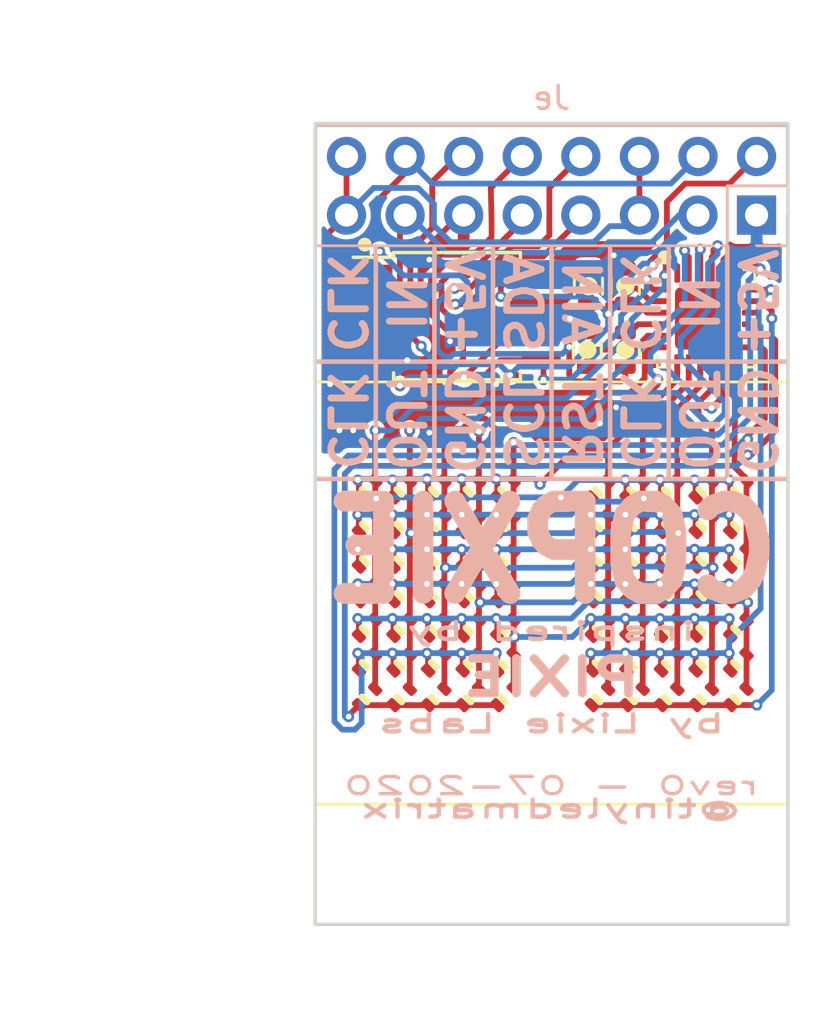
<source format=kicad_pcb>
(kicad_pcb (version 20171130) (host pcbnew "(5.1.5)-3")

  (general
    (thickness 1.6)
    (drawings 136)
    (tracks 825)
    (zones 0)
    (modules 79)
    (nets 26)
  )

  (page A4)
  (layers
    (0 F.Cu signal hide)
    (31 B.Cu signal)
    (32 B.Adhes user hide)
    (33 F.Adhes user hide)
    (34 B.Paste user hide)
    (35 F.Paste user hide)
    (36 B.SilkS user)
    (37 F.SilkS user hide)
    (38 B.Mask user hide)
    (39 F.Mask user hide)
    (40 Dwgs.User user hide)
    (41 Cmts.User user)
    (42 Eco1.User user hide)
    (43 Eco2.User user hide)
    (44 Edge.Cuts user)
    (45 Margin user)
    (46 B.CrtYd user hide)
    (47 F.CrtYd user)
    (48 B.Fab user)
    (49 F.Fab user)
  )

  (setup
    (last_trace_width 0.25)
    (user_trace_width 0.15)
    (trace_clearance 0.2)
    (zone_clearance 0.2)
    (zone_45_only no)
    (trace_min 0.127)
    (via_size 0.8)
    (via_drill 0.4)
    (via_min_size 0.45)
    (via_min_drill 0.2)
    (user_via 0.48 0.25)
    (uvia_size 0.3)
    (uvia_drill 0.1)
    (uvias_allowed no)
    (uvia_min_size 0.2)
    (uvia_min_drill 0.1)
    (edge_width 0.05)
    (segment_width 0.2)
    (pcb_text_width 0.3)
    (pcb_text_size 1.5 1.5)
    (mod_edge_width 0.12)
    (mod_text_size 1 1)
    (mod_text_width 0.15)
    (pad_size 0.6 0.6)
    (pad_drill 0)
    (pad_to_mask_clearance 0.051)
    (solder_mask_min_width 0.1)
    (aux_axis_origin 118 70.5)
    (grid_origin 100.05 52.7)
    (visible_elements 7FFFFFFF)
    (pcbplotparams
      (layerselection 0x010fc_ffffffff)
      (usegerberextensions false)
      (usegerberattributes false)
      (usegerberadvancedattributes false)
      (creategerberjobfile false)
      (excludeedgelayer true)
      (linewidth 0.100000)
      (plotframeref false)
      (viasonmask false)
      (mode 1)
      (useauxorigin false)
      (hpglpennumber 1)
      (hpglpenspeed 20)
      (hpglpendiameter 15.000000)
      (psnegative false)
      (psa4output false)
      (plotreference true)
      (plotvalue true)
      (plotinvisibletext false)
      (padsonsilk false)
      (subtractmaskfromsilk false)
      (outputformat 1)
      (mirror false)
      (drillshape 0)
      (scaleselection 1)
      (outputdirectory "gerber_rev0/"))
  )

  (net 0 "")
  (net 1 "Net-(C1-Pad2)")
  (net 2 "Net-(C1-Pad1)")
  (net 3 "Net-(C2-Pad2)")
  (net 4 GND)
  (net 5 +5V)
  (net 6 "Net-(D1-Pad2)")
  (net 7 "Net-(D1-Pad1)")
  (net 8 "Net-(D12-Pad2)")
  (net 9 "Net-(D13-Pad2)")
  (net 10 "Net-(D14-Pad2)")
  (net 11 "Net-(D15-Pad2)")
  (net 12 "Net-(D18-Pad2)")
  (net 13 "Net-(D19-Pad2)")
  (net 14 "Net-(D10-Pad2)")
  (net 15 "Net-(D11-Pad1)")
  (net 16 "Net-(D51-Pad1)")
  (net 17 "Net-(D56-Pad1)")
  (net 18 "Net-(D61-Pad1)")
  (net 19 "Net-(D66-Pad1)")
  (net 20 SDA)
  (net 21 SCL)
  (net 22 PB5-!RST)
  (net 23 CLK)
  (net 24 DATA_IN)
  (net 25 DAT_OUT)

  (net_class Default "This is the default net class."
    (clearance 0.2)
    (trace_width 0.25)
    (via_dia 0.8)
    (via_drill 0.4)
    (uvia_dia 0.3)
    (uvia_drill 0.1)
    (add_net +5V)
    (add_net CLK)
    (add_net DATA_IN)
    (add_net DAT_OUT)
    (add_net GND)
    (add_net "Net-(C1-Pad1)")
    (add_net "Net-(C1-Pad2)")
    (add_net "Net-(C2-Pad2)")
    (add_net "Net-(D1-Pad1)")
    (add_net "Net-(D1-Pad2)")
    (add_net "Net-(D10-Pad2)")
    (add_net "Net-(D11-Pad1)")
    (add_net "Net-(D12-Pad2)")
    (add_net "Net-(D13-Pad2)")
    (add_net "Net-(D14-Pad2)")
    (add_net "Net-(D15-Pad2)")
    (add_net "Net-(D18-Pad2)")
    (add_net "Net-(D19-Pad2)")
    (add_net "Net-(D51-Pad1)")
    (add_net "Net-(D56-Pad1)")
    (add_net "Net-(D61-Pad1)")
    (add_net "Net-(D66-Pad1)")
    (add_net PB5-!RST)
    (add_net SCL)
    (add_net SDA)
  )

  (module Package_SO:SOIJ-8_5.3x5.3mm_P1.27mm locked (layer F.Cu) (tedit 5EF7708D) (tstamp 5EF2E4F5)
    (at 95.95 58.35)
    (descr "8-Lead Plastic Small Outline (SM) - Medium, 5.28 mm Body [SOIC] (see Microchip Packaging Specification 00000049BS.pdf)")
    (tags "SOIC 1.27")
    (path /5EF44542)
    (attr smd)
    (fp_text reference U2 (at 0 -1.55) (layer F.SilkS) hide
      (effects (font (size 1 1) (thickness 0.15)))
    )
    (fp_text value ATtiny45-20SU (at -10.6 0.45) (layer F.Fab)
      (effects (font (size 1 1) (thickness 0.15)))
    )
    (fp_line (start -2.75 -2.55) (end -4.5 -2.55) (layer F.SilkS) (width 0.15))
    (fp_line (start -2.75 2.755) (end 2.75 2.755) (layer F.SilkS) (width 0.15))
    (fp_line (start -2.75 -2.755) (end 2.75 -2.755) (layer F.SilkS) (width 0.15))
    (fp_line (start -2.75 2.755) (end -2.75 2.455) (layer F.SilkS) (width 0.15))
    (fp_line (start 2.75 2.755) (end 2.75 2.455) (layer F.SilkS) (width 0.15))
    (fp_line (start 2.75 -2.755) (end 2.75 -2.455) (layer F.SilkS) (width 0.15))
    (fp_line (start -2.75 -2.755) (end -2.75 -2.55) (layer F.SilkS) (width 0.15))
    (fp_line (start -4.75 2.95) (end 4.75 2.95) (layer F.CrtYd) (width 0.05))
    (fp_line (start -4.75 -2.95) (end 4.75 -2.95) (layer F.CrtYd) (width 0.05))
    (fp_line (start 4.75 -2.95) (end 4.75 2.95) (layer F.CrtYd) (width 0.05))
    (fp_line (start -4.75 -2.95) (end -4.75 2.95) (layer F.CrtYd) (width 0.05))
    (fp_line (start -2.65 -1.65) (end -1.65 -2.65) (layer F.Fab) (width 0.15))
    (fp_line (start -2.65 2.65) (end -2.65 -1.65) (layer F.Fab) (width 0.15))
    (fp_line (start 2.65 2.65) (end -2.65 2.65) (layer F.Fab) (width 0.15))
    (fp_line (start 2.65 -2.65) (end 2.65 2.65) (layer F.Fab) (width 0.15))
    (fp_line (start -1.65 -2.65) (end 2.65 -2.65) (layer F.Fab) (width 0.15))
    (fp_text user %R (at 0 0) (layer F.Fab)
      (effects (font (size 1 1) (thickness 0.15)))
    )
    (pad 8 smd rect (at 3.65 -1.905) (size 1.7 0.65) (layers F.Cu F.Paste F.Mask)
      (net 5 +5V))
    (pad 7 smd rect (at 3.65 -0.635) (size 1.7 0.65) (layers F.Cu F.Paste F.Mask)
      (net 21 SCL))
    (pad 6 smd rect (at 3.65 0.635) (size 1.7 0.65) (layers F.Cu F.Paste F.Mask)
      (net 23 CLK))
    (pad 5 smd rect (at 3.65 1.905) (size 1.7 0.65) (layers F.Cu F.Paste F.Mask)
      (net 20 SDA))
    (pad 4 smd rect (at -3.65 1.905) (size 1.7 0.65) (layers F.Cu F.Paste F.Mask)
      (net 4 GND))
    (pad 3 smd rect (at -3.65 0.635) (size 1.7 0.65) (layers F.Cu F.Paste F.Mask)
      (net 25 DAT_OUT))
    (pad 2 smd rect (at -3.65 -0.635) (size 1.7 0.65) (layers F.Cu F.Paste F.Mask)
      (net 24 DATA_IN))
    (pad 1 smd rect (at -3.65 -1.905) (size 1.7 0.65) (layers F.Cu F.Paste F.Mask)
      (net 22 PB5-!RST))
    (pad 9 smd circle (at -4 -3.1) (size 0.6 0.6) (layers F.SilkS))
    (model ${KISYS3DMOD}/Package_SO.3dshapes/SOIJ-8_5.3x5.3mm_P1.27mm.wrl
      (at (xyz 0 0 0))
      (scale (xyz 1 1 1))
      (rotate (xyz 0 0 0))
    )
  )

  (module Package_DFN_QFN:QFN-24-1EP_4x4mm_P0.5mm_EP2.7x2.7mm (layer F.Cu) (tedit 5EF7702D) (tstamp 5EF559EB)
    (at 106.75 58.45)
    (descr "QFN, 24 Pin (http://www.alfarzpp.lv/eng/sc/AS3330.pdf), generated with kicad-footprint-generator ipc_dfn_qfn_generator.py")
    (tags "QFN DFN_QFN")
    (path /5EF2A1A8)
    (attr smd)
    (fp_text reference U1 (at 0 -1.25) (layer F.SilkS) hide
      (effects (font (size 1 1) (thickness 0.15)))
    )
    (fp_text value IS31FL3730 (at 8.4 0.05) (layer F.Fab)
      (effects (font (size 1 1) (thickness 0.15)))
    )
    (fp_text user %R (at 0 0) (layer F.Fab)
      (effects (font (size 1 1) (thickness 0.15)))
    )
    (fp_line (start 2.62 -2.62) (end -2.62 -2.62) (layer F.CrtYd) (width 0.05))
    (fp_line (start 2.62 2.62) (end 2.62 -2.62) (layer F.CrtYd) (width 0.05))
    (fp_line (start -2.62 2.62) (end 2.62 2.62) (layer F.CrtYd) (width 0.05))
    (fp_line (start -2.62 -2.62) (end -2.62 2.62) (layer F.CrtYd) (width 0.05))
    (fp_line (start -2 -1) (end -1 -2) (layer F.Fab) (width 0.1))
    (fp_line (start -2 2) (end -2 -1) (layer F.Fab) (width 0.1))
    (fp_line (start 2 2) (end -2 2) (layer F.Fab) (width 0.1))
    (fp_line (start 2 -2) (end 2 2) (layer F.Fab) (width 0.1))
    (fp_line (start -1 -2) (end 2 -2) (layer F.Fab) (width 0.1))
    (fp_line (start 2.11 2.11) (end 2.11 1.635) (layer F.SilkS) (width 0.12))
    (fp_line (start 1.635 2.11) (end 2.11 2.11) (layer F.SilkS) (width 0.12))
    (fp_line (start -2.11 2.11) (end -2.11 1.635) (layer F.SilkS) (width 0.12))
    (fp_line (start -1.635 2.11) (end -2.11 2.11) (layer F.SilkS) (width 0.12))
    (fp_line (start 2.11 -2.11) (end 2.11 -1.635) (layer F.SilkS) (width 0.12))
    (fp_line (start 1.635 -2.11) (end 2.11 -2.11) (layer F.SilkS) (width 0.12))
    (pad 24 smd roundrect (at -1.25 -1.9625) (size 0.25 0.825) (layers F.Cu F.Paste F.Mask) (roundrect_rratio 0.25)
      (net 6 "Net-(D1-Pad2)"))
    (pad 23 smd roundrect (at -0.75 -1.9625) (size 0.25 0.825) (layers F.Cu F.Paste F.Mask) (roundrect_rratio 0.25)
      (net 8 "Net-(D12-Pad2)"))
    (pad 22 smd roundrect (at -0.25 -1.9625) (size 0.25 0.825) (layers F.Cu F.Paste F.Mask) (roundrect_rratio 0.25)
      (net 9 "Net-(D13-Pad2)"))
    (pad 21 smd roundrect (at 0.25 -1.9625) (size 0.25 0.825) (layers F.Cu F.Paste F.Mask) (roundrect_rratio 0.25)
      (net 10 "Net-(D14-Pad2)"))
    (pad 20 smd roundrect (at 0.75 -1.9625) (size 0.25 0.825) (layers F.Cu F.Paste F.Mask) (roundrect_rratio 0.25)
      (net 4 GND))
    (pad 19 smd roundrect (at 1.25 -1.9625) (size 0.25 0.825) (layers F.Cu F.Paste F.Mask) (roundrect_rratio 0.25)
      (net 11 "Net-(D15-Pad2)"))
    (pad 18 smd roundrect (at 1.9625 -1.25) (size 0.825 0.25) (layers F.Cu F.Paste F.Mask) (roundrect_rratio 0.25)
      (net 17 "Net-(D56-Pad1)"))
    (pad 17 smd roundrect (at 1.9625 -0.75) (size 0.825 0.25) (layers F.Cu F.Paste F.Mask) (roundrect_rratio 0.25)
      (net 19 "Net-(D66-Pad1)"))
    (pad 16 smd roundrect (at 1.9625 -0.25) (size 0.825 0.25) (layers F.Cu F.Paste F.Mask) (roundrect_rratio 0.25))
    (pad 15 smd roundrect (at 1.9625 0.25) (size 0.825 0.25) (layers F.Cu F.Paste F.Mask) (roundrect_rratio 0.25))
    (pad 14 smd roundrect (at 1.9625 0.75) (size 0.825 0.25) (layers F.Cu F.Paste F.Mask) (roundrect_rratio 0.25)
      (net 18 "Net-(D61-Pad1)"))
    (pad 13 smd roundrect (at 1.9625 1.25) (size 0.825 0.25) (layers F.Cu F.Paste F.Mask) (roundrect_rratio 0.25)
      (net 16 "Net-(D51-Pad1)"))
    (pad 12 smd roundrect (at 1.25 1.9625) (size 0.25 0.825) (layers F.Cu F.Paste F.Mask) (roundrect_rratio 0.25)
      (net 14 "Net-(D10-Pad2)"))
    (pad 11 smd roundrect (at 0.75 1.9625) (size 0.25 0.825) (layers F.Cu F.Paste F.Mask) (roundrect_rratio 0.25)
      (net 5 +5V))
    (pad 10 smd roundrect (at 0.25 1.9625) (size 0.25 0.825) (layers F.Cu F.Paste F.Mask) (roundrect_rratio 0.25)
      (net 13 "Net-(D19-Pad2)"))
    (pad 9 smd roundrect (at -0.25 1.9625) (size 0.25 0.825) (layers F.Cu F.Paste F.Mask) (roundrect_rratio 0.25)
      (net 12 "Net-(D18-Pad2)"))
    (pad 8 smd roundrect (at -0.75 1.9625) (size 0.25 0.825) (layers F.Cu F.Paste F.Mask) (roundrect_rratio 0.25)
      (net 15 "Net-(D11-Pad1)"))
    (pad 7 smd roundrect (at -1.25 1.9625) (size 0.25 0.825) (layers F.Cu F.Paste F.Mask) (roundrect_rratio 0.25)
      (net 7 "Net-(D1-Pad1)"))
    (pad 6 smd roundrect (at -1.9625 1.25) (size 0.825 0.25) (layers F.Cu F.Paste F.Mask) (roundrect_rratio 0.25)
      (net 5 +5V))
    (pad 5 smd roundrect (at -1.9625 0.75) (size 0.825 0.25) (layers F.Cu F.Paste F.Mask) (roundrect_rratio 0.25)
      (net 3 "Net-(C2-Pad2)"))
    (pad 4 smd roundrect (at -1.9625 0.25) (size 0.825 0.25) (layers F.Cu F.Paste F.Mask) (roundrect_rratio 0.25)
      (net 2 "Net-(C1-Pad1)"))
    (pad 3 smd roundrect (at -1.9625 -0.25) (size 0.825 0.25) (layers F.Cu F.Paste F.Mask) (roundrect_rratio 0.25)
      (net 5 +5V))
    (pad 2 smd roundrect (at -1.9625 -0.75) (size 0.825 0.25) (layers F.Cu F.Paste F.Mask) (roundrect_rratio 0.25)
      (net 21 SCL))
    (pad 1 smd roundrect (at -1.9625 -1.25) (size 0.825 0.25) (layers F.Cu F.Paste F.Mask) (roundrect_rratio 0.25)
      (net 20 SDA))
    (pad "" smd roundrect (at 0.675 0.675) (size 1.09 1.09) (layers F.Paste) (roundrect_rratio 0.229358))
    (pad "" smd roundrect (at 0.675 -0.675) (size 1.09 1.09) (layers F.Paste) (roundrect_rratio 0.229358))
    (pad "" smd roundrect (at -0.675 0.675) (size 1.09 1.09) (layers F.Paste) (roundrect_rratio 0.229358))
    (pad "" smd roundrect (at -0.675 -0.675) (size 1.09 1.09) (layers F.Paste) (roundrect_rratio 0.229358))
    (pad 25 smd roundrect (at 0 0) (size 2.7 2.7) (layers F.Cu F.Mask) (roundrect_rratio 0.09259299999999999)
      (net 4 GND))
    (pad "" smd circle (at -1.8 -2.65) (size 0.6 0.6) (layers F.SilkS))
    (model ${KISYS3DMOD}/Package_DFN_QFN.3dshapes/QFN-24-1EP_4x4mm_P0.5mm_EP2.7x2.7mm.wrl
      (at (xyz 0 0 0))
      (scale (xyz 1 1 1))
      (rotate (xyz 0 0 0))
    )
  )

  (module copxie:LED_0402_1005Metric_MOD (layer F.Cu) (tedit 5EF681D9) (tstamp 5EF2DFAC)
    (at 93.55 65.85 45)
    (descr "LED SMD 0402 (1005 Metric), square (rectangular) end terminal, IPC_7351 nominal, (Body size source: http://www.tortai-tech.com/upload/download/2011102023233369053.pdf), generated with kicad-footprint-generator")
    (tags LED)
    (path /5EF5DC47)
    (attr smd)
    (fp_text reference D2 (at 0 0 45) (layer F.SilkS) hide
      (effects (font (size 0.25 0.25) (thickness 0.04)))
    )
    (fp_text value LED (at 0 -0.6 45) (layer F.Fab)
      (effects (font (size 0.25 0.25) (thickness 0.04)))
    )
    (fp_line (start -0.5 0.25) (end -0.5 -0.25) (layer F.Fab) (width 0.1))
    (fp_line (start -0.5 -0.25) (end 0.5 -0.25) (layer F.Fab) (width 0.1))
    (fp_line (start 0.5 -0.25) (end 0.5 0.25) (layer F.Fab) (width 0.1))
    (fp_line (start 0.5 0.25) (end -0.5 0.25) (layer F.Fab) (width 0.1))
    (fp_line (start -0.4 0.25) (end -0.4 -0.25) (layer F.Fab) (width 0.1))
    (fp_line (start -0.3 0.25) (end -0.3 -0.25) (layer F.Fab) (width 0.1))
    (fp_line (start -0.8 0.4) (end -0.8 -0.4) (layer F.CrtYd) (width 0.05))
    (fp_line (start -0.8 -0.4) (end 0.8 -0.4) (layer F.CrtYd) (width 0.05))
    (fp_line (start 0.8 -0.4) (end 0.8 0.4) (layer F.CrtYd) (width 0.05))
    (fp_line (start 0.8 0.4) (end -0.8 0.4) (layer F.CrtYd) (width 0.05))
    (fp_text user %R (at 0 0 45) (layer F.Fab)
      (effects (font (size 0.25 0.25) (thickness 0.04)))
    )
    (fp_line (start -0.15 -0.15) (end -0.15 0.15) (layer F.SilkS) (width 0.3))
    (pad 1 smd roundrect (at -0.5 0 45) (size 0.4 0.6) (layers F.Cu F.Paste F.Mask) (roundrect_rratio 0.25)
      (net 7 "Net-(D1-Pad1)"))
    (pad 2 smd roundrect (at 0.5 0 45) (size 0.4 0.6) (layers F.Cu F.Paste F.Mask) (roundrect_rratio 0.25)
      (net 8 "Net-(D12-Pad2)"))
    (model ${KISYS3DMOD}/LED_SMD.3dshapes/LED_0402_1005Metric.wrl
      (at (xyz 0 0 0))
      (scale (xyz 1 1 1))
      (rotate (xyz 0 0 0))
    )
  )

  (module copxie:LED_0402_1005Metric_MOD (layer F.Cu) (tedit 5EF681D9) (tstamp 5EF4AF52)
    (at 108.15 71.85 45)
    (descr "LED SMD 0402 (1005 Metric), square (rectangular) end terminal, IPC_7351 nominal, (Body size source: http://www.tortai-tech.com/upload/download/2011102023233369053.pdf), generated with kicad-footprint-generator")
    (tags LED)
    (path /5F033668)
    (attr smd)
    (fp_text reference D50 (at 0 0 45) (layer F.SilkS) hide
      (effects (font (size 0.25 0.25) (thickness 0.04)))
    )
    (fp_text value LED (at 0 -0.6 45) (layer F.Fab)
      (effects (font (size 0.25 0.25) (thickness 0.04)))
    )
    (fp_line (start -0.5 0.25) (end -0.5 -0.25) (layer F.Fab) (width 0.1))
    (fp_line (start -0.5 -0.25) (end 0.5 -0.25) (layer F.Fab) (width 0.1))
    (fp_line (start 0.5 -0.25) (end 0.5 0.25) (layer F.Fab) (width 0.1))
    (fp_line (start 0.5 0.25) (end -0.5 0.25) (layer F.Fab) (width 0.1))
    (fp_line (start -0.4 0.25) (end -0.4 -0.25) (layer F.Fab) (width 0.1))
    (fp_line (start -0.3 0.25) (end -0.3 -0.25) (layer F.Fab) (width 0.1))
    (fp_line (start -0.8 0.4) (end -0.8 -0.4) (layer F.CrtYd) (width 0.05))
    (fp_line (start -0.8 -0.4) (end 0.8 -0.4) (layer F.CrtYd) (width 0.05))
    (fp_line (start 0.8 -0.4) (end 0.8 0.4) (layer F.CrtYd) (width 0.05))
    (fp_line (start 0.8 0.4) (end -0.8 0.4) (layer F.CrtYd) (width 0.05))
    (fp_text user %R (at 0 0 45) (layer F.Fab)
      (effects (font (size 0.25 0.25) (thickness 0.04)))
    )
    (fp_line (start -0.15 -0.15) (end -0.15 0.15) (layer F.SilkS) (width 0.3))
    (pad 1 smd roundrect (at -0.5 0 45) (size 0.4 0.6) (layers F.Cu F.Paste F.Mask) (roundrect_rratio 0.25)
      (net 11 "Net-(D15-Pad2)"))
    (pad 2 smd roundrect (at 0.5 0 45) (size 0.4 0.6) (layers F.Cu F.Paste F.Mask) (roundrect_rratio 0.25)
      (net 14 "Net-(D10-Pad2)"))
    (model ${KISYS3DMOD}/LED_SMD.3dshapes/LED_0402_1005Metric.wrl
      (at (xyz 0 0 0))
      (scale (xyz 1 1 1))
      (rotate (xyz 0 0 0))
    )
  )

  (module copxie:LED_0402_1005Metric_MOD (layer F.Cu) (tedit 5EF681D9) (tstamp 5EF4AF85)
    (at 108.15 70.35 45)
    (descr "LED SMD 0402 (1005 Metric), square (rectangular) end terminal, IPC_7351 nominal, (Body size source: http://www.tortai-tech.com/upload/download/2011102023233369053.pdf), generated with kicad-footprint-generator")
    (tags LED)
    (path /5F033662)
    (attr smd)
    (fp_text reference D40 (at 0 0 45) (layer F.SilkS) hide
      (effects (font (size 0.25 0.25) (thickness 0.04)))
    )
    (fp_text value LED (at 0 -0.6 45) (layer F.Fab)
      (effects (font (size 0.25 0.25) (thickness 0.04)))
    )
    (fp_line (start -0.5 0.25) (end -0.5 -0.25) (layer F.Fab) (width 0.1))
    (fp_line (start -0.5 -0.25) (end 0.5 -0.25) (layer F.Fab) (width 0.1))
    (fp_line (start 0.5 -0.25) (end 0.5 0.25) (layer F.Fab) (width 0.1))
    (fp_line (start 0.5 0.25) (end -0.5 0.25) (layer F.Fab) (width 0.1))
    (fp_line (start -0.4 0.25) (end -0.4 -0.25) (layer F.Fab) (width 0.1))
    (fp_line (start -0.3 0.25) (end -0.3 -0.25) (layer F.Fab) (width 0.1))
    (fp_line (start -0.8 0.4) (end -0.8 -0.4) (layer F.CrtYd) (width 0.05))
    (fp_line (start -0.8 -0.4) (end 0.8 -0.4) (layer F.CrtYd) (width 0.05))
    (fp_line (start 0.8 -0.4) (end 0.8 0.4) (layer F.CrtYd) (width 0.05))
    (fp_line (start 0.8 0.4) (end -0.8 0.4) (layer F.CrtYd) (width 0.05))
    (fp_text user %R (at 0 0 45) (layer F.Fab)
      (effects (font (size 0.25 0.25) (thickness 0.04)))
    )
    (fp_line (start -0.15 -0.15) (end -0.15 0.15) (layer F.SilkS) (width 0.3))
    (pad 1 smd roundrect (at -0.5 0 45) (size 0.4 0.6) (layers F.Cu F.Paste F.Mask) (roundrect_rratio 0.25)
      (net 10 "Net-(D14-Pad2)"))
    (pad 2 smd roundrect (at 0.5 0 45) (size 0.4 0.6) (layers F.Cu F.Paste F.Mask) (roundrect_rratio 0.25)
      (net 14 "Net-(D10-Pad2)"))
    (model ${KISYS3DMOD}/LED_SMD.3dshapes/LED_0402_1005Metric.wrl
      (at (xyz 0 0 0))
      (scale (xyz 1 1 1))
      (rotate (xyz 0 0 0))
    )
  )

  (module copxie:LED_0402_1005Metric_MOD locked (layer F.Cu) (tedit 5EF681D9) (tstamp 5EF4AFB8)
    (at 108.15 74.85 45)
    (descr "LED SMD 0402 (1005 Metric), square (rectangular) end terminal, IPC_7351 nominal, (Body size source: http://www.tortai-tech.com/upload/download/2011102023233369053.pdf), generated with kicad-footprint-generator")
    (tags LED)
    (path /5F033674)
    (attr smd)
    (fp_text reference D70 (at 0 0 45) (layer F.SilkS) hide
      (effects (font (size 0.25 0.25) (thickness 0.04)))
    )
    (fp_text value LED (at 0 -0.6 45) (layer F.Fab)
      (effects (font (size 0.25 0.25) (thickness 0.04)))
    )
    (fp_line (start -0.5 0.25) (end -0.5 -0.25) (layer F.Fab) (width 0.1))
    (fp_line (start -0.5 -0.25) (end 0.5 -0.25) (layer F.Fab) (width 0.1))
    (fp_line (start 0.5 -0.25) (end 0.5 0.25) (layer F.Fab) (width 0.1))
    (fp_line (start 0.5 0.25) (end -0.5 0.25) (layer F.Fab) (width 0.1))
    (fp_line (start -0.4 0.25) (end -0.4 -0.25) (layer F.Fab) (width 0.1))
    (fp_line (start -0.3 0.25) (end -0.3 -0.25) (layer F.Fab) (width 0.1))
    (fp_line (start -0.8 0.4) (end -0.8 -0.4) (layer F.CrtYd) (width 0.05))
    (fp_line (start -0.8 -0.4) (end 0.8 -0.4) (layer F.CrtYd) (width 0.05))
    (fp_line (start 0.8 -0.4) (end 0.8 0.4) (layer F.CrtYd) (width 0.05))
    (fp_line (start 0.8 0.4) (end -0.8 0.4) (layer F.CrtYd) (width 0.05))
    (fp_text user %R (at 0 0 45) (layer F.Fab)
      (effects (font (size 0.25 0.25) (thickness 0.04)))
    )
    (fp_line (start -0.15 -0.15) (end -0.15 0.15) (layer F.SilkS) (width 0.3))
    (pad 1 smd roundrect (at -0.5 0 45) (size 0.4 0.6) (layers F.Cu F.Paste F.Mask) (roundrect_rratio 0.25)
      (net 19 "Net-(D66-Pad1)"))
    (pad 2 smd roundrect (at 0.5 0 45) (size 0.4 0.6) (layers F.Cu F.Paste F.Mask) (roundrect_rratio 0.25)
      (net 14 "Net-(D10-Pad2)"))
    (model ${KISYS3DMOD}/LED_SMD.3dshapes/LED_0402_1005Metric.wrl
      (at (xyz 0 0 0))
      (scale (xyz 1 1 1))
      (rotate (xyz 0 0 0))
    )
  )

  (module copxie:LED_0402_1005Metric_MOD (layer F.Cu) (tedit 5EF681D9) (tstamp 5EF4B01E)
    (at 106.65 74.85 45)
    (descr "LED SMD 0402 (1005 Metric), square (rectangular) end terminal, IPC_7351 nominal, (Body size source: http://www.tortai-tech.com/upload/download/2011102023233369053.pdf), generated with kicad-footprint-generator")
    (tags LED)
    (path /5F033628)
    (attr smd)
    (fp_text reference D69 (at 0 0 45) (layer F.SilkS) hide
      (effects (font (size 0.25 0.25) (thickness 0.04)))
    )
    (fp_text value LED (at 0 -0.6 45) (layer F.Fab)
      (effects (font (size 0.25 0.25) (thickness 0.04)))
    )
    (fp_line (start -0.5 0.25) (end -0.5 -0.25) (layer F.Fab) (width 0.1))
    (fp_line (start -0.5 -0.25) (end 0.5 -0.25) (layer F.Fab) (width 0.1))
    (fp_line (start 0.5 -0.25) (end 0.5 0.25) (layer F.Fab) (width 0.1))
    (fp_line (start 0.5 0.25) (end -0.5 0.25) (layer F.Fab) (width 0.1))
    (fp_line (start -0.4 0.25) (end -0.4 -0.25) (layer F.Fab) (width 0.1))
    (fp_line (start -0.3 0.25) (end -0.3 -0.25) (layer F.Fab) (width 0.1))
    (fp_line (start -0.8 0.4) (end -0.8 -0.4) (layer F.CrtYd) (width 0.05))
    (fp_line (start -0.8 -0.4) (end 0.8 -0.4) (layer F.CrtYd) (width 0.05))
    (fp_line (start 0.8 -0.4) (end 0.8 0.4) (layer F.CrtYd) (width 0.05))
    (fp_line (start 0.8 0.4) (end -0.8 0.4) (layer F.CrtYd) (width 0.05))
    (fp_text user %R (at 0 0 45) (layer F.Fab)
      (effects (font (size 0.25 0.25) (thickness 0.04)))
    )
    (fp_line (start -0.15 -0.15) (end -0.15 0.15) (layer F.SilkS) (width 0.3))
    (pad 1 smd roundrect (at -0.5 0 45) (size 0.4 0.6) (layers F.Cu F.Paste F.Mask) (roundrect_rratio 0.25)
      (net 19 "Net-(D66-Pad1)"))
    (pad 2 smd roundrect (at 0.5 0 45) (size 0.4 0.6) (layers F.Cu F.Paste F.Mask) (roundrect_rratio 0.25)
      (net 13 "Net-(D19-Pad2)"))
    (model ${KISYS3DMOD}/LED_SMD.3dshapes/LED_0402_1005Metric.wrl
      (at (xyz 0 0 0))
      (scale (xyz 1 1 1))
      (rotate (xyz 0 0 0))
    )
  )

  (module copxie:LED_0402_1005Metric_MOD (layer F.Cu) (tedit 5EF681D9) (tstamp 5EF4B0B7)
    (at 105.15 74.85 45)
    (descr "LED SMD 0402 (1005 Metric), square (rectangular) end terminal, IPC_7351 nominal, (Body size source: http://www.tortai-tech.com/upload/download/2011102023233369053.pdf), generated with kicad-footprint-generator")
    (tags LED)
    (path /5F0335DC)
    (attr smd)
    (fp_text reference D68 (at 0 0 45) (layer F.SilkS) hide
      (effects (font (size 0.25 0.25) (thickness 0.04)))
    )
    (fp_text value LED (at 0 -0.6 45) (layer F.Fab)
      (effects (font (size 0.25 0.25) (thickness 0.04)))
    )
    (fp_line (start -0.5 0.25) (end -0.5 -0.25) (layer F.Fab) (width 0.1))
    (fp_line (start -0.5 -0.25) (end 0.5 -0.25) (layer F.Fab) (width 0.1))
    (fp_line (start 0.5 -0.25) (end 0.5 0.25) (layer F.Fab) (width 0.1))
    (fp_line (start 0.5 0.25) (end -0.5 0.25) (layer F.Fab) (width 0.1))
    (fp_line (start -0.4 0.25) (end -0.4 -0.25) (layer F.Fab) (width 0.1))
    (fp_line (start -0.3 0.25) (end -0.3 -0.25) (layer F.Fab) (width 0.1))
    (fp_line (start -0.8 0.4) (end -0.8 -0.4) (layer F.CrtYd) (width 0.05))
    (fp_line (start -0.8 -0.4) (end 0.8 -0.4) (layer F.CrtYd) (width 0.05))
    (fp_line (start 0.8 -0.4) (end 0.8 0.4) (layer F.CrtYd) (width 0.05))
    (fp_line (start 0.8 0.4) (end -0.8 0.4) (layer F.CrtYd) (width 0.05))
    (fp_text user %R (at 0 0 45) (layer F.Fab)
      (effects (font (size 0.25 0.25) (thickness 0.04)))
    )
    (fp_line (start -0.15 -0.15) (end -0.15 0.15) (layer F.SilkS) (width 0.3))
    (pad 1 smd roundrect (at -0.5 0 45) (size 0.4 0.6) (layers F.Cu F.Paste F.Mask) (roundrect_rratio 0.25)
      (net 19 "Net-(D66-Pad1)"))
    (pad 2 smd roundrect (at 0.5 0 45) (size 0.4 0.6) (layers F.Cu F.Paste F.Mask) (roundrect_rratio 0.25)
      (net 12 "Net-(D18-Pad2)"))
    (model ${KISYS3DMOD}/LED_SMD.3dshapes/LED_0402_1005Metric.wrl
      (at (xyz 0 0 0))
      (scale (xyz 1 1 1))
      (rotate (xyz 0 0 0))
    )
  )

  (module copxie:LED_0402_1005Metric_MOD (layer F.Cu) (tedit 5EF681D9) (tstamp 5EF4B084)
    (at 103.65 74.85 45)
    (descr "LED SMD 0402 (1005 Metric), square (rectangular) end terminal, IPC_7351 nominal, (Body size source: http://www.tortai-tech.com/upload/download/2011102023233369053.pdf), generated with kicad-footprint-generator")
    (tags LED)
    (path /5F033590)
    (attr smd)
    (fp_text reference D67 (at 0 0 45) (layer F.SilkS) hide
      (effects (font (size 0.25 0.25) (thickness 0.04)))
    )
    (fp_text value LED (at 0 -0.6 45) (layer F.Fab)
      (effects (font (size 0.25 0.25) (thickness 0.04)))
    )
    (fp_line (start -0.5 0.25) (end -0.5 -0.25) (layer F.Fab) (width 0.1))
    (fp_line (start -0.5 -0.25) (end 0.5 -0.25) (layer F.Fab) (width 0.1))
    (fp_line (start 0.5 -0.25) (end 0.5 0.25) (layer F.Fab) (width 0.1))
    (fp_line (start 0.5 0.25) (end -0.5 0.25) (layer F.Fab) (width 0.1))
    (fp_line (start -0.4 0.25) (end -0.4 -0.25) (layer F.Fab) (width 0.1))
    (fp_line (start -0.3 0.25) (end -0.3 -0.25) (layer F.Fab) (width 0.1))
    (fp_line (start -0.8 0.4) (end -0.8 -0.4) (layer F.CrtYd) (width 0.05))
    (fp_line (start -0.8 -0.4) (end 0.8 -0.4) (layer F.CrtYd) (width 0.05))
    (fp_line (start 0.8 -0.4) (end 0.8 0.4) (layer F.CrtYd) (width 0.05))
    (fp_line (start 0.8 0.4) (end -0.8 0.4) (layer F.CrtYd) (width 0.05))
    (fp_text user %R (at 0 0 45) (layer F.Fab)
      (effects (font (size 0.25 0.25) (thickness 0.04)))
    )
    (fp_line (start -0.15 -0.15) (end -0.15 0.15) (layer F.SilkS) (width 0.3))
    (pad 1 smd roundrect (at -0.5 0 45) (size 0.4 0.6) (layers F.Cu F.Paste F.Mask) (roundrect_rratio 0.25)
      (net 19 "Net-(D66-Pad1)"))
    (pad 2 smd roundrect (at 0.5 0 45) (size 0.4 0.6) (layers F.Cu F.Paste F.Mask) (roundrect_rratio 0.25)
      (net 15 "Net-(D11-Pad1)"))
    (model ${KISYS3DMOD}/LED_SMD.3dshapes/LED_0402_1005Metric.wrl
      (at (xyz 0 0 0))
      (scale (xyz 1 1 1))
      (rotate (xyz 0 0 0))
    )
  )

  (module copxie:LED_0402_1005Metric_MOD (layer F.Cu) (tedit 5EF681D9) (tstamp 5EF4B051)
    (at 102.15 74.85 45)
    (descr "LED SMD 0402 (1005 Metric), square (rectangular) end terminal, IPC_7351 nominal, (Body size source: http://www.tortai-tech.com/upload/download/2011102023233369053.pdf), generated with kicad-footprint-generator")
    (tags LED)
    (path /5F033546)
    (attr smd)
    (fp_text reference D66 (at 0 0 45) (layer F.SilkS) hide
      (effects (font (size 0.25 0.25) (thickness 0.04)))
    )
    (fp_text value LED (at 0 -0.6 45) (layer F.Fab)
      (effects (font (size 0.25 0.25) (thickness 0.04)))
    )
    (fp_line (start -0.5 0.25) (end -0.5 -0.25) (layer F.Fab) (width 0.1))
    (fp_line (start -0.5 -0.25) (end 0.5 -0.25) (layer F.Fab) (width 0.1))
    (fp_line (start 0.5 -0.25) (end 0.5 0.25) (layer F.Fab) (width 0.1))
    (fp_line (start 0.5 0.25) (end -0.5 0.25) (layer F.Fab) (width 0.1))
    (fp_line (start -0.4 0.25) (end -0.4 -0.25) (layer F.Fab) (width 0.1))
    (fp_line (start -0.3 0.25) (end -0.3 -0.25) (layer F.Fab) (width 0.1))
    (fp_line (start -0.8 0.4) (end -0.8 -0.4) (layer F.CrtYd) (width 0.05))
    (fp_line (start -0.8 -0.4) (end 0.8 -0.4) (layer F.CrtYd) (width 0.05))
    (fp_line (start 0.8 -0.4) (end 0.8 0.4) (layer F.CrtYd) (width 0.05))
    (fp_line (start 0.8 0.4) (end -0.8 0.4) (layer F.CrtYd) (width 0.05))
    (fp_text user %R (at 0 0 45) (layer F.Fab)
      (effects (font (size 0.25 0.25) (thickness 0.04)))
    )
    (fp_line (start -0.15 -0.15) (end -0.15 0.15) (layer F.SilkS) (width 0.3))
    (pad 1 smd roundrect (at -0.5 0 45) (size 0.4 0.6) (layers F.Cu F.Paste F.Mask) (roundrect_rratio 0.25)
      (net 19 "Net-(D66-Pad1)"))
    (pad 2 smd roundrect (at 0.5 0 45) (size 0.4 0.6) (layers F.Cu F.Paste F.Mask) (roundrect_rratio 0.25)
      (net 7 "Net-(D1-Pad1)"))
    (model ${KISYS3DMOD}/LED_SMD.3dshapes/LED_0402_1005Metric.wrl
      (at (xyz 0 0 0))
      (scale (xyz 1 1 1))
      (rotate (xyz 0 0 0))
    )
  )

  (module copxie:LED_0402_1005Metric_MOD (layer F.Cu) (tedit 5EF681D9) (tstamp 5EF2E41A)
    (at 98.05 74.85 45)
    (descr "LED SMD 0402 (1005 Metric), square (rectangular) end terminal, IPC_7351 nominal, (Body size source: http://www.tortai-tech.com/upload/download/2011102023233369053.pdf), generated with kicad-footprint-generator")
    (tags LED)
    (path /5EF6FBF6)
    (attr smd)
    (fp_text reference D65 (at 0 0 45) (layer F.SilkS) hide
      (effects (font (size 0.25 0.25) (thickness 0.04)))
    )
    (fp_text value LED (at 0 -0.6 45) (layer F.Fab)
      (effects (font (size 0.25 0.25) (thickness 0.04)))
    )
    (fp_line (start -0.5 0.25) (end -0.5 -0.25) (layer F.Fab) (width 0.1))
    (fp_line (start -0.5 -0.25) (end 0.5 -0.25) (layer F.Fab) (width 0.1))
    (fp_line (start 0.5 -0.25) (end 0.5 0.25) (layer F.Fab) (width 0.1))
    (fp_line (start 0.5 0.25) (end -0.5 0.25) (layer F.Fab) (width 0.1))
    (fp_line (start -0.4 0.25) (end -0.4 -0.25) (layer F.Fab) (width 0.1))
    (fp_line (start -0.3 0.25) (end -0.3 -0.25) (layer F.Fab) (width 0.1))
    (fp_line (start -0.8 0.4) (end -0.8 -0.4) (layer F.CrtYd) (width 0.05))
    (fp_line (start -0.8 -0.4) (end 0.8 -0.4) (layer F.CrtYd) (width 0.05))
    (fp_line (start 0.8 -0.4) (end 0.8 0.4) (layer F.CrtYd) (width 0.05))
    (fp_line (start 0.8 0.4) (end -0.8 0.4) (layer F.CrtYd) (width 0.05))
    (fp_text user %R (at 0 0 45) (layer F.Fab)
      (effects (font (size 0.25 0.25) (thickness 0.04)))
    )
    (fp_line (start -0.15 -0.15) (end -0.15 0.15) (layer F.SilkS) (width 0.3))
    (pad 1 smd roundrect (at -0.5 0 45) (size 0.4 0.6) (layers F.Cu F.Paste F.Mask) (roundrect_rratio 0.25)
      (net 18 "Net-(D61-Pad1)"))
    (pad 2 smd roundrect (at 0.5 0 45) (size 0.4 0.6) (layers F.Cu F.Paste F.Mask) (roundrect_rratio 0.25)
      (net 11 "Net-(D15-Pad2)"))
    (model ${KISYS3DMOD}/LED_SMD.3dshapes/LED_0402_1005Metric.wrl
      (at (xyz 0 0 0))
      (scale (xyz 1 1 1))
      (rotate (xyz 0 0 0))
    )
  )

  (module copxie:LED_0402_1005Metric_MOD (layer F.Cu) (tedit 5EF681D9) (tstamp 5EF2EE49)
    (at 96.55 74.85 45)
    (descr "LED SMD 0402 (1005 Metric), square (rectangular) end terminal, IPC_7351 nominal, (Body size source: http://www.tortai-tech.com/upload/download/2011102023233369053.pdf), generated with kicad-footprint-generator")
    (tags LED)
    (path /5EF677B3)
    (attr smd)
    (fp_text reference D64 (at 0 0 45) (layer F.SilkS) hide
      (effects (font (size 0.25 0.25) (thickness 0.04)))
    )
    (fp_text value LED (at 0 -0.6 45) (layer F.Fab)
      (effects (font (size 0.25 0.25) (thickness 0.04)))
    )
    (fp_line (start -0.5 0.25) (end -0.5 -0.25) (layer F.Fab) (width 0.1))
    (fp_line (start -0.5 -0.25) (end 0.5 -0.25) (layer F.Fab) (width 0.1))
    (fp_line (start 0.5 -0.25) (end 0.5 0.25) (layer F.Fab) (width 0.1))
    (fp_line (start 0.5 0.25) (end -0.5 0.25) (layer F.Fab) (width 0.1))
    (fp_line (start -0.4 0.25) (end -0.4 -0.25) (layer F.Fab) (width 0.1))
    (fp_line (start -0.3 0.25) (end -0.3 -0.25) (layer F.Fab) (width 0.1))
    (fp_line (start -0.8 0.4) (end -0.8 -0.4) (layer F.CrtYd) (width 0.05))
    (fp_line (start -0.8 -0.4) (end 0.8 -0.4) (layer F.CrtYd) (width 0.05))
    (fp_line (start 0.8 -0.4) (end 0.8 0.4) (layer F.CrtYd) (width 0.05))
    (fp_line (start 0.8 0.4) (end -0.8 0.4) (layer F.CrtYd) (width 0.05))
    (fp_text user %R (at 0 0 45) (layer F.Fab)
      (effects (font (size 0.25 0.25) (thickness 0.04)))
    )
    (fp_line (start -0.15 -0.15) (end -0.15 0.15) (layer F.SilkS) (width 0.3))
    (pad 1 smd roundrect (at -0.5 0 45) (size 0.4 0.6) (layers F.Cu F.Paste F.Mask) (roundrect_rratio 0.25)
      (net 18 "Net-(D61-Pad1)"))
    (pad 2 smd roundrect (at 0.5 0 45) (size 0.4 0.6) (layers F.Cu F.Paste F.Mask) (roundrect_rratio 0.25)
      (net 10 "Net-(D14-Pad2)"))
    (model ${KISYS3DMOD}/LED_SMD.3dshapes/LED_0402_1005Metric.wrl
      (at (xyz 0 0 0))
      (scale (xyz 1 1 1))
      (rotate (xyz 0 0 0))
    )
  )

  (module copxie:LED_0402_1005Metric_MOD (layer F.Cu) (tedit 5EF681D9) (tstamp 5EF2F3F0)
    (at 95.05 74.85 45)
    (descr "LED SMD 0402 (1005 Metric), square (rectangular) end terminal, IPC_7351 nominal, (Body size source: http://www.tortai-tech.com/upload/download/2011102023233369053.pdf), generated with kicad-footprint-generator")
    (tags LED)
    (path /5EF62424)
    (attr smd)
    (fp_text reference D63 (at 0 0 45) (layer F.SilkS) hide
      (effects (font (size 0.25 0.25) (thickness 0.04)))
    )
    (fp_text value LED (at 0 -0.6 45) (layer F.Fab)
      (effects (font (size 0.25 0.25) (thickness 0.04)))
    )
    (fp_line (start -0.5 0.25) (end -0.5 -0.25) (layer F.Fab) (width 0.1))
    (fp_line (start -0.5 -0.25) (end 0.5 -0.25) (layer F.Fab) (width 0.1))
    (fp_line (start 0.5 -0.25) (end 0.5 0.25) (layer F.Fab) (width 0.1))
    (fp_line (start 0.5 0.25) (end -0.5 0.25) (layer F.Fab) (width 0.1))
    (fp_line (start -0.4 0.25) (end -0.4 -0.25) (layer F.Fab) (width 0.1))
    (fp_line (start -0.3 0.25) (end -0.3 -0.25) (layer F.Fab) (width 0.1))
    (fp_line (start -0.8 0.4) (end -0.8 -0.4) (layer F.CrtYd) (width 0.05))
    (fp_line (start -0.8 -0.4) (end 0.8 -0.4) (layer F.CrtYd) (width 0.05))
    (fp_line (start 0.8 -0.4) (end 0.8 0.4) (layer F.CrtYd) (width 0.05))
    (fp_line (start 0.8 0.4) (end -0.8 0.4) (layer F.CrtYd) (width 0.05))
    (fp_text user %R (at 0 0 45) (layer F.Fab)
      (effects (font (size 0.25 0.25) (thickness 0.04)))
    )
    (fp_line (start -0.15 -0.15) (end -0.15 0.15) (layer F.SilkS) (width 0.3))
    (pad 1 smd roundrect (at -0.5 0 45) (size 0.4 0.6) (layers F.Cu F.Paste F.Mask) (roundrect_rratio 0.25)
      (net 18 "Net-(D61-Pad1)"))
    (pad 2 smd roundrect (at 0.5 0 45) (size 0.4 0.6) (layers F.Cu F.Paste F.Mask) (roundrect_rratio 0.25)
      (net 9 "Net-(D13-Pad2)"))
    (model ${KISYS3DMOD}/LED_SMD.3dshapes/LED_0402_1005Metric.wrl
      (at (xyz 0 0 0))
      (scale (xyz 1 1 1))
      (rotate (xyz 0 0 0))
    )
  )

  (module copxie:LED_0402_1005Metric_MOD (layer F.Cu) (tedit 5EF681D9) (tstamp 5EF2E3E4)
    (at 93.55 74.85 45)
    (descr "LED SMD 0402 (1005 Metric), square (rectangular) end terminal, IPC_7351 nominal, (Body size source: http://www.tortai-tech.com/upload/download/2011102023233369053.pdf), generated with kicad-footprint-generator")
    (tags LED)
    (path /5EF5DC6B)
    (attr smd)
    (fp_text reference D62 (at 0 0 45) (layer F.SilkS) hide
      (effects (font (size 0.25 0.25) (thickness 0.04)))
    )
    (fp_text value LED (at 0 -0.6 45) (layer F.Fab)
      (effects (font (size 0.25 0.25) (thickness 0.04)))
    )
    (fp_line (start -0.5 0.25) (end -0.5 -0.25) (layer F.Fab) (width 0.1))
    (fp_line (start -0.5 -0.25) (end 0.5 -0.25) (layer F.Fab) (width 0.1))
    (fp_line (start 0.5 -0.25) (end 0.5 0.25) (layer F.Fab) (width 0.1))
    (fp_line (start 0.5 0.25) (end -0.5 0.25) (layer F.Fab) (width 0.1))
    (fp_line (start -0.4 0.25) (end -0.4 -0.25) (layer F.Fab) (width 0.1))
    (fp_line (start -0.3 0.25) (end -0.3 -0.25) (layer F.Fab) (width 0.1))
    (fp_line (start -0.8 0.4) (end -0.8 -0.4) (layer F.CrtYd) (width 0.05))
    (fp_line (start -0.8 -0.4) (end 0.8 -0.4) (layer F.CrtYd) (width 0.05))
    (fp_line (start 0.8 -0.4) (end 0.8 0.4) (layer F.CrtYd) (width 0.05))
    (fp_line (start 0.8 0.4) (end -0.8 0.4) (layer F.CrtYd) (width 0.05))
    (fp_text user %R (at 0 0 45) (layer F.Fab)
      (effects (font (size 0.25 0.25) (thickness 0.04)))
    )
    (fp_line (start -0.15 -0.15) (end -0.15 0.15) (layer F.SilkS) (width 0.3))
    (pad 1 smd roundrect (at -0.5 0 45) (size 0.4 0.6) (layers F.Cu F.Paste F.Mask) (roundrect_rratio 0.25)
      (net 18 "Net-(D61-Pad1)"))
    (pad 2 smd roundrect (at 0.5 0 45) (size 0.4 0.6) (layers F.Cu F.Paste F.Mask) (roundrect_rratio 0.25)
      (net 8 "Net-(D12-Pad2)"))
    (model ${KISYS3DMOD}/LED_SMD.3dshapes/LED_0402_1005Metric.wrl
      (at (xyz 0 0 0))
      (scale (xyz 1 1 1))
      (rotate (xyz 0 0 0))
    )
  )

  (module copxie:LED_0402_1005Metric_MOD (layer F.Cu) (tedit 5EF681D9) (tstamp 5EF2E3D2)
    (at 92.05 74.85 45)
    (descr "LED SMD 0402 (1005 Metric), square (rectangular) end terminal, IPC_7351 nominal, (Body size source: http://www.tortai-tech.com/upload/download/2011102023233369053.pdf), generated with kicad-footprint-generator")
    (tags LED)
    (path /5EF4C845)
    (attr smd)
    (fp_text reference D61 (at 0 0 45) (layer F.SilkS) hide
      (effects (font (size 0.25 0.25) (thickness 0.04)))
    )
    (fp_text value LED (at 0 -0.6 45) (layer F.Fab)
      (effects (font (size 0.25 0.25) (thickness 0.04)))
    )
    (fp_line (start -0.5 0.25) (end -0.5 -0.25) (layer F.Fab) (width 0.1))
    (fp_line (start -0.5 -0.25) (end 0.5 -0.25) (layer F.Fab) (width 0.1))
    (fp_line (start 0.5 -0.25) (end 0.5 0.25) (layer F.Fab) (width 0.1))
    (fp_line (start 0.5 0.25) (end -0.5 0.25) (layer F.Fab) (width 0.1))
    (fp_line (start -0.4 0.25) (end -0.4 -0.25) (layer F.Fab) (width 0.1))
    (fp_line (start -0.3 0.25) (end -0.3 -0.25) (layer F.Fab) (width 0.1))
    (fp_line (start -0.8 0.4) (end -0.8 -0.4) (layer F.CrtYd) (width 0.05))
    (fp_line (start -0.8 -0.4) (end 0.8 -0.4) (layer F.CrtYd) (width 0.05))
    (fp_line (start 0.8 -0.4) (end 0.8 0.4) (layer F.CrtYd) (width 0.05))
    (fp_line (start 0.8 0.4) (end -0.8 0.4) (layer F.CrtYd) (width 0.05))
    (fp_text user %R (at 0 0 45) (layer F.Fab)
      (effects (font (size 0.25 0.25) (thickness 0.04)))
    )
    (fp_line (start -0.15 -0.15) (end -0.15 0.15) (layer F.SilkS) (width 0.3))
    (pad 1 smd roundrect (at -0.5 0 45) (size 0.4 0.6) (layers F.Cu F.Paste F.Mask) (roundrect_rratio 0.25)
      (net 18 "Net-(D61-Pad1)"))
    (pad 2 smd roundrect (at 0.5 0 45) (size 0.4 0.6) (layers F.Cu F.Paste F.Mask) (roundrect_rratio 0.25)
      (net 6 "Net-(D1-Pad2)"))
    (model ${KISYS3DMOD}/LED_SMD.3dshapes/LED_0402_1005Metric.wrl
      (at (xyz 0 0 0))
      (scale (xyz 1 1 1))
      (rotate (xyz 0 0 0))
    )
  )

  (module copxie:LED_0402_1005Metric_MOD (layer F.Cu) (tedit 5EF681D9) (tstamp 5EF4B0EA)
    (at 108.15 73.35 45)
    (descr "LED SMD 0402 (1005 Metric), square (rectangular) end terminal, IPC_7351 nominal, (Body size source: http://www.tortai-tech.com/upload/download/2011102023233369053.pdf), generated with kicad-footprint-generator")
    (tags LED)
    (path /5F03366E)
    (attr smd)
    (fp_text reference D60 (at 0 0 45) (layer F.SilkS) hide
      (effects (font (size 0.25 0.25) (thickness 0.04)))
    )
    (fp_text value LED (at 0 -0.6 45) (layer F.Fab)
      (effects (font (size 0.25 0.25) (thickness 0.04)))
    )
    (fp_line (start -0.5 0.25) (end -0.5 -0.25) (layer F.Fab) (width 0.1))
    (fp_line (start -0.5 -0.25) (end 0.5 -0.25) (layer F.Fab) (width 0.1))
    (fp_line (start 0.5 -0.25) (end 0.5 0.25) (layer F.Fab) (width 0.1))
    (fp_line (start 0.5 0.25) (end -0.5 0.25) (layer F.Fab) (width 0.1))
    (fp_line (start -0.4 0.25) (end -0.4 -0.25) (layer F.Fab) (width 0.1))
    (fp_line (start -0.3 0.25) (end -0.3 -0.25) (layer F.Fab) (width 0.1))
    (fp_line (start -0.8 0.4) (end -0.8 -0.4) (layer F.CrtYd) (width 0.05))
    (fp_line (start -0.8 -0.4) (end 0.8 -0.4) (layer F.CrtYd) (width 0.05))
    (fp_line (start 0.8 -0.4) (end 0.8 0.4) (layer F.CrtYd) (width 0.05))
    (fp_line (start 0.8 0.4) (end -0.8 0.4) (layer F.CrtYd) (width 0.05))
    (fp_text user %R (at 0 0 45) (layer F.Fab)
      (effects (font (size 0.25 0.25) (thickness 0.04)))
    )
    (fp_line (start -0.15 -0.15) (end -0.15 0.15) (layer F.SilkS) (width 0.3))
    (pad 1 smd roundrect (at -0.5 0 45) (size 0.4 0.6) (layers F.Cu F.Paste F.Mask) (roundrect_rratio 0.25)
      (net 17 "Net-(D56-Pad1)"))
    (pad 2 smd roundrect (at 0.5 0 45) (size 0.4 0.6) (layers F.Cu F.Paste F.Mask) (roundrect_rratio 0.25)
      (net 14 "Net-(D10-Pad2)"))
    (model ${KISYS3DMOD}/LED_SMD.3dshapes/LED_0402_1005Metric.wrl
      (at (xyz 0 0 0))
      (scale (xyz 1 1 1))
      (rotate (xyz 0 0 0))
    )
  )

  (module copxie:LED_0402_1005Metric_MOD (layer F.Cu) (tedit 5EF681D9) (tstamp 5EF4AFEB)
    (at 106.65 73.35 45)
    (descr "LED SMD 0402 (1005 Metric), square (rectangular) end terminal, IPC_7351 nominal, (Body size source: http://www.tortai-tech.com/upload/download/2011102023233369053.pdf), generated with kicad-footprint-generator")
    (tags LED)
    (path /5F033622)
    (attr smd)
    (fp_text reference D59 (at 0 0 45) (layer F.SilkS) hide
      (effects (font (size 0.25 0.25) (thickness 0.04)))
    )
    (fp_text value LED (at 0 -0.6 45) (layer F.Fab)
      (effects (font (size 0.25 0.25) (thickness 0.04)))
    )
    (fp_line (start -0.5 0.25) (end -0.5 -0.25) (layer F.Fab) (width 0.1))
    (fp_line (start -0.5 -0.25) (end 0.5 -0.25) (layer F.Fab) (width 0.1))
    (fp_line (start 0.5 -0.25) (end 0.5 0.25) (layer F.Fab) (width 0.1))
    (fp_line (start 0.5 0.25) (end -0.5 0.25) (layer F.Fab) (width 0.1))
    (fp_line (start -0.4 0.25) (end -0.4 -0.25) (layer F.Fab) (width 0.1))
    (fp_line (start -0.3 0.25) (end -0.3 -0.25) (layer F.Fab) (width 0.1))
    (fp_line (start -0.8 0.4) (end -0.8 -0.4) (layer F.CrtYd) (width 0.05))
    (fp_line (start -0.8 -0.4) (end 0.8 -0.4) (layer F.CrtYd) (width 0.05))
    (fp_line (start 0.8 -0.4) (end 0.8 0.4) (layer F.CrtYd) (width 0.05))
    (fp_line (start 0.8 0.4) (end -0.8 0.4) (layer F.CrtYd) (width 0.05))
    (fp_text user %R (at 0 0 45) (layer F.Fab)
      (effects (font (size 0.25 0.25) (thickness 0.04)))
    )
    (fp_line (start -0.15 -0.15) (end -0.15 0.15) (layer F.SilkS) (width 0.3))
    (pad 1 smd roundrect (at -0.5 0 45) (size 0.4 0.6) (layers F.Cu F.Paste F.Mask) (roundrect_rratio 0.25)
      (net 17 "Net-(D56-Pad1)"))
    (pad 2 smd roundrect (at 0.5 0 45) (size 0.4 0.6) (layers F.Cu F.Paste F.Mask) (roundrect_rratio 0.25)
      (net 13 "Net-(D19-Pad2)"))
    (model ${KISYS3DMOD}/LED_SMD.3dshapes/LED_0402_1005Metric.wrl
      (at (xyz 0 0 0))
      (scale (xyz 1 1 1))
      (rotate (xyz 0 0 0))
    )
  )

  (module copxie:LED_0402_1005Metric_MOD (layer F.Cu) (tedit 5EF681D9) (tstamp 5EF4B4B3)
    (at 105.15 73.35 45)
    (descr "LED SMD 0402 (1005 Metric), square (rectangular) end terminal, IPC_7351 nominal, (Body size source: http://www.tortai-tech.com/upload/download/2011102023233369053.pdf), generated with kicad-footprint-generator")
    (tags LED)
    (path /5F0335D6)
    (attr smd)
    (fp_text reference D58 (at 0 0 45) (layer F.SilkS) hide
      (effects (font (size 0.25 0.25) (thickness 0.04)))
    )
    (fp_text value LED (at 0 -0.6 45) (layer F.Fab)
      (effects (font (size 0.25 0.25) (thickness 0.04)))
    )
    (fp_line (start -0.5 0.25) (end -0.5 -0.25) (layer F.Fab) (width 0.1))
    (fp_line (start -0.5 -0.25) (end 0.5 -0.25) (layer F.Fab) (width 0.1))
    (fp_line (start 0.5 -0.25) (end 0.5 0.25) (layer F.Fab) (width 0.1))
    (fp_line (start 0.5 0.25) (end -0.5 0.25) (layer F.Fab) (width 0.1))
    (fp_line (start -0.4 0.25) (end -0.4 -0.25) (layer F.Fab) (width 0.1))
    (fp_line (start -0.3 0.25) (end -0.3 -0.25) (layer F.Fab) (width 0.1))
    (fp_line (start -0.8 0.4) (end -0.8 -0.4) (layer F.CrtYd) (width 0.05))
    (fp_line (start -0.8 -0.4) (end 0.8 -0.4) (layer F.CrtYd) (width 0.05))
    (fp_line (start 0.8 -0.4) (end 0.8 0.4) (layer F.CrtYd) (width 0.05))
    (fp_line (start 0.8 0.4) (end -0.8 0.4) (layer F.CrtYd) (width 0.05))
    (fp_text user %R (at 0 0 45) (layer F.Fab)
      (effects (font (size 0.25 0.25) (thickness 0.04)))
    )
    (fp_line (start -0.15 -0.15) (end -0.15 0.15) (layer F.SilkS) (width 0.3))
    (pad 1 smd roundrect (at -0.5 0 45) (size 0.4 0.6) (layers F.Cu F.Paste F.Mask) (roundrect_rratio 0.25)
      (net 17 "Net-(D56-Pad1)"))
    (pad 2 smd roundrect (at 0.5 0 45) (size 0.4 0.6) (layers F.Cu F.Paste F.Mask) (roundrect_rratio 0.25)
      (net 12 "Net-(D18-Pad2)"))
    (model ${KISYS3DMOD}/LED_SMD.3dshapes/LED_0402_1005Metric.wrl
      (at (xyz 0 0 0))
      (scale (xyz 1 1 1))
      (rotate (xyz 0 0 0))
    )
  )

  (module copxie:LED_0402_1005Metric_MOD (layer F.Cu) (tedit 5EF681D9) (tstamp 5EF4B11D)
    (at 103.65 73.35 45)
    (descr "LED SMD 0402 (1005 Metric), square (rectangular) end terminal, IPC_7351 nominal, (Body size source: http://www.tortai-tech.com/upload/download/2011102023233369053.pdf), generated with kicad-footprint-generator")
    (tags LED)
    (path /5F03358A)
    (attr smd)
    (fp_text reference D57 (at 0 0 45) (layer F.SilkS) hide
      (effects (font (size 0.25 0.25) (thickness 0.04)))
    )
    (fp_text value LED (at 0 -0.6 45) (layer F.Fab)
      (effects (font (size 0.25 0.25) (thickness 0.04)))
    )
    (fp_line (start -0.5 0.25) (end -0.5 -0.25) (layer F.Fab) (width 0.1))
    (fp_line (start -0.5 -0.25) (end 0.5 -0.25) (layer F.Fab) (width 0.1))
    (fp_line (start 0.5 -0.25) (end 0.5 0.25) (layer F.Fab) (width 0.1))
    (fp_line (start 0.5 0.25) (end -0.5 0.25) (layer F.Fab) (width 0.1))
    (fp_line (start -0.4 0.25) (end -0.4 -0.25) (layer F.Fab) (width 0.1))
    (fp_line (start -0.3 0.25) (end -0.3 -0.25) (layer F.Fab) (width 0.1))
    (fp_line (start -0.8 0.4) (end -0.8 -0.4) (layer F.CrtYd) (width 0.05))
    (fp_line (start -0.8 -0.4) (end 0.8 -0.4) (layer F.CrtYd) (width 0.05))
    (fp_line (start 0.8 -0.4) (end 0.8 0.4) (layer F.CrtYd) (width 0.05))
    (fp_line (start 0.8 0.4) (end -0.8 0.4) (layer F.CrtYd) (width 0.05))
    (fp_text user %R (at 0 0 45) (layer F.Fab)
      (effects (font (size 0.25 0.25) (thickness 0.04)))
    )
    (fp_line (start -0.15 -0.15) (end -0.15 0.15) (layer F.SilkS) (width 0.3))
    (pad 1 smd roundrect (at -0.5 0 45) (size 0.4 0.6) (layers F.Cu F.Paste F.Mask) (roundrect_rratio 0.25)
      (net 17 "Net-(D56-Pad1)"))
    (pad 2 smd roundrect (at 0.5 0 45) (size 0.4 0.6) (layers F.Cu F.Paste F.Mask) (roundrect_rratio 0.25)
      (net 15 "Net-(D11-Pad1)"))
    (model ${KISYS3DMOD}/LED_SMD.3dshapes/LED_0402_1005Metric.wrl
      (at (xyz 0 0 0))
      (scale (xyz 1 1 1))
      (rotate (xyz 0 0 0))
    )
  )

  (module copxie:LED_0402_1005Metric_MOD (layer F.Cu) (tedit 5EF681D9) (tstamp 5EF4B150)
    (at 102.15 73.35 45)
    (descr "LED SMD 0402 (1005 Metric), square (rectangular) end terminal, IPC_7351 nominal, (Body size source: http://www.tortai-tech.com/upload/download/2011102023233369053.pdf), generated with kicad-footprint-generator")
    (tags LED)
    (path /5F033540)
    (attr smd)
    (fp_text reference D56 (at 0 0 45) (layer F.SilkS) hide
      (effects (font (size 0.25 0.25) (thickness 0.04)))
    )
    (fp_text value LED (at 0 -0.6 45) (layer F.Fab)
      (effects (font (size 0.25 0.25) (thickness 0.04)))
    )
    (fp_line (start -0.5 0.25) (end -0.5 -0.25) (layer F.Fab) (width 0.1))
    (fp_line (start -0.5 -0.25) (end 0.5 -0.25) (layer F.Fab) (width 0.1))
    (fp_line (start 0.5 -0.25) (end 0.5 0.25) (layer F.Fab) (width 0.1))
    (fp_line (start 0.5 0.25) (end -0.5 0.25) (layer F.Fab) (width 0.1))
    (fp_line (start -0.4 0.25) (end -0.4 -0.25) (layer F.Fab) (width 0.1))
    (fp_line (start -0.3 0.25) (end -0.3 -0.25) (layer F.Fab) (width 0.1))
    (fp_line (start -0.8 0.4) (end -0.8 -0.4) (layer F.CrtYd) (width 0.05))
    (fp_line (start -0.8 -0.4) (end 0.8 -0.4) (layer F.CrtYd) (width 0.05))
    (fp_line (start 0.8 -0.4) (end 0.8 0.4) (layer F.CrtYd) (width 0.05))
    (fp_line (start 0.8 0.4) (end -0.8 0.4) (layer F.CrtYd) (width 0.05))
    (fp_text user %R (at 0 0 45) (layer F.Fab)
      (effects (font (size 0.25 0.25) (thickness 0.04)))
    )
    (fp_line (start -0.15 -0.15) (end -0.15 0.15) (layer F.SilkS) (width 0.3))
    (pad 1 smd roundrect (at -0.5 0 45) (size 0.4 0.6) (layers F.Cu F.Paste F.Mask) (roundrect_rratio 0.25)
      (net 17 "Net-(D56-Pad1)"))
    (pad 2 smd roundrect (at 0.5 0 45) (size 0.4 0.6) (layers F.Cu F.Paste F.Mask) (roundrect_rratio 0.25)
      (net 7 "Net-(D1-Pad1)"))
    (model ${KISYS3DMOD}/LED_SMD.3dshapes/LED_0402_1005Metric.wrl
      (at (xyz 0 0 0))
      (scale (xyz 1 1 1))
      (rotate (xyz 0 0 0))
    )
  )

  (module copxie:LED_0402_1005Metric_MOD (layer F.Cu) (tedit 5EF681D9) (tstamp 5EF2E366)
    (at 98.05 73.35 45)
    (descr "LED SMD 0402 (1005 Metric), square (rectangular) end terminal, IPC_7351 nominal, (Body size source: http://www.tortai-tech.com/upload/download/2011102023233369053.pdf), generated with kicad-footprint-generator")
    (tags LED)
    (path /5EF6FBF0)
    (attr smd)
    (fp_text reference D55 (at 0 0 45) (layer F.SilkS) hide
      (effects (font (size 0.25 0.25) (thickness 0.04)))
    )
    (fp_text value LED (at 0 -0.6 45) (layer F.Fab)
      (effects (font (size 0.25 0.25) (thickness 0.04)))
    )
    (fp_line (start -0.5 0.25) (end -0.5 -0.25) (layer F.Fab) (width 0.1))
    (fp_line (start -0.5 -0.25) (end 0.5 -0.25) (layer F.Fab) (width 0.1))
    (fp_line (start 0.5 -0.25) (end 0.5 0.25) (layer F.Fab) (width 0.1))
    (fp_line (start 0.5 0.25) (end -0.5 0.25) (layer F.Fab) (width 0.1))
    (fp_line (start -0.4 0.25) (end -0.4 -0.25) (layer F.Fab) (width 0.1))
    (fp_line (start -0.3 0.25) (end -0.3 -0.25) (layer F.Fab) (width 0.1))
    (fp_line (start -0.8 0.4) (end -0.8 -0.4) (layer F.CrtYd) (width 0.05))
    (fp_line (start -0.8 -0.4) (end 0.8 -0.4) (layer F.CrtYd) (width 0.05))
    (fp_line (start 0.8 -0.4) (end 0.8 0.4) (layer F.CrtYd) (width 0.05))
    (fp_line (start 0.8 0.4) (end -0.8 0.4) (layer F.CrtYd) (width 0.05))
    (fp_text user %R (at 0 0 45) (layer F.Fab)
      (effects (font (size 0.25 0.25) (thickness 0.04)))
    )
    (fp_line (start -0.15 -0.15) (end -0.15 0.15) (layer F.SilkS) (width 0.3))
    (pad 1 smd roundrect (at -0.5 0 45) (size 0.4 0.6) (layers F.Cu F.Paste F.Mask) (roundrect_rratio 0.25)
      (net 16 "Net-(D51-Pad1)"))
    (pad 2 smd roundrect (at 0.5 0 45) (size 0.4 0.6) (layers F.Cu F.Paste F.Mask) (roundrect_rratio 0.25)
      (net 11 "Net-(D15-Pad2)"))
    (model ${KISYS3DMOD}/LED_SMD.3dshapes/LED_0402_1005Metric.wrl
      (at (xyz 0 0 0))
      (scale (xyz 1 1 1))
      (rotate (xyz 0 0 0))
    )
  )

  (module copxie:LED_0402_1005Metric_MOD (layer F.Cu) (tedit 5EF681D9) (tstamp 5EF2E354)
    (at 96.55 73.35 45)
    (descr "LED SMD 0402 (1005 Metric), square (rectangular) end terminal, IPC_7351 nominal, (Body size source: http://www.tortai-tech.com/upload/download/2011102023233369053.pdf), generated with kicad-footprint-generator")
    (tags LED)
    (path /5EF677AD)
    (attr smd)
    (fp_text reference D54 (at 0 0 45) (layer F.SilkS) hide
      (effects (font (size 0.25 0.25) (thickness 0.04)))
    )
    (fp_text value LED (at 0 -0.6 45) (layer F.Fab)
      (effects (font (size 0.25 0.25) (thickness 0.04)))
    )
    (fp_line (start -0.5 0.25) (end -0.5 -0.25) (layer F.Fab) (width 0.1))
    (fp_line (start -0.5 -0.25) (end 0.5 -0.25) (layer F.Fab) (width 0.1))
    (fp_line (start 0.5 -0.25) (end 0.5 0.25) (layer F.Fab) (width 0.1))
    (fp_line (start 0.5 0.25) (end -0.5 0.25) (layer F.Fab) (width 0.1))
    (fp_line (start -0.4 0.25) (end -0.4 -0.25) (layer F.Fab) (width 0.1))
    (fp_line (start -0.3 0.25) (end -0.3 -0.25) (layer F.Fab) (width 0.1))
    (fp_line (start -0.8 0.4) (end -0.8 -0.4) (layer F.CrtYd) (width 0.05))
    (fp_line (start -0.8 -0.4) (end 0.8 -0.4) (layer F.CrtYd) (width 0.05))
    (fp_line (start 0.8 -0.4) (end 0.8 0.4) (layer F.CrtYd) (width 0.05))
    (fp_line (start 0.8 0.4) (end -0.8 0.4) (layer F.CrtYd) (width 0.05))
    (fp_text user %R (at 0 0 45) (layer F.Fab)
      (effects (font (size 0.25 0.25) (thickness 0.04)))
    )
    (fp_line (start -0.15 -0.15) (end -0.15 0.15) (layer F.SilkS) (width 0.3))
    (pad 1 smd roundrect (at -0.5 0 45) (size 0.4 0.6) (layers F.Cu F.Paste F.Mask) (roundrect_rratio 0.25)
      (net 16 "Net-(D51-Pad1)"))
    (pad 2 smd roundrect (at 0.5 0 45) (size 0.4 0.6) (layers F.Cu F.Paste F.Mask) (roundrect_rratio 0.25)
      (net 10 "Net-(D14-Pad2)"))
    (model ${KISYS3DMOD}/LED_SMD.3dshapes/LED_0402_1005Metric.wrl
      (at (xyz 0 0 0))
      (scale (xyz 1 1 1))
      (rotate (xyz 0 0 0))
    )
  )

  (module copxie:LED_0402_1005Metric_MOD (layer F.Cu) (tedit 5EF681D9) (tstamp 5EF2E342)
    (at 95.05 73.35 45)
    (descr "LED SMD 0402 (1005 Metric), square (rectangular) end terminal, IPC_7351 nominal, (Body size source: http://www.tortai-tech.com/upload/download/2011102023233369053.pdf), generated with kicad-footprint-generator")
    (tags LED)
    (path /5EF6241E)
    (attr smd)
    (fp_text reference D53 (at 0 0 45) (layer F.SilkS) hide
      (effects (font (size 0.25 0.25) (thickness 0.04)))
    )
    (fp_text value LED (at 0 -0.6 45) (layer F.Fab)
      (effects (font (size 0.25 0.25) (thickness 0.04)))
    )
    (fp_line (start -0.5 0.25) (end -0.5 -0.25) (layer F.Fab) (width 0.1))
    (fp_line (start -0.5 -0.25) (end 0.5 -0.25) (layer F.Fab) (width 0.1))
    (fp_line (start 0.5 -0.25) (end 0.5 0.25) (layer F.Fab) (width 0.1))
    (fp_line (start 0.5 0.25) (end -0.5 0.25) (layer F.Fab) (width 0.1))
    (fp_line (start -0.4 0.25) (end -0.4 -0.25) (layer F.Fab) (width 0.1))
    (fp_line (start -0.3 0.25) (end -0.3 -0.25) (layer F.Fab) (width 0.1))
    (fp_line (start -0.8 0.4) (end -0.8 -0.4) (layer F.CrtYd) (width 0.05))
    (fp_line (start -0.8 -0.4) (end 0.8 -0.4) (layer F.CrtYd) (width 0.05))
    (fp_line (start 0.8 -0.4) (end 0.8 0.4) (layer F.CrtYd) (width 0.05))
    (fp_line (start 0.8 0.4) (end -0.8 0.4) (layer F.CrtYd) (width 0.05))
    (fp_text user %R (at 0 0 45) (layer F.Fab)
      (effects (font (size 0.25 0.25) (thickness 0.04)))
    )
    (fp_line (start -0.15 -0.15) (end -0.15 0.15) (layer F.SilkS) (width 0.3))
    (pad 1 smd roundrect (at -0.5 0 45) (size 0.4 0.6) (layers F.Cu F.Paste F.Mask) (roundrect_rratio 0.25)
      (net 16 "Net-(D51-Pad1)"))
    (pad 2 smd roundrect (at 0.5 0 45) (size 0.4 0.6) (layers F.Cu F.Paste F.Mask) (roundrect_rratio 0.25)
      (net 9 "Net-(D13-Pad2)"))
    (model ${KISYS3DMOD}/LED_SMD.3dshapes/LED_0402_1005Metric.wrl
      (at (xyz 0 0 0))
      (scale (xyz 1 1 1))
      (rotate (xyz 0 0 0))
    )
  )

  (module copxie:LED_0402_1005Metric_MOD (layer F.Cu) (tedit 5EF681D9) (tstamp 5EF2E330)
    (at 93.55 73.35 45)
    (descr "LED SMD 0402 (1005 Metric), square (rectangular) end terminal, IPC_7351 nominal, (Body size source: http://www.tortai-tech.com/upload/download/2011102023233369053.pdf), generated with kicad-footprint-generator")
    (tags LED)
    (path /5EF5DC65)
    (attr smd)
    (fp_text reference D52 (at 0 0 45) (layer F.SilkS) hide
      (effects (font (size 0.25 0.25) (thickness 0.04)))
    )
    (fp_text value LED (at 0 -0.6 45) (layer F.Fab)
      (effects (font (size 0.25 0.25) (thickness 0.04)))
    )
    (fp_line (start -0.5 0.25) (end -0.5 -0.25) (layer F.Fab) (width 0.1))
    (fp_line (start -0.5 -0.25) (end 0.5 -0.25) (layer F.Fab) (width 0.1))
    (fp_line (start 0.5 -0.25) (end 0.5 0.25) (layer F.Fab) (width 0.1))
    (fp_line (start 0.5 0.25) (end -0.5 0.25) (layer F.Fab) (width 0.1))
    (fp_line (start -0.4 0.25) (end -0.4 -0.25) (layer F.Fab) (width 0.1))
    (fp_line (start -0.3 0.25) (end -0.3 -0.25) (layer F.Fab) (width 0.1))
    (fp_line (start -0.8 0.4) (end -0.8 -0.4) (layer F.CrtYd) (width 0.05))
    (fp_line (start -0.8 -0.4) (end 0.8 -0.4) (layer F.CrtYd) (width 0.05))
    (fp_line (start 0.8 -0.4) (end 0.8 0.4) (layer F.CrtYd) (width 0.05))
    (fp_line (start 0.8 0.4) (end -0.8 0.4) (layer F.CrtYd) (width 0.05))
    (fp_text user %R (at 0 0 45) (layer F.Fab)
      (effects (font (size 0.25 0.25) (thickness 0.04)))
    )
    (fp_line (start -0.15 -0.15) (end -0.15 0.15) (layer F.SilkS) (width 0.3))
    (pad 1 smd roundrect (at -0.5 0 45) (size 0.4 0.6) (layers F.Cu F.Paste F.Mask) (roundrect_rratio 0.25)
      (net 16 "Net-(D51-Pad1)"))
    (pad 2 smd roundrect (at 0.5 0 45) (size 0.4 0.6) (layers F.Cu F.Paste F.Mask) (roundrect_rratio 0.25)
      (net 8 "Net-(D12-Pad2)"))
    (model ${KISYS3DMOD}/LED_SMD.3dshapes/LED_0402_1005Metric.wrl
      (at (xyz 0 0 0))
      (scale (xyz 1 1 1))
      (rotate (xyz 0 0 0))
    )
  )

  (module copxie:LED_0402_1005Metric_MOD (layer F.Cu) (tedit 5EF681D9) (tstamp 5EF2E31E)
    (at 92.05 73.35 45)
    (descr "LED SMD 0402 (1005 Metric), square (rectangular) end terminal, IPC_7351 nominal, (Body size source: http://www.tortai-tech.com/upload/download/2011102023233369053.pdf), generated with kicad-footprint-generator")
    (tags LED)
    (path /5EF4C482)
    (attr smd)
    (fp_text reference D51 (at 0 0 45) (layer F.SilkS) hide
      (effects (font (size 0.25 0.25) (thickness 0.04)))
    )
    (fp_text value LED (at 0 -0.6 45) (layer F.Fab)
      (effects (font (size 0.25 0.25) (thickness 0.04)))
    )
    (fp_line (start -0.5 0.25) (end -0.5 -0.25) (layer F.Fab) (width 0.1))
    (fp_line (start -0.5 -0.25) (end 0.5 -0.25) (layer F.Fab) (width 0.1))
    (fp_line (start 0.5 -0.25) (end 0.5 0.25) (layer F.Fab) (width 0.1))
    (fp_line (start 0.5 0.25) (end -0.5 0.25) (layer F.Fab) (width 0.1))
    (fp_line (start -0.4 0.25) (end -0.4 -0.25) (layer F.Fab) (width 0.1))
    (fp_line (start -0.3 0.25) (end -0.3 -0.25) (layer F.Fab) (width 0.1))
    (fp_line (start -0.8 0.4) (end -0.8 -0.4) (layer F.CrtYd) (width 0.05))
    (fp_line (start -0.8 -0.4) (end 0.8 -0.4) (layer F.CrtYd) (width 0.05))
    (fp_line (start 0.8 -0.4) (end 0.8 0.4) (layer F.CrtYd) (width 0.05))
    (fp_line (start 0.8 0.4) (end -0.8 0.4) (layer F.CrtYd) (width 0.05))
    (fp_text user %R (at 0 0 45) (layer F.Fab)
      (effects (font (size 0.25 0.25) (thickness 0.04)))
    )
    (fp_line (start -0.15 -0.15) (end -0.15 0.15) (layer F.SilkS) (width 0.3))
    (pad 1 smd roundrect (at -0.5 0 45) (size 0.4 0.6) (layers F.Cu F.Paste F.Mask) (roundrect_rratio 0.25)
      (net 16 "Net-(D51-Pad1)"))
    (pad 2 smd roundrect (at 0.5 0 45) (size 0.4 0.6) (layers F.Cu F.Paste F.Mask) (roundrect_rratio 0.25)
      (net 6 "Net-(D1-Pad2)"))
    (model ${KISYS3DMOD}/LED_SMD.3dshapes/LED_0402_1005Metric.wrl
      (at (xyz 0 0 0))
      (scale (xyz 1 1 1))
      (rotate (xyz 0 0 0))
    )
  )

  (module copxie:LED_0402_1005Metric_MOD (layer F.Cu) (tedit 5EF681D9) (tstamp 5EF4B183)
    (at 106.65 71.85 45)
    (descr "LED SMD 0402 (1005 Metric), square (rectangular) end terminal, IPC_7351 nominal, (Body size source: http://www.tortai-tech.com/upload/download/2011102023233369053.pdf), generated with kicad-footprint-generator")
    (tags LED)
    (path /5F03361C)
    (attr smd)
    (fp_text reference D49 (at 0 0 45) (layer F.SilkS) hide
      (effects (font (size 0.25 0.25) (thickness 0.04)))
    )
    (fp_text value LED (at 0 -0.6 45) (layer F.Fab)
      (effects (font (size 0.25 0.25) (thickness 0.04)))
    )
    (fp_line (start -0.5 0.25) (end -0.5 -0.25) (layer F.Fab) (width 0.1))
    (fp_line (start -0.5 -0.25) (end 0.5 -0.25) (layer F.Fab) (width 0.1))
    (fp_line (start 0.5 -0.25) (end 0.5 0.25) (layer F.Fab) (width 0.1))
    (fp_line (start 0.5 0.25) (end -0.5 0.25) (layer F.Fab) (width 0.1))
    (fp_line (start -0.4 0.25) (end -0.4 -0.25) (layer F.Fab) (width 0.1))
    (fp_line (start -0.3 0.25) (end -0.3 -0.25) (layer F.Fab) (width 0.1))
    (fp_line (start -0.8 0.4) (end -0.8 -0.4) (layer F.CrtYd) (width 0.05))
    (fp_line (start -0.8 -0.4) (end 0.8 -0.4) (layer F.CrtYd) (width 0.05))
    (fp_line (start 0.8 -0.4) (end 0.8 0.4) (layer F.CrtYd) (width 0.05))
    (fp_line (start 0.8 0.4) (end -0.8 0.4) (layer F.CrtYd) (width 0.05))
    (fp_text user %R (at 0 0 45) (layer F.Fab)
      (effects (font (size 0.25 0.25) (thickness 0.04)))
    )
    (fp_line (start -0.15 -0.15) (end -0.15 0.15) (layer F.SilkS) (width 0.3))
    (pad 1 smd roundrect (at -0.5 0 45) (size 0.4 0.6) (layers F.Cu F.Paste F.Mask) (roundrect_rratio 0.25)
      (net 11 "Net-(D15-Pad2)"))
    (pad 2 smd roundrect (at 0.5 0 45) (size 0.4 0.6) (layers F.Cu F.Paste F.Mask) (roundrect_rratio 0.25)
      (net 13 "Net-(D19-Pad2)"))
    (model ${KISYS3DMOD}/LED_SMD.3dshapes/LED_0402_1005Metric.wrl
      (at (xyz 0 0 0))
      (scale (xyz 1 1 1))
      (rotate (xyz 0 0 0))
    )
  )

  (module copxie:LED_0402_1005Metric_MOD (layer F.Cu) (tedit 5EF681D9) (tstamp 5EF4B519)
    (at 105.15 71.85 45)
    (descr "LED SMD 0402 (1005 Metric), square (rectangular) end terminal, IPC_7351 nominal, (Body size source: http://www.tortai-tech.com/upload/download/2011102023233369053.pdf), generated with kicad-footprint-generator")
    (tags LED)
    (path /5F0335D0)
    (attr smd)
    (fp_text reference D48 (at 0 0 45) (layer F.SilkS) hide
      (effects (font (size 0.25 0.25) (thickness 0.04)))
    )
    (fp_text value LED (at 0 -0.6 45) (layer F.Fab)
      (effects (font (size 0.25 0.25) (thickness 0.04)))
    )
    (fp_line (start -0.5 0.25) (end -0.5 -0.25) (layer F.Fab) (width 0.1))
    (fp_line (start -0.5 -0.25) (end 0.5 -0.25) (layer F.Fab) (width 0.1))
    (fp_line (start 0.5 -0.25) (end 0.5 0.25) (layer F.Fab) (width 0.1))
    (fp_line (start 0.5 0.25) (end -0.5 0.25) (layer F.Fab) (width 0.1))
    (fp_line (start -0.4 0.25) (end -0.4 -0.25) (layer F.Fab) (width 0.1))
    (fp_line (start -0.3 0.25) (end -0.3 -0.25) (layer F.Fab) (width 0.1))
    (fp_line (start -0.8 0.4) (end -0.8 -0.4) (layer F.CrtYd) (width 0.05))
    (fp_line (start -0.8 -0.4) (end 0.8 -0.4) (layer F.CrtYd) (width 0.05))
    (fp_line (start 0.8 -0.4) (end 0.8 0.4) (layer F.CrtYd) (width 0.05))
    (fp_line (start 0.8 0.4) (end -0.8 0.4) (layer F.CrtYd) (width 0.05))
    (fp_text user %R (at 0 0 45) (layer F.Fab)
      (effects (font (size 0.25 0.25) (thickness 0.04)))
    )
    (fp_line (start -0.15 -0.15) (end -0.15 0.15) (layer F.SilkS) (width 0.3))
    (pad 1 smd roundrect (at -0.5 0 45) (size 0.4 0.6) (layers F.Cu F.Paste F.Mask) (roundrect_rratio 0.25)
      (net 11 "Net-(D15-Pad2)"))
    (pad 2 smd roundrect (at 0.5 0 45) (size 0.4 0.6) (layers F.Cu F.Paste F.Mask) (roundrect_rratio 0.25)
      (net 12 "Net-(D18-Pad2)"))
    (model ${KISYS3DMOD}/LED_SMD.3dshapes/LED_0402_1005Metric.wrl
      (at (xyz 0 0 0))
      (scale (xyz 1 1 1))
      (rotate (xyz 0 0 0))
    )
  )

  (module copxie:LED_0402_1005Metric_MOD (layer F.Cu) (tedit 5EF681D9) (tstamp 5EF4B4E6)
    (at 103.65 71.85 45)
    (descr "LED SMD 0402 (1005 Metric), square (rectangular) end terminal, IPC_7351 nominal, (Body size source: http://www.tortai-tech.com/upload/download/2011102023233369053.pdf), generated with kicad-footprint-generator")
    (tags LED)
    (path /5F033584)
    (attr smd)
    (fp_text reference D47 (at 0 0 45) (layer F.SilkS) hide
      (effects (font (size 0.25 0.25) (thickness 0.04)))
    )
    (fp_text value LED (at 0 -0.6 45) (layer F.Fab)
      (effects (font (size 0.25 0.25) (thickness 0.04)))
    )
    (fp_line (start -0.5 0.25) (end -0.5 -0.25) (layer F.Fab) (width 0.1))
    (fp_line (start -0.5 -0.25) (end 0.5 -0.25) (layer F.Fab) (width 0.1))
    (fp_line (start 0.5 -0.25) (end 0.5 0.25) (layer F.Fab) (width 0.1))
    (fp_line (start 0.5 0.25) (end -0.5 0.25) (layer F.Fab) (width 0.1))
    (fp_line (start -0.4 0.25) (end -0.4 -0.25) (layer F.Fab) (width 0.1))
    (fp_line (start -0.3 0.25) (end -0.3 -0.25) (layer F.Fab) (width 0.1))
    (fp_line (start -0.8 0.4) (end -0.8 -0.4) (layer F.CrtYd) (width 0.05))
    (fp_line (start -0.8 -0.4) (end 0.8 -0.4) (layer F.CrtYd) (width 0.05))
    (fp_line (start 0.8 -0.4) (end 0.8 0.4) (layer F.CrtYd) (width 0.05))
    (fp_line (start 0.8 0.4) (end -0.8 0.4) (layer F.CrtYd) (width 0.05))
    (fp_text user %R (at 0 0 45) (layer F.Fab)
      (effects (font (size 0.25 0.25) (thickness 0.04)))
    )
    (fp_line (start -0.15 -0.15) (end -0.15 0.15) (layer F.SilkS) (width 0.3))
    (pad 1 smd roundrect (at -0.5 0 45) (size 0.4 0.6) (layers F.Cu F.Paste F.Mask) (roundrect_rratio 0.25)
      (net 11 "Net-(D15-Pad2)"))
    (pad 2 smd roundrect (at 0.5 0 45) (size 0.4 0.6) (layers F.Cu F.Paste F.Mask) (roundrect_rratio 0.25)
      (net 15 "Net-(D11-Pad1)"))
    (model ${KISYS3DMOD}/LED_SMD.3dshapes/LED_0402_1005Metric.wrl
      (at (xyz 0 0 0))
      (scale (xyz 1 1 1))
      (rotate (xyz 0 0 0))
    )
  )

  (module copxie:LED_0402_1005Metric_MOD (layer F.Cu) (tedit 5EF681D9) (tstamp 5EF4B1B6)
    (at 102.15 71.85 45)
    (descr "LED SMD 0402 (1005 Metric), square (rectangular) end terminal, IPC_7351 nominal, (Body size source: http://www.tortai-tech.com/upload/download/2011102023233369053.pdf), generated with kicad-footprint-generator")
    (tags LED)
    (path /5F03353A)
    (attr smd)
    (fp_text reference D46 (at 0 0 45) (layer F.SilkS) hide
      (effects (font (size 0.25 0.25) (thickness 0.04)))
    )
    (fp_text value LED (at 0 -0.6 45) (layer F.Fab)
      (effects (font (size 0.25 0.25) (thickness 0.04)))
    )
    (fp_line (start -0.5 0.25) (end -0.5 -0.25) (layer F.Fab) (width 0.1))
    (fp_line (start -0.5 -0.25) (end 0.5 -0.25) (layer F.Fab) (width 0.1))
    (fp_line (start 0.5 -0.25) (end 0.5 0.25) (layer F.Fab) (width 0.1))
    (fp_line (start 0.5 0.25) (end -0.5 0.25) (layer F.Fab) (width 0.1))
    (fp_line (start -0.4 0.25) (end -0.4 -0.25) (layer F.Fab) (width 0.1))
    (fp_line (start -0.3 0.25) (end -0.3 -0.25) (layer F.Fab) (width 0.1))
    (fp_line (start -0.8 0.4) (end -0.8 -0.4) (layer F.CrtYd) (width 0.05))
    (fp_line (start -0.8 -0.4) (end 0.8 -0.4) (layer F.CrtYd) (width 0.05))
    (fp_line (start 0.8 -0.4) (end 0.8 0.4) (layer F.CrtYd) (width 0.05))
    (fp_line (start 0.8 0.4) (end -0.8 0.4) (layer F.CrtYd) (width 0.05))
    (fp_text user %R (at 0 0 45) (layer F.Fab)
      (effects (font (size 0.25 0.25) (thickness 0.04)))
    )
    (fp_line (start -0.15 -0.15) (end -0.15 0.15) (layer F.SilkS) (width 0.3))
    (pad 1 smd roundrect (at -0.5 0 45) (size 0.4 0.6) (layers F.Cu F.Paste F.Mask) (roundrect_rratio 0.25)
      (net 11 "Net-(D15-Pad2)"))
    (pad 2 smd roundrect (at 0.5 0 45) (size 0.4 0.6) (layers F.Cu F.Paste F.Mask) (roundrect_rratio 0.25)
      (net 7 "Net-(D1-Pad1)"))
    (model ${KISYS3DMOD}/LED_SMD.3dshapes/LED_0402_1005Metric.wrl
      (at (xyz 0 0 0))
      (scale (xyz 1 1 1))
      (rotate (xyz 0 0 0))
    )
  )

  (module copxie:LED_0402_1005Metric_MOD (layer F.Cu) (tedit 5EF681D9) (tstamp 5EF2E2B2)
    (at 98.05 71.85 45)
    (descr "LED SMD 0402 (1005 Metric), square (rectangular) end terminal, IPC_7351 nominal, (Body size source: http://www.tortai-tech.com/upload/download/2011102023233369053.pdf), generated with kicad-footprint-generator")
    (tags LED)
    (path /5EF6FBEA)
    (attr smd)
    (fp_text reference D45 (at 0 0 45) (layer F.SilkS) hide
      (effects (font (size 0.25 0.25) (thickness 0.04)))
    )
    (fp_text value LED (at 0 -0.6 45) (layer F.Fab)
      (effects (font (size 0.25 0.25) (thickness 0.04)))
    )
    (fp_line (start -0.5 0.25) (end -0.5 -0.25) (layer F.Fab) (width 0.1))
    (fp_line (start -0.5 -0.25) (end 0.5 -0.25) (layer F.Fab) (width 0.1))
    (fp_line (start 0.5 -0.25) (end 0.5 0.25) (layer F.Fab) (width 0.1))
    (fp_line (start 0.5 0.25) (end -0.5 0.25) (layer F.Fab) (width 0.1))
    (fp_line (start -0.4 0.25) (end -0.4 -0.25) (layer F.Fab) (width 0.1))
    (fp_line (start -0.3 0.25) (end -0.3 -0.25) (layer F.Fab) (width 0.1))
    (fp_line (start -0.8 0.4) (end -0.8 -0.4) (layer F.CrtYd) (width 0.05))
    (fp_line (start -0.8 -0.4) (end 0.8 -0.4) (layer F.CrtYd) (width 0.05))
    (fp_line (start 0.8 -0.4) (end 0.8 0.4) (layer F.CrtYd) (width 0.05))
    (fp_line (start 0.8 0.4) (end -0.8 0.4) (layer F.CrtYd) (width 0.05))
    (fp_text user %R (at 0 0 45) (layer F.Fab)
      (effects (font (size 0.25 0.25) (thickness 0.04)))
    )
    (fp_line (start -0.15 -0.15) (end -0.15 0.15) (layer F.SilkS) (width 0.3))
    (pad 1 smd roundrect (at -0.5 0 45) (size 0.4 0.6) (layers F.Cu F.Paste F.Mask) (roundrect_rratio 0.25)
      (net 14 "Net-(D10-Pad2)"))
    (pad 2 smd roundrect (at 0.5 0 45) (size 0.4 0.6) (layers F.Cu F.Paste F.Mask) (roundrect_rratio 0.25)
      (net 11 "Net-(D15-Pad2)"))
    (model ${KISYS3DMOD}/LED_SMD.3dshapes/LED_0402_1005Metric.wrl
      (at (xyz 0 0 0))
      (scale (xyz 1 1 1))
      (rotate (xyz 0 0 0))
    )
  )

  (module copxie:LED_0402_1005Metric_MOD (layer F.Cu) (tedit 5EF681D9) (tstamp 5EF2E2A0)
    (at 96.55 71.85 45)
    (descr "LED SMD 0402 (1005 Metric), square (rectangular) end terminal, IPC_7351 nominal, (Body size source: http://www.tortai-tech.com/upload/download/2011102023233369053.pdf), generated with kicad-footprint-generator")
    (tags LED)
    (path /5EF677A7)
    (attr smd)
    (fp_text reference D44 (at 0 0 45) (layer F.SilkS) hide
      (effects (font (size 0.25 0.25) (thickness 0.04)))
    )
    (fp_text value LED (at 0 -0.6 45) (layer F.Fab)
      (effects (font (size 0.25 0.25) (thickness 0.04)))
    )
    (fp_line (start -0.5 0.25) (end -0.5 -0.25) (layer F.Fab) (width 0.1))
    (fp_line (start -0.5 -0.25) (end 0.5 -0.25) (layer F.Fab) (width 0.1))
    (fp_line (start 0.5 -0.25) (end 0.5 0.25) (layer F.Fab) (width 0.1))
    (fp_line (start 0.5 0.25) (end -0.5 0.25) (layer F.Fab) (width 0.1))
    (fp_line (start -0.4 0.25) (end -0.4 -0.25) (layer F.Fab) (width 0.1))
    (fp_line (start -0.3 0.25) (end -0.3 -0.25) (layer F.Fab) (width 0.1))
    (fp_line (start -0.8 0.4) (end -0.8 -0.4) (layer F.CrtYd) (width 0.05))
    (fp_line (start -0.8 -0.4) (end 0.8 -0.4) (layer F.CrtYd) (width 0.05))
    (fp_line (start 0.8 -0.4) (end 0.8 0.4) (layer F.CrtYd) (width 0.05))
    (fp_line (start 0.8 0.4) (end -0.8 0.4) (layer F.CrtYd) (width 0.05))
    (fp_text user %R (at 0 0 45) (layer F.Fab)
      (effects (font (size 0.25 0.25) (thickness 0.04)))
    )
    (fp_line (start -0.15 -0.15) (end -0.15 0.15) (layer F.SilkS) (width 0.3))
    (pad 1 smd roundrect (at -0.5 0 45) (size 0.4 0.6) (layers F.Cu F.Paste F.Mask) (roundrect_rratio 0.25)
      (net 14 "Net-(D10-Pad2)"))
    (pad 2 smd roundrect (at 0.5 0 45) (size 0.4 0.6) (layers F.Cu F.Paste F.Mask) (roundrect_rratio 0.25)
      (net 10 "Net-(D14-Pad2)"))
    (model ${KISYS3DMOD}/LED_SMD.3dshapes/LED_0402_1005Metric.wrl
      (at (xyz 0 0 0))
      (scale (xyz 1 1 1))
      (rotate (xyz 0 0 0))
    )
  )

  (module copxie:LED_0402_1005Metric_MOD (layer F.Cu) (tedit 5EF681D9) (tstamp 5EF2E28E)
    (at 95.05 71.85 45)
    (descr "LED SMD 0402 (1005 Metric), square (rectangular) end terminal, IPC_7351 nominal, (Body size source: http://www.tortai-tech.com/upload/download/2011102023233369053.pdf), generated with kicad-footprint-generator")
    (tags LED)
    (path /5EF62418)
    (attr smd)
    (fp_text reference D43 (at 0 0 45) (layer F.SilkS) hide
      (effects (font (size 0.25 0.25) (thickness 0.04)))
    )
    (fp_text value LED (at 0 -0.6 45) (layer F.Fab)
      (effects (font (size 0.25 0.25) (thickness 0.04)))
    )
    (fp_line (start -0.5 0.25) (end -0.5 -0.25) (layer F.Fab) (width 0.1))
    (fp_line (start -0.5 -0.25) (end 0.5 -0.25) (layer F.Fab) (width 0.1))
    (fp_line (start 0.5 -0.25) (end 0.5 0.25) (layer F.Fab) (width 0.1))
    (fp_line (start 0.5 0.25) (end -0.5 0.25) (layer F.Fab) (width 0.1))
    (fp_line (start -0.4 0.25) (end -0.4 -0.25) (layer F.Fab) (width 0.1))
    (fp_line (start -0.3 0.25) (end -0.3 -0.25) (layer F.Fab) (width 0.1))
    (fp_line (start -0.8 0.4) (end -0.8 -0.4) (layer F.CrtYd) (width 0.05))
    (fp_line (start -0.8 -0.4) (end 0.8 -0.4) (layer F.CrtYd) (width 0.05))
    (fp_line (start 0.8 -0.4) (end 0.8 0.4) (layer F.CrtYd) (width 0.05))
    (fp_line (start 0.8 0.4) (end -0.8 0.4) (layer F.CrtYd) (width 0.05))
    (fp_text user %R (at 0 0 45) (layer F.Fab)
      (effects (font (size 0.25 0.25) (thickness 0.04)))
    )
    (fp_line (start -0.15 -0.15) (end -0.15 0.15) (layer F.SilkS) (width 0.3))
    (pad 1 smd roundrect (at -0.5 0 45) (size 0.4 0.6) (layers F.Cu F.Paste F.Mask) (roundrect_rratio 0.25)
      (net 14 "Net-(D10-Pad2)"))
    (pad 2 smd roundrect (at 0.5 0 45) (size 0.4 0.6) (layers F.Cu F.Paste F.Mask) (roundrect_rratio 0.25)
      (net 9 "Net-(D13-Pad2)"))
    (model ${KISYS3DMOD}/LED_SMD.3dshapes/LED_0402_1005Metric.wrl
      (at (xyz 0 0 0))
      (scale (xyz 1 1 1))
      (rotate (xyz 0 0 0))
    )
  )

  (module copxie:LED_0402_1005Metric_MOD (layer F.Cu) (tedit 5EF681D9) (tstamp 5EF2E27C)
    (at 93.55 71.85 45)
    (descr "LED SMD 0402 (1005 Metric), square (rectangular) end terminal, IPC_7351 nominal, (Body size source: http://www.tortai-tech.com/upload/download/2011102023233369053.pdf), generated with kicad-footprint-generator")
    (tags LED)
    (path /5EF5DC5F)
    (attr smd)
    (fp_text reference D42 (at 0 0 45) (layer F.SilkS) hide
      (effects (font (size 0.25 0.25) (thickness 0.04)))
    )
    (fp_text value LED (at 0 -0.6 45) (layer F.Fab)
      (effects (font (size 0.25 0.25) (thickness 0.04)))
    )
    (fp_line (start -0.5 0.25) (end -0.5 -0.25) (layer F.Fab) (width 0.1))
    (fp_line (start -0.5 -0.25) (end 0.5 -0.25) (layer F.Fab) (width 0.1))
    (fp_line (start 0.5 -0.25) (end 0.5 0.25) (layer F.Fab) (width 0.1))
    (fp_line (start 0.5 0.25) (end -0.5 0.25) (layer F.Fab) (width 0.1))
    (fp_line (start -0.4 0.25) (end -0.4 -0.25) (layer F.Fab) (width 0.1))
    (fp_line (start -0.3 0.25) (end -0.3 -0.25) (layer F.Fab) (width 0.1))
    (fp_line (start -0.8 0.4) (end -0.8 -0.4) (layer F.CrtYd) (width 0.05))
    (fp_line (start -0.8 -0.4) (end 0.8 -0.4) (layer F.CrtYd) (width 0.05))
    (fp_line (start 0.8 -0.4) (end 0.8 0.4) (layer F.CrtYd) (width 0.05))
    (fp_line (start 0.8 0.4) (end -0.8 0.4) (layer F.CrtYd) (width 0.05))
    (fp_text user %R (at 0 0 45) (layer F.Fab)
      (effects (font (size 0.25 0.25) (thickness 0.04)))
    )
    (fp_line (start -0.15 -0.15) (end -0.15 0.15) (layer F.SilkS) (width 0.3))
    (pad 1 smd roundrect (at -0.5 0 45) (size 0.4 0.6) (layers F.Cu F.Paste F.Mask) (roundrect_rratio 0.25)
      (net 14 "Net-(D10-Pad2)"))
    (pad 2 smd roundrect (at 0.5 0 45) (size 0.4 0.6) (layers F.Cu F.Paste F.Mask) (roundrect_rratio 0.25)
      (net 8 "Net-(D12-Pad2)"))
    (model ${KISYS3DMOD}/LED_SMD.3dshapes/LED_0402_1005Metric.wrl
      (at (xyz 0 0 0))
      (scale (xyz 1 1 1))
      (rotate (xyz 0 0 0))
    )
  )

  (module copxie:LED_0402_1005Metric_MOD (layer F.Cu) (tedit 5EF681D9) (tstamp 5EF2E26A)
    (at 92.05 71.85 45)
    (descr "LED SMD 0402 (1005 Metric), square (rectangular) end terminal, IPC_7351 nominal, (Body size source: http://www.tortai-tech.com/upload/download/2011102023233369053.pdf), generated with kicad-footprint-generator")
    (tags LED)
    (path /5EF4C0A1)
    (attr smd)
    (fp_text reference D41 (at 0 0 45) (layer F.SilkS) hide
      (effects (font (size 0.25 0.25) (thickness 0.04)))
    )
    (fp_text value LED (at 0 -0.6 45) (layer F.Fab)
      (effects (font (size 0.25 0.25) (thickness 0.04)))
    )
    (fp_line (start -0.5 0.25) (end -0.5 -0.25) (layer F.Fab) (width 0.1))
    (fp_line (start -0.5 -0.25) (end 0.5 -0.25) (layer F.Fab) (width 0.1))
    (fp_line (start 0.5 -0.25) (end 0.5 0.25) (layer F.Fab) (width 0.1))
    (fp_line (start 0.5 0.25) (end -0.5 0.25) (layer F.Fab) (width 0.1))
    (fp_line (start -0.4 0.25) (end -0.4 -0.25) (layer F.Fab) (width 0.1))
    (fp_line (start -0.3 0.25) (end -0.3 -0.25) (layer F.Fab) (width 0.1))
    (fp_line (start -0.8 0.4) (end -0.8 -0.4) (layer F.CrtYd) (width 0.05))
    (fp_line (start -0.8 -0.4) (end 0.8 -0.4) (layer F.CrtYd) (width 0.05))
    (fp_line (start 0.8 -0.4) (end 0.8 0.4) (layer F.CrtYd) (width 0.05))
    (fp_line (start 0.8 0.4) (end -0.8 0.4) (layer F.CrtYd) (width 0.05))
    (fp_text user %R (at 0 0 45) (layer F.Fab)
      (effects (font (size 0.25 0.25) (thickness 0.04)))
    )
    (fp_line (start -0.15 -0.15) (end -0.15 0.15) (layer F.SilkS) (width 0.3))
    (pad 1 smd roundrect (at -0.5 0 45) (size 0.4 0.6) (layers F.Cu F.Paste F.Mask) (roundrect_rratio 0.25)
      (net 14 "Net-(D10-Pad2)"))
    (pad 2 smd roundrect (at 0.5 0 45) (size 0.4 0.6) (layers F.Cu F.Paste F.Mask) (roundrect_rratio 0.25)
      (net 6 "Net-(D1-Pad2)"))
    (model ${KISYS3DMOD}/LED_SMD.3dshapes/LED_0402_1005Metric.wrl
      (at (xyz 0 0 0))
      (scale (xyz 1 1 1))
      (rotate (xyz 0 0 0))
    )
  )

  (module copxie:LED_0402_1005Metric_MOD (layer F.Cu) (tedit 5EF681D9) (tstamp 5EF4B1E9)
    (at 106.65 70.35 45)
    (descr "LED SMD 0402 (1005 Metric), square (rectangular) end terminal, IPC_7351 nominal, (Body size source: http://www.tortai-tech.com/upload/download/2011102023233369053.pdf), generated with kicad-footprint-generator")
    (tags LED)
    (path /5F033616)
    (attr smd)
    (fp_text reference D39 (at 0 0 45) (layer F.SilkS) hide
      (effects (font (size 0.25 0.25) (thickness 0.04)))
    )
    (fp_text value LED (at 0 -0.6 45) (layer F.Fab)
      (effects (font (size 0.25 0.25) (thickness 0.04)))
    )
    (fp_line (start -0.5 0.25) (end -0.5 -0.25) (layer F.Fab) (width 0.1))
    (fp_line (start -0.5 -0.25) (end 0.5 -0.25) (layer F.Fab) (width 0.1))
    (fp_line (start 0.5 -0.25) (end 0.5 0.25) (layer F.Fab) (width 0.1))
    (fp_line (start 0.5 0.25) (end -0.5 0.25) (layer F.Fab) (width 0.1))
    (fp_line (start -0.4 0.25) (end -0.4 -0.25) (layer F.Fab) (width 0.1))
    (fp_line (start -0.3 0.25) (end -0.3 -0.25) (layer F.Fab) (width 0.1))
    (fp_line (start -0.8 0.4) (end -0.8 -0.4) (layer F.CrtYd) (width 0.05))
    (fp_line (start -0.8 -0.4) (end 0.8 -0.4) (layer F.CrtYd) (width 0.05))
    (fp_line (start 0.8 -0.4) (end 0.8 0.4) (layer F.CrtYd) (width 0.05))
    (fp_line (start 0.8 0.4) (end -0.8 0.4) (layer F.CrtYd) (width 0.05))
    (fp_text user %R (at 0 0 45) (layer F.Fab)
      (effects (font (size 0.25 0.25) (thickness 0.04)))
    )
    (fp_line (start -0.15 -0.15) (end -0.15 0.15) (layer F.SilkS) (width 0.3))
    (pad 1 smd roundrect (at -0.5 0 45) (size 0.4 0.6) (layers F.Cu F.Paste F.Mask) (roundrect_rratio 0.25)
      (net 10 "Net-(D14-Pad2)"))
    (pad 2 smd roundrect (at 0.5 0 45) (size 0.4 0.6) (layers F.Cu F.Paste F.Mask) (roundrect_rratio 0.25)
      (net 13 "Net-(D19-Pad2)"))
    (model ${KISYS3DMOD}/LED_SMD.3dshapes/LED_0402_1005Metric.wrl
      (at (xyz 0 0 0))
      (scale (xyz 1 1 1))
      (rotate (xyz 0 0 0))
    )
  )

  (module copxie:LED_0402_1005Metric_MOD (layer F.Cu) (tedit 5EF681D9) (tstamp 5EF4B2B5)
    (at 105.15 70.35 45)
    (descr "LED SMD 0402 (1005 Metric), square (rectangular) end terminal, IPC_7351 nominal, (Body size source: http://www.tortai-tech.com/upload/download/2011102023233369053.pdf), generated with kicad-footprint-generator")
    (tags LED)
    (path /5F0335CA)
    (attr smd)
    (fp_text reference D38 (at 0 0 45) (layer F.SilkS) hide
      (effects (font (size 0.25 0.25) (thickness 0.04)))
    )
    (fp_text value LED (at 0 -0.6 45) (layer F.Fab)
      (effects (font (size 0.25 0.25) (thickness 0.04)))
    )
    (fp_line (start -0.5 0.25) (end -0.5 -0.25) (layer F.Fab) (width 0.1))
    (fp_line (start -0.5 -0.25) (end 0.5 -0.25) (layer F.Fab) (width 0.1))
    (fp_line (start 0.5 -0.25) (end 0.5 0.25) (layer F.Fab) (width 0.1))
    (fp_line (start 0.5 0.25) (end -0.5 0.25) (layer F.Fab) (width 0.1))
    (fp_line (start -0.4 0.25) (end -0.4 -0.25) (layer F.Fab) (width 0.1))
    (fp_line (start -0.3 0.25) (end -0.3 -0.25) (layer F.Fab) (width 0.1))
    (fp_line (start -0.8 0.4) (end -0.8 -0.4) (layer F.CrtYd) (width 0.05))
    (fp_line (start -0.8 -0.4) (end 0.8 -0.4) (layer F.CrtYd) (width 0.05))
    (fp_line (start 0.8 -0.4) (end 0.8 0.4) (layer F.CrtYd) (width 0.05))
    (fp_line (start 0.8 0.4) (end -0.8 0.4) (layer F.CrtYd) (width 0.05))
    (fp_text user %R (at 0 0 45) (layer F.Fab)
      (effects (font (size 0.25 0.25) (thickness 0.04)))
    )
    (fp_line (start -0.15 -0.15) (end -0.15 0.15) (layer F.SilkS) (width 0.3))
    (pad 1 smd roundrect (at -0.5 0 45) (size 0.4 0.6) (layers F.Cu F.Paste F.Mask) (roundrect_rratio 0.25)
      (net 10 "Net-(D14-Pad2)"))
    (pad 2 smd roundrect (at 0.5 0 45) (size 0.4 0.6) (layers F.Cu F.Paste F.Mask) (roundrect_rratio 0.25)
      (net 12 "Net-(D18-Pad2)"))
    (model ${KISYS3DMOD}/LED_SMD.3dshapes/LED_0402_1005Metric.wrl
      (at (xyz 0 0 0))
      (scale (xyz 1 1 1))
      (rotate (xyz 0 0 0))
    )
  )

  (module copxie:LED_0402_1005Metric_MOD (layer F.Cu) (tedit 5EF681D9) (tstamp 5EF4B381)
    (at 103.65 70.35 45)
    (descr "LED SMD 0402 (1005 Metric), square (rectangular) end terminal, IPC_7351 nominal, (Body size source: http://www.tortai-tech.com/upload/download/2011102023233369053.pdf), generated with kicad-footprint-generator")
    (tags LED)
    (path /5F03357E)
    (attr smd)
    (fp_text reference D37 (at 0 0 45) (layer F.SilkS) hide
      (effects (font (size 0.25 0.25) (thickness 0.04)))
    )
    (fp_text value LED (at 0 -0.6 45) (layer F.Fab)
      (effects (font (size 0.25 0.25) (thickness 0.04)))
    )
    (fp_line (start -0.5 0.25) (end -0.5 -0.25) (layer F.Fab) (width 0.1))
    (fp_line (start -0.5 -0.25) (end 0.5 -0.25) (layer F.Fab) (width 0.1))
    (fp_line (start 0.5 -0.25) (end 0.5 0.25) (layer F.Fab) (width 0.1))
    (fp_line (start 0.5 0.25) (end -0.5 0.25) (layer F.Fab) (width 0.1))
    (fp_line (start -0.4 0.25) (end -0.4 -0.25) (layer F.Fab) (width 0.1))
    (fp_line (start -0.3 0.25) (end -0.3 -0.25) (layer F.Fab) (width 0.1))
    (fp_line (start -0.8 0.4) (end -0.8 -0.4) (layer F.CrtYd) (width 0.05))
    (fp_line (start -0.8 -0.4) (end 0.8 -0.4) (layer F.CrtYd) (width 0.05))
    (fp_line (start 0.8 -0.4) (end 0.8 0.4) (layer F.CrtYd) (width 0.05))
    (fp_line (start 0.8 0.4) (end -0.8 0.4) (layer F.CrtYd) (width 0.05))
    (fp_text user %R (at 0 0 45) (layer F.Fab)
      (effects (font (size 0.25 0.25) (thickness 0.04)))
    )
    (fp_line (start -0.15 -0.15) (end -0.15 0.15) (layer F.SilkS) (width 0.3))
    (pad 1 smd roundrect (at -0.5 0 45) (size 0.4 0.6) (layers F.Cu F.Paste F.Mask) (roundrect_rratio 0.25)
      (net 10 "Net-(D14-Pad2)"))
    (pad 2 smd roundrect (at 0.5 0 45) (size 0.4 0.6) (layers F.Cu F.Paste F.Mask) (roundrect_rratio 0.25)
      (net 15 "Net-(D11-Pad1)"))
    (model ${KISYS3DMOD}/LED_SMD.3dshapes/LED_0402_1005Metric.wrl
      (at (xyz 0 0 0))
      (scale (xyz 1 1 1))
      (rotate (xyz 0 0 0))
    )
  )

  (module copxie:LED_0402_1005Metric_MOD (layer F.Cu) (tedit 5EF681D9) (tstamp 5EF4B282)
    (at 102.15 70.35 45)
    (descr "LED SMD 0402 (1005 Metric), square (rectangular) end terminal, IPC_7351 nominal, (Body size source: http://www.tortai-tech.com/upload/download/2011102023233369053.pdf), generated with kicad-footprint-generator")
    (tags LED)
    (path /5F033534)
    (attr smd)
    (fp_text reference D36 (at 0 0 45) (layer F.SilkS) hide
      (effects (font (size 0.25 0.25) (thickness 0.04)))
    )
    (fp_text value LED (at 0 -0.6 45) (layer F.Fab)
      (effects (font (size 0.25 0.25) (thickness 0.04)))
    )
    (fp_line (start -0.5 0.25) (end -0.5 -0.25) (layer F.Fab) (width 0.1))
    (fp_line (start -0.5 -0.25) (end 0.5 -0.25) (layer F.Fab) (width 0.1))
    (fp_line (start 0.5 -0.25) (end 0.5 0.25) (layer F.Fab) (width 0.1))
    (fp_line (start 0.5 0.25) (end -0.5 0.25) (layer F.Fab) (width 0.1))
    (fp_line (start -0.4 0.25) (end -0.4 -0.25) (layer F.Fab) (width 0.1))
    (fp_line (start -0.3 0.25) (end -0.3 -0.25) (layer F.Fab) (width 0.1))
    (fp_line (start -0.8 0.4) (end -0.8 -0.4) (layer F.CrtYd) (width 0.05))
    (fp_line (start -0.8 -0.4) (end 0.8 -0.4) (layer F.CrtYd) (width 0.05))
    (fp_line (start 0.8 -0.4) (end 0.8 0.4) (layer F.CrtYd) (width 0.05))
    (fp_line (start 0.8 0.4) (end -0.8 0.4) (layer F.CrtYd) (width 0.05))
    (fp_text user %R (at 0 0 45) (layer F.Fab)
      (effects (font (size 0.25 0.25) (thickness 0.04)))
    )
    (fp_line (start -0.15 -0.15) (end -0.15 0.15) (layer F.SilkS) (width 0.3))
    (pad 1 smd roundrect (at -0.5 0 45) (size 0.4 0.6) (layers F.Cu F.Paste F.Mask) (roundrect_rratio 0.25)
      (net 10 "Net-(D14-Pad2)"))
    (pad 2 smd roundrect (at 0.5 0 45) (size 0.4 0.6) (layers F.Cu F.Paste F.Mask) (roundrect_rratio 0.25)
      (net 7 "Net-(D1-Pad1)"))
    (model ${KISYS3DMOD}/LED_SMD.3dshapes/LED_0402_1005Metric.wrl
      (at (xyz 0 0 0))
      (scale (xyz 1 1 1))
      (rotate (xyz 0 0 0))
    )
  )

  (module copxie:LED_0402_1005Metric_MOD (layer F.Cu) (tedit 5EF681D9) (tstamp 5EF2E1FE)
    (at 98.05 70.35 45)
    (descr "LED SMD 0402 (1005 Metric), square (rectangular) end terminal, IPC_7351 nominal, (Body size source: http://www.tortai-tech.com/upload/download/2011102023233369053.pdf), generated with kicad-footprint-generator")
    (tags LED)
    (path /5EF6FBE4)
    (attr smd)
    (fp_text reference D35 (at 0 0 45) (layer F.SilkS) hide
      (effects (font (size 0.25 0.25) (thickness 0.04)))
    )
    (fp_text value LED (at 0 -0.6 45) (layer F.Fab)
      (effects (font (size 0.25 0.25) (thickness 0.04)))
    )
    (fp_line (start -0.5 0.25) (end -0.5 -0.25) (layer F.Fab) (width 0.1))
    (fp_line (start -0.5 -0.25) (end 0.5 -0.25) (layer F.Fab) (width 0.1))
    (fp_line (start 0.5 -0.25) (end 0.5 0.25) (layer F.Fab) (width 0.1))
    (fp_line (start 0.5 0.25) (end -0.5 0.25) (layer F.Fab) (width 0.1))
    (fp_line (start -0.4 0.25) (end -0.4 -0.25) (layer F.Fab) (width 0.1))
    (fp_line (start -0.3 0.25) (end -0.3 -0.25) (layer F.Fab) (width 0.1))
    (fp_line (start -0.8 0.4) (end -0.8 -0.4) (layer F.CrtYd) (width 0.05))
    (fp_line (start -0.8 -0.4) (end 0.8 -0.4) (layer F.CrtYd) (width 0.05))
    (fp_line (start 0.8 -0.4) (end 0.8 0.4) (layer F.CrtYd) (width 0.05))
    (fp_line (start 0.8 0.4) (end -0.8 0.4) (layer F.CrtYd) (width 0.05))
    (fp_text user %R (at 0 0 45) (layer F.Fab)
      (effects (font (size 0.25 0.25) (thickness 0.04)))
    )
    (fp_line (start -0.15 -0.15) (end -0.15 0.15) (layer F.SilkS) (width 0.3))
    (pad 1 smd roundrect (at -0.5 0 45) (size 0.4 0.6) (layers F.Cu F.Paste F.Mask) (roundrect_rratio 0.25)
      (net 13 "Net-(D19-Pad2)"))
    (pad 2 smd roundrect (at 0.5 0 45) (size 0.4 0.6) (layers F.Cu F.Paste F.Mask) (roundrect_rratio 0.25)
      (net 11 "Net-(D15-Pad2)"))
    (model ${KISYS3DMOD}/LED_SMD.3dshapes/LED_0402_1005Metric.wrl
      (at (xyz 0 0 0))
      (scale (xyz 1 1 1))
      (rotate (xyz 0 0 0))
    )
  )

  (module copxie:LED_0402_1005Metric_MOD (layer F.Cu) (tedit 5EF681D9) (tstamp 5EF2E1EC)
    (at 96.55 70.35 45)
    (descr "LED SMD 0402 (1005 Metric), square (rectangular) end terminal, IPC_7351 nominal, (Body size source: http://www.tortai-tech.com/upload/download/2011102023233369053.pdf), generated with kicad-footprint-generator")
    (tags LED)
    (path /5EF677A1)
    (attr smd)
    (fp_text reference D34 (at 0 0 45) (layer F.SilkS) hide
      (effects (font (size 0.25 0.25) (thickness 0.04)))
    )
    (fp_text value LED (at 0 -0.6 45) (layer F.Fab)
      (effects (font (size 0.25 0.25) (thickness 0.04)))
    )
    (fp_line (start -0.5 0.25) (end -0.5 -0.25) (layer F.Fab) (width 0.1))
    (fp_line (start -0.5 -0.25) (end 0.5 -0.25) (layer F.Fab) (width 0.1))
    (fp_line (start 0.5 -0.25) (end 0.5 0.25) (layer F.Fab) (width 0.1))
    (fp_line (start 0.5 0.25) (end -0.5 0.25) (layer F.Fab) (width 0.1))
    (fp_line (start -0.4 0.25) (end -0.4 -0.25) (layer F.Fab) (width 0.1))
    (fp_line (start -0.3 0.25) (end -0.3 -0.25) (layer F.Fab) (width 0.1))
    (fp_line (start -0.8 0.4) (end -0.8 -0.4) (layer F.CrtYd) (width 0.05))
    (fp_line (start -0.8 -0.4) (end 0.8 -0.4) (layer F.CrtYd) (width 0.05))
    (fp_line (start 0.8 -0.4) (end 0.8 0.4) (layer F.CrtYd) (width 0.05))
    (fp_line (start 0.8 0.4) (end -0.8 0.4) (layer F.CrtYd) (width 0.05))
    (fp_text user %R (at 0 0 45) (layer F.Fab)
      (effects (font (size 0.25 0.25) (thickness 0.04)))
    )
    (fp_line (start -0.15 -0.15) (end -0.15 0.15) (layer F.SilkS) (width 0.3))
    (pad 1 smd roundrect (at -0.5 0 45) (size 0.4 0.6) (layers F.Cu F.Paste F.Mask) (roundrect_rratio 0.25)
      (net 13 "Net-(D19-Pad2)"))
    (pad 2 smd roundrect (at 0.5 0 45) (size 0.4 0.6) (layers F.Cu F.Paste F.Mask) (roundrect_rratio 0.25)
      (net 10 "Net-(D14-Pad2)"))
    (model ${KISYS3DMOD}/LED_SMD.3dshapes/LED_0402_1005Metric.wrl
      (at (xyz 0 0 0))
      (scale (xyz 1 1 1))
      (rotate (xyz 0 0 0))
    )
  )

  (module copxie:LED_0402_1005Metric_MOD (layer F.Cu) (tedit 5EF681D9) (tstamp 5EF2E1DA)
    (at 95.05 70.35 45)
    (descr "LED SMD 0402 (1005 Metric), square (rectangular) end terminal, IPC_7351 nominal, (Body size source: http://www.tortai-tech.com/upload/download/2011102023233369053.pdf), generated with kicad-footprint-generator")
    (tags LED)
    (path /5EF62412)
    (attr smd)
    (fp_text reference D33 (at 0 0 45) (layer F.SilkS) hide
      (effects (font (size 0.25 0.25) (thickness 0.04)))
    )
    (fp_text value LED (at 0 -0.6 45) (layer F.Fab)
      (effects (font (size 0.25 0.25) (thickness 0.04)))
    )
    (fp_line (start -0.5 0.25) (end -0.5 -0.25) (layer F.Fab) (width 0.1))
    (fp_line (start -0.5 -0.25) (end 0.5 -0.25) (layer F.Fab) (width 0.1))
    (fp_line (start 0.5 -0.25) (end 0.5 0.25) (layer F.Fab) (width 0.1))
    (fp_line (start 0.5 0.25) (end -0.5 0.25) (layer F.Fab) (width 0.1))
    (fp_line (start -0.4 0.25) (end -0.4 -0.25) (layer F.Fab) (width 0.1))
    (fp_line (start -0.3 0.25) (end -0.3 -0.25) (layer F.Fab) (width 0.1))
    (fp_line (start -0.8 0.4) (end -0.8 -0.4) (layer F.CrtYd) (width 0.05))
    (fp_line (start -0.8 -0.4) (end 0.8 -0.4) (layer F.CrtYd) (width 0.05))
    (fp_line (start 0.8 -0.4) (end 0.8 0.4) (layer F.CrtYd) (width 0.05))
    (fp_line (start 0.8 0.4) (end -0.8 0.4) (layer F.CrtYd) (width 0.05))
    (fp_text user %R (at 0 0 45) (layer F.Fab)
      (effects (font (size 0.25 0.25) (thickness 0.04)))
    )
    (fp_line (start -0.15 -0.15) (end -0.15 0.15) (layer F.SilkS) (width 0.3))
    (pad 1 smd roundrect (at -0.5 0 45) (size 0.4 0.6) (layers F.Cu F.Paste F.Mask) (roundrect_rratio 0.25)
      (net 13 "Net-(D19-Pad2)"))
    (pad 2 smd roundrect (at 0.5 0 45) (size 0.4 0.6) (layers F.Cu F.Paste F.Mask) (roundrect_rratio 0.25)
      (net 9 "Net-(D13-Pad2)"))
    (model ${KISYS3DMOD}/LED_SMD.3dshapes/LED_0402_1005Metric.wrl
      (at (xyz 0 0 0))
      (scale (xyz 1 1 1))
      (rotate (xyz 0 0 0))
    )
  )

  (module copxie:LED_0402_1005Metric_MOD (layer F.Cu) (tedit 5EF681D9) (tstamp 5EF2E1C8)
    (at 93.55 70.35 45)
    (descr "LED SMD 0402 (1005 Metric), square (rectangular) end terminal, IPC_7351 nominal, (Body size source: http://www.tortai-tech.com/upload/download/2011102023233369053.pdf), generated with kicad-footprint-generator")
    (tags LED)
    (path /5EF5DC59)
    (attr smd)
    (fp_text reference D32 (at 0 0 45) (layer F.SilkS) hide
      (effects (font (size 0.25 0.25) (thickness 0.04)))
    )
    (fp_text value LED (at 0 -0.6 45) (layer F.Fab)
      (effects (font (size 0.25 0.25) (thickness 0.04)))
    )
    (fp_line (start -0.5 0.25) (end -0.5 -0.25) (layer F.Fab) (width 0.1))
    (fp_line (start -0.5 -0.25) (end 0.5 -0.25) (layer F.Fab) (width 0.1))
    (fp_line (start 0.5 -0.25) (end 0.5 0.25) (layer F.Fab) (width 0.1))
    (fp_line (start 0.5 0.25) (end -0.5 0.25) (layer F.Fab) (width 0.1))
    (fp_line (start -0.4 0.25) (end -0.4 -0.25) (layer F.Fab) (width 0.1))
    (fp_line (start -0.3 0.25) (end -0.3 -0.25) (layer F.Fab) (width 0.1))
    (fp_line (start -0.8 0.4) (end -0.8 -0.4) (layer F.CrtYd) (width 0.05))
    (fp_line (start -0.8 -0.4) (end 0.8 -0.4) (layer F.CrtYd) (width 0.05))
    (fp_line (start 0.8 -0.4) (end 0.8 0.4) (layer F.CrtYd) (width 0.05))
    (fp_line (start 0.8 0.4) (end -0.8 0.4) (layer F.CrtYd) (width 0.05))
    (fp_text user %R (at 0 0 45) (layer F.Fab)
      (effects (font (size 0.25 0.25) (thickness 0.04)))
    )
    (fp_line (start -0.15 -0.15) (end -0.15 0.15) (layer F.SilkS) (width 0.3))
    (pad 1 smd roundrect (at -0.5 0 45) (size 0.4 0.6) (layers F.Cu F.Paste F.Mask) (roundrect_rratio 0.25)
      (net 13 "Net-(D19-Pad2)"))
    (pad 2 smd roundrect (at 0.5 0 45) (size 0.4 0.6) (layers F.Cu F.Paste F.Mask) (roundrect_rratio 0.25)
      (net 8 "Net-(D12-Pad2)"))
    (model ${KISYS3DMOD}/LED_SMD.3dshapes/LED_0402_1005Metric.wrl
      (at (xyz 0 0 0))
      (scale (xyz 1 1 1))
      (rotate (xyz 0 0 0))
    )
  )

  (module copxie:LED_0402_1005Metric_MOD (layer F.Cu) (tedit 5EF681D9) (tstamp 5EF518BB)
    (at 92.05 70.35 45)
    (descr "LED SMD 0402 (1005 Metric), square (rectangular) end terminal, IPC_7351 nominal, (Body size source: http://www.tortai-tech.com/upload/download/2011102023233369053.pdf), generated with kicad-footprint-generator")
    (tags LED)
    (path /5EF4BDD1)
    (attr smd)
    (fp_text reference D31 (at 0 0 45) (layer F.SilkS) hide
      (effects (font (size 0.25 0.25) (thickness 0.04)))
    )
    (fp_text value LED (at 0 -0.6 45) (layer F.Fab)
      (effects (font (size 0.25 0.25) (thickness 0.04)))
    )
    (fp_line (start -0.5 0.25) (end -0.5 -0.25) (layer F.Fab) (width 0.1))
    (fp_line (start -0.5 -0.25) (end 0.5 -0.25) (layer F.Fab) (width 0.1))
    (fp_line (start 0.5 -0.25) (end 0.5 0.25) (layer F.Fab) (width 0.1))
    (fp_line (start 0.5 0.25) (end -0.5 0.25) (layer F.Fab) (width 0.1))
    (fp_line (start -0.4 0.25) (end -0.4 -0.25) (layer F.Fab) (width 0.1))
    (fp_line (start -0.3 0.25) (end -0.3 -0.25) (layer F.Fab) (width 0.1))
    (fp_line (start -0.8 0.4) (end -0.8 -0.4) (layer F.CrtYd) (width 0.05))
    (fp_line (start -0.8 -0.4) (end 0.8 -0.4) (layer F.CrtYd) (width 0.05))
    (fp_line (start 0.8 -0.4) (end 0.8 0.4) (layer F.CrtYd) (width 0.05))
    (fp_line (start 0.8 0.4) (end -0.8 0.4) (layer F.CrtYd) (width 0.05))
    (fp_text user %R (at 0 0 45) (layer F.Fab)
      (effects (font (size 0.25 0.25) (thickness 0.04)))
    )
    (fp_line (start -0.15 -0.15) (end -0.15 0.15) (layer F.SilkS) (width 0.3))
    (pad 1 smd roundrect (at -0.5 0 45) (size 0.4 0.6) (layers F.Cu F.Paste F.Mask) (roundrect_rratio 0.25)
      (net 13 "Net-(D19-Pad2)"))
    (pad 2 smd roundrect (at 0.5 0 45) (size 0.4 0.6) (layers F.Cu F.Paste F.Mask) (roundrect_rratio 0.25)
      (net 6 "Net-(D1-Pad2)"))
    (model ${KISYS3DMOD}/LED_SMD.3dshapes/LED_0402_1005Metric.wrl
      (at (xyz 0 0 0))
      (scale (xyz 1 1 1))
      (rotate (xyz 0 0 0))
    )
  )

  (module copxie:LED_0402_1005Metric_MOD (layer F.Cu) (tedit 5EF681D9) (tstamp 5EF4B31B)
    (at 108.15 68.85 45)
    (descr "LED SMD 0402 (1005 Metric), square (rectangular) end terminal, IPC_7351 nominal, (Body size source: http://www.tortai-tech.com/upload/download/2011102023233369053.pdf), generated with kicad-footprint-generator")
    (tags LED)
    (path /5F03365C)
    (attr smd)
    (fp_text reference D30 (at 0 0 45) (layer F.SilkS) hide
      (effects (font (size 0.25 0.25) (thickness 0.04)))
    )
    (fp_text value LED (at 0 -0.6 45) (layer F.Fab)
      (effects (font (size 0.25 0.25) (thickness 0.04)))
    )
    (fp_line (start -0.5 0.25) (end -0.5 -0.25) (layer F.Fab) (width 0.1))
    (fp_line (start -0.5 -0.25) (end 0.5 -0.25) (layer F.Fab) (width 0.1))
    (fp_line (start 0.5 -0.25) (end 0.5 0.25) (layer F.Fab) (width 0.1))
    (fp_line (start 0.5 0.25) (end -0.5 0.25) (layer F.Fab) (width 0.1))
    (fp_line (start -0.4 0.25) (end -0.4 -0.25) (layer F.Fab) (width 0.1))
    (fp_line (start -0.3 0.25) (end -0.3 -0.25) (layer F.Fab) (width 0.1))
    (fp_line (start -0.8 0.4) (end -0.8 -0.4) (layer F.CrtYd) (width 0.05))
    (fp_line (start -0.8 -0.4) (end 0.8 -0.4) (layer F.CrtYd) (width 0.05))
    (fp_line (start 0.8 -0.4) (end 0.8 0.4) (layer F.CrtYd) (width 0.05))
    (fp_line (start 0.8 0.4) (end -0.8 0.4) (layer F.CrtYd) (width 0.05))
    (fp_text user %R (at 0 0 45) (layer F.Fab)
      (effects (font (size 0.25 0.25) (thickness 0.04)))
    )
    (fp_line (start -0.15 -0.15) (end -0.15 0.15) (layer F.SilkS) (width 0.3))
    (pad 1 smd roundrect (at -0.5 0 45) (size 0.4 0.6) (layers F.Cu F.Paste F.Mask) (roundrect_rratio 0.25)
      (net 9 "Net-(D13-Pad2)"))
    (pad 2 smd roundrect (at 0.5 0 45) (size 0.4 0.6) (layers F.Cu F.Paste F.Mask) (roundrect_rratio 0.25)
      (net 14 "Net-(D10-Pad2)"))
    (model ${KISYS3DMOD}/LED_SMD.3dshapes/LED_0402_1005Metric.wrl
      (at (xyz 0 0 0))
      (scale (xyz 1 1 1))
      (rotate (xyz 0 0 0))
    )
  )

  (module copxie:LED_0402_1005Metric_MOD (layer F.Cu) (tedit 5EF681D9) (tstamp 5EF4B24F)
    (at 106.65 68.85 45)
    (descr "LED SMD 0402 (1005 Metric), square (rectangular) end terminal, IPC_7351 nominal, (Body size source: http://www.tortai-tech.com/upload/download/2011102023233369053.pdf), generated with kicad-footprint-generator")
    (tags LED)
    (path /5F033610)
    (attr smd)
    (fp_text reference D29 (at 0 0 45) (layer F.SilkS) hide
      (effects (font (size 0.25 0.25) (thickness 0.04)))
    )
    (fp_text value LED (at 0 -0.6 45) (layer F.Fab)
      (effects (font (size 0.25 0.25) (thickness 0.04)))
    )
    (fp_line (start -0.5 0.25) (end -0.5 -0.25) (layer F.Fab) (width 0.1))
    (fp_line (start -0.5 -0.25) (end 0.5 -0.25) (layer F.Fab) (width 0.1))
    (fp_line (start 0.5 -0.25) (end 0.5 0.25) (layer F.Fab) (width 0.1))
    (fp_line (start 0.5 0.25) (end -0.5 0.25) (layer F.Fab) (width 0.1))
    (fp_line (start -0.4 0.25) (end -0.4 -0.25) (layer F.Fab) (width 0.1))
    (fp_line (start -0.3 0.25) (end -0.3 -0.25) (layer F.Fab) (width 0.1))
    (fp_line (start -0.8 0.4) (end -0.8 -0.4) (layer F.CrtYd) (width 0.05))
    (fp_line (start -0.8 -0.4) (end 0.8 -0.4) (layer F.CrtYd) (width 0.05))
    (fp_line (start 0.8 -0.4) (end 0.8 0.4) (layer F.CrtYd) (width 0.05))
    (fp_line (start 0.8 0.4) (end -0.8 0.4) (layer F.CrtYd) (width 0.05))
    (fp_text user %R (at 0 0 45) (layer F.Fab)
      (effects (font (size 0.25 0.25) (thickness 0.04)))
    )
    (fp_line (start -0.15 -0.15) (end -0.15 0.15) (layer F.SilkS) (width 0.3))
    (pad 1 smd roundrect (at -0.5 0 45) (size 0.4 0.6) (layers F.Cu F.Paste F.Mask) (roundrect_rratio 0.25)
      (net 9 "Net-(D13-Pad2)"))
    (pad 2 smd roundrect (at 0.5 0 45) (size 0.4 0.6) (layers F.Cu F.Paste F.Mask) (roundrect_rratio 0.25)
      (net 13 "Net-(D19-Pad2)"))
    (model ${KISYS3DMOD}/LED_SMD.3dshapes/LED_0402_1005Metric.wrl
      (at (xyz 0 0 0))
      (scale (xyz 1 1 1))
      (rotate (xyz 0 0 0))
    )
  )

  (module copxie:LED_0402_1005Metric_MOD (layer F.Cu) (tedit 5EF681D9) (tstamp 5EF4B34E)
    (at 105.15 68.85 45)
    (descr "LED SMD 0402 (1005 Metric), square (rectangular) end terminal, IPC_7351 nominal, (Body size source: http://www.tortai-tech.com/upload/download/2011102023233369053.pdf), generated with kicad-footprint-generator")
    (tags LED)
    (path /5F0335C4)
    (attr smd)
    (fp_text reference D28 (at 0 0 45) (layer F.SilkS) hide
      (effects (font (size 0.25 0.25) (thickness 0.04)))
    )
    (fp_text value LED (at 0 -0.6 45) (layer F.Fab)
      (effects (font (size 0.25 0.25) (thickness 0.04)))
    )
    (fp_line (start -0.5 0.25) (end -0.5 -0.25) (layer F.Fab) (width 0.1))
    (fp_line (start -0.5 -0.25) (end 0.5 -0.25) (layer F.Fab) (width 0.1))
    (fp_line (start 0.5 -0.25) (end 0.5 0.25) (layer F.Fab) (width 0.1))
    (fp_line (start 0.5 0.25) (end -0.5 0.25) (layer F.Fab) (width 0.1))
    (fp_line (start -0.4 0.25) (end -0.4 -0.25) (layer F.Fab) (width 0.1))
    (fp_line (start -0.3 0.25) (end -0.3 -0.25) (layer F.Fab) (width 0.1))
    (fp_line (start -0.8 0.4) (end -0.8 -0.4) (layer F.CrtYd) (width 0.05))
    (fp_line (start -0.8 -0.4) (end 0.8 -0.4) (layer F.CrtYd) (width 0.05))
    (fp_line (start 0.8 -0.4) (end 0.8 0.4) (layer F.CrtYd) (width 0.05))
    (fp_line (start 0.8 0.4) (end -0.8 0.4) (layer F.CrtYd) (width 0.05))
    (fp_text user %R (at 0 0 45) (layer F.Fab)
      (effects (font (size 0.25 0.25) (thickness 0.04)))
    )
    (fp_line (start -0.15 -0.15) (end -0.15 0.15) (layer F.SilkS) (width 0.3))
    (pad 1 smd roundrect (at -0.5 0 45) (size 0.4 0.6) (layers F.Cu F.Paste F.Mask) (roundrect_rratio 0.25)
      (net 9 "Net-(D13-Pad2)"))
    (pad 2 smd roundrect (at 0.5 0 45) (size 0.4 0.6) (layers F.Cu F.Paste F.Mask) (roundrect_rratio 0.25)
      (net 12 "Net-(D18-Pad2)"))
    (model ${KISYS3DMOD}/LED_SMD.3dshapes/LED_0402_1005Metric.wrl
      (at (xyz 0 0 0))
      (scale (xyz 1 1 1))
      (rotate (xyz 0 0 0))
    )
  )

  (module copxie:LED_0402_1005Metric_MOD (layer F.Cu) (tedit 5EF681D9) (tstamp 5EF4B44D)
    (at 103.65 68.85 45)
    (descr "LED SMD 0402 (1005 Metric), square (rectangular) end terminal, IPC_7351 nominal, (Body size source: http://www.tortai-tech.com/upload/download/2011102023233369053.pdf), generated with kicad-footprint-generator")
    (tags LED)
    (path /5F033578)
    (attr smd)
    (fp_text reference D27 (at 0 0 45) (layer F.SilkS) hide
      (effects (font (size 0.25 0.25) (thickness 0.04)))
    )
    (fp_text value LED (at 0 -0.6 45) (layer F.Fab)
      (effects (font (size 0.25 0.25) (thickness 0.04)))
    )
    (fp_line (start -0.5 0.25) (end -0.5 -0.25) (layer F.Fab) (width 0.1))
    (fp_line (start -0.5 -0.25) (end 0.5 -0.25) (layer F.Fab) (width 0.1))
    (fp_line (start 0.5 -0.25) (end 0.5 0.25) (layer F.Fab) (width 0.1))
    (fp_line (start 0.5 0.25) (end -0.5 0.25) (layer F.Fab) (width 0.1))
    (fp_line (start -0.4 0.25) (end -0.4 -0.25) (layer F.Fab) (width 0.1))
    (fp_line (start -0.3 0.25) (end -0.3 -0.25) (layer F.Fab) (width 0.1))
    (fp_line (start -0.8 0.4) (end -0.8 -0.4) (layer F.CrtYd) (width 0.05))
    (fp_line (start -0.8 -0.4) (end 0.8 -0.4) (layer F.CrtYd) (width 0.05))
    (fp_line (start 0.8 -0.4) (end 0.8 0.4) (layer F.CrtYd) (width 0.05))
    (fp_line (start 0.8 0.4) (end -0.8 0.4) (layer F.CrtYd) (width 0.05))
    (fp_text user %R (at 0 0 45) (layer F.Fab)
      (effects (font (size 0.25 0.25) (thickness 0.04)))
    )
    (fp_line (start -0.15 -0.15) (end -0.15 0.15) (layer F.SilkS) (width 0.3))
    (pad 1 smd roundrect (at -0.5 0 45) (size 0.4 0.6) (layers F.Cu F.Paste F.Mask) (roundrect_rratio 0.25)
      (net 9 "Net-(D13-Pad2)"))
    (pad 2 smd roundrect (at 0.5 0 45) (size 0.4 0.6) (layers F.Cu F.Paste F.Mask) (roundrect_rratio 0.25)
      (net 15 "Net-(D11-Pad1)"))
    (model ${KISYS3DMOD}/LED_SMD.3dshapes/LED_0402_1005Metric.wrl
      (at (xyz 0 0 0))
      (scale (xyz 1 1 1))
      (rotate (xyz 0 0 0))
    )
  )

  (module copxie:LED_0402_1005Metric_MOD (layer F.Cu) (tedit 5EF681D9) (tstamp 5EF4B2E8)
    (at 102.15 68.85 45)
    (descr "LED SMD 0402 (1005 Metric), square (rectangular) end terminal, IPC_7351 nominal, (Body size source: http://www.tortai-tech.com/upload/download/2011102023233369053.pdf), generated with kicad-footprint-generator")
    (tags LED)
    (path /5F03352E)
    (attr smd)
    (fp_text reference D26 (at 0 0 45) (layer F.SilkS) hide
      (effects (font (size 0.25 0.25) (thickness 0.04)))
    )
    (fp_text value LED (at 0 -0.6 45) (layer F.Fab)
      (effects (font (size 0.25 0.25) (thickness 0.04)))
    )
    (fp_line (start -0.5 0.25) (end -0.5 -0.25) (layer F.Fab) (width 0.1))
    (fp_line (start -0.5 -0.25) (end 0.5 -0.25) (layer F.Fab) (width 0.1))
    (fp_line (start 0.5 -0.25) (end 0.5 0.25) (layer F.Fab) (width 0.1))
    (fp_line (start 0.5 0.25) (end -0.5 0.25) (layer F.Fab) (width 0.1))
    (fp_line (start -0.4 0.25) (end -0.4 -0.25) (layer F.Fab) (width 0.1))
    (fp_line (start -0.3 0.25) (end -0.3 -0.25) (layer F.Fab) (width 0.1))
    (fp_line (start -0.8 0.4) (end -0.8 -0.4) (layer F.CrtYd) (width 0.05))
    (fp_line (start -0.8 -0.4) (end 0.8 -0.4) (layer F.CrtYd) (width 0.05))
    (fp_line (start 0.8 -0.4) (end 0.8 0.4) (layer F.CrtYd) (width 0.05))
    (fp_line (start 0.8 0.4) (end -0.8 0.4) (layer F.CrtYd) (width 0.05))
    (fp_text user %R (at 0 0 45) (layer F.Fab)
      (effects (font (size 0.25 0.25) (thickness 0.04)))
    )
    (fp_line (start -0.15 -0.15) (end -0.15 0.15) (layer F.SilkS) (width 0.3))
    (pad 1 smd roundrect (at -0.5 0 45) (size 0.4 0.6) (layers F.Cu F.Paste F.Mask) (roundrect_rratio 0.25)
      (net 9 "Net-(D13-Pad2)"))
    (pad 2 smd roundrect (at 0.5 0 45) (size 0.4 0.6) (layers F.Cu F.Paste F.Mask) (roundrect_rratio 0.25)
      (net 7 "Net-(D1-Pad1)"))
    (model ${KISYS3DMOD}/LED_SMD.3dshapes/LED_0402_1005Metric.wrl
      (at (xyz 0 0 0))
      (scale (xyz 1 1 1))
      (rotate (xyz 0 0 0))
    )
  )

  (module copxie:LED_0402_1005Metric_MOD (layer F.Cu) (tedit 5EF681D9) (tstamp 5EF2E14A)
    (at 98.05 68.85 45)
    (descr "LED SMD 0402 (1005 Metric), square (rectangular) end terminal, IPC_7351 nominal, (Body size source: http://www.tortai-tech.com/upload/download/2011102023233369053.pdf), generated with kicad-footprint-generator")
    (tags LED)
    (path /5EF6FBDE)
    (attr smd)
    (fp_text reference D25 (at 0 0 45) (layer F.SilkS) hide
      (effects (font (size 0.25 0.25) (thickness 0.04)))
    )
    (fp_text value LED (at 0 -0.6 45) (layer F.Fab)
      (effects (font (size 0.25 0.25) (thickness 0.04)))
    )
    (fp_line (start -0.5 0.25) (end -0.5 -0.25) (layer F.Fab) (width 0.1))
    (fp_line (start -0.5 -0.25) (end 0.5 -0.25) (layer F.Fab) (width 0.1))
    (fp_line (start 0.5 -0.25) (end 0.5 0.25) (layer F.Fab) (width 0.1))
    (fp_line (start 0.5 0.25) (end -0.5 0.25) (layer F.Fab) (width 0.1))
    (fp_line (start -0.4 0.25) (end -0.4 -0.25) (layer F.Fab) (width 0.1))
    (fp_line (start -0.3 0.25) (end -0.3 -0.25) (layer F.Fab) (width 0.1))
    (fp_line (start -0.8 0.4) (end -0.8 -0.4) (layer F.CrtYd) (width 0.05))
    (fp_line (start -0.8 -0.4) (end 0.8 -0.4) (layer F.CrtYd) (width 0.05))
    (fp_line (start 0.8 -0.4) (end 0.8 0.4) (layer F.CrtYd) (width 0.05))
    (fp_line (start 0.8 0.4) (end -0.8 0.4) (layer F.CrtYd) (width 0.05))
    (fp_text user %R (at 0 0 45) (layer F.Fab)
      (effects (font (size 0.25 0.25) (thickness 0.04)))
    )
    (fp_line (start -0.15 -0.15) (end -0.15 0.15) (layer F.SilkS) (width 0.3))
    (pad 1 smd roundrect (at -0.5 0 45) (size 0.4 0.6) (layers F.Cu F.Paste F.Mask) (roundrect_rratio 0.25)
      (net 12 "Net-(D18-Pad2)"))
    (pad 2 smd roundrect (at 0.5 0 45) (size 0.4 0.6) (layers F.Cu F.Paste F.Mask) (roundrect_rratio 0.25)
      (net 11 "Net-(D15-Pad2)"))
    (model ${KISYS3DMOD}/LED_SMD.3dshapes/LED_0402_1005Metric.wrl
      (at (xyz 0 0 0))
      (scale (xyz 1 1 1))
      (rotate (xyz 0 0 0))
    )
  )

  (module copxie:LED_0402_1005Metric_MOD (layer F.Cu) (tedit 5EF681D9) (tstamp 5EF2E138)
    (at 96.55 68.85 45)
    (descr "LED SMD 0402 (1005 Metric), square (rectangular) end terminal, IPC_7351 nominal, (Body size source: http://www.tortai-tech.com/upload/download/2011102023233369053.pdf), generated with kicad-footprint-generator")
    (tags LED)
    (path /5EF6779B)
    (attr smd)
    (fp_text reference D24 (at 0 0 45) (layer F.SilkS) hide
      (effects (font (size 0.25 0.25) (thickness 0.04)))
    )
    (fp_text value LED (at 0 -0.6 45) (layer F.Fab)
      (effects (font (size 0.25 0.25) (thickness 0.04)))
    )
    (fp_line (start -0.5 0.25) (end -0.5 -0.25) (layer F.Fab) (width 0.1))
    (fp_line (start -0.5 -0.25) (end 0.5 -0.25) (layer F.Fab) (width 0.1))
    (fp_line (start 0.5 -0.25) (end 0.5 0.25) (layer F.Fab) (width 0.1))
    (fp_line (start 0.5 0.25) (end -0.5 0.25) (layer F.Fab) (width 0.1))
    (fp_line (start -0.4 0.25) (end -0.4 -0.25) (layer F.Fab) (width 0.1))
    (fp_line (start -0.3 0.25) (end -0.3 -0.25) (layer F.Fab) (width 0.1))
    (fp_line (start -0.8 0.4) (end -0.8 -0.4) (layer F.CrtYd) (width 0.05))
    (fp_line (start -0.8 -0.4) (end 0.8 -0.4) (layer F.CrtYd) (width 0.05))
    (fp_line (start 0.8 -0.4) (end 0.8 0.4) (layer F.CrtYd) (width 0.05))
    (fp_line (start 0.8 0.4) (end -0.8 0.4) (layer F.CrtYd) (width 0.05))
    (fp_text user %R (at 0 0 45) (layer F.Fab)
      (effects (font (size 0.25 0.25) (thickness 0.04)))
    )
    (fp_line (start -0.15 -0.15) (end -0.15 0.15) (layer F.SilkS) (width 0.3))
    (pad 1 smd roundrect (at -0.5 0 45) (size 0.4 0.6) (layers F.Cu F.Paste F.Mask) (roundrect_rratio 0.25)
      (net 12 "Net-(D18-Pad2)"))
    (pad 2 smd roundrect (at 0.5 0 45) (size 0.4 0.6) (layers F.Cu F.Paste F.Mask) (roundrect_rratio 0.25)
      (net 10 "Net-(D14-Pad2)"))
    (model ${KISYS3DMOD}/LED_SMD.3dshapes/LED_0402_1005Metric.wrl
      (at (xyz 0 0 0))
      (scale (xyz 1 1 1))
      (rotate (xyz 0 0 0))
    )
  )

  (module copxie:LED_0402_1005Metric_MOD (layer F.Cu) (tedit 5EF681D9) (tstamp 5EF2E126)
    (at 95.05 68.85 45)
    (descr "LED SMD 0402 (1005 Metric), square (rectangular) end terminal, IPC_7351 nominal, (Body size source: http://www.tortai-tech.com/upload/download/2011102023233369053.pdf), generated with kicad-footprint-generator")
    (tags LED)
    (path /5EF6240C)
    (attr smd)
    (fp_text reference D23 (at 0 0 45) (layer F.SilkS) hide
      (effects (font (size 0.25 0.25) (thickness 0.04)))
    )
    (fp_text value LED (at 0 -0.6 45) (layer F.Fab)
      (effects (font (size 0.25 0.25) (thickness 0.04)))
    )
    (fp_line (start -0.5 0.25) (end -0.5 -0.25) (layer F.Fab) (width 0.1))
    (fp_line (start -0.5 -0.25) (end 0.5 -0.25) (layer F.Fab) (width 0.1))
    (fp_line (start 0.5 -0.25) (end 0.5 0.25) (layer F.Fab) (width 0.1))
    (fp_line (start 0.5 0.25) (end -0.5 0.25) (layer F.Fab) (width 0.1))
    (fp_line (start -0.4 0.25) (end -0.4 -0.25) (layer F.Fab) (width 0.1))
    (fp_line (start -0.3 0.25) (end -0.3 -0.25) (layer F.Fab) (width 0.1))
    (fp_line (start -0.8 0.4) (end -0.8 -0.4) (layer F.CrtYd) (width 0.05))
    (fp_line (start -0.8 -0.4) (end 0.8 -0.4) (layer F.CrtYd) (width 0.05))
    (fp_line (start 0.8 -0.4) (end 0.8 0.4) (layer F.CrtYd) (width 0.05))
    (fp_line (start 0.8 0.4) (end -0.8 0.4) (layer F.CrtYd) (width 0.05))
    (fp_text user %R (at 0 0 45) (layer F.Fab)
      (effects (font (size 0.25 0.25) (thickness 0.04)))
    )
    (fp_line (start -0.15 -0.15) (end -0.15 0.15) (layer F.SilkS) (width 0.3))
    (pad 1 smd roundrect (at -0.5 0 45) (size 0.4 0.6) (layers F.Cu F.Paste F.Mask) (roundrect_rratio 0.25)
      (net 12 "Net-(D18-Pad2)"))
    (pad 2 smd roundrect (at 0.5 0 45) (size 0.4 0.6) (layers F.Cu F.Paste F.Mask) (roundrect_rratio 0.25)
      (net 9 "Net-(D13-Pad2)"))
    (model ${KISYS3DMOD}/LED_SMD.3dshapes/LED_0402_1005Metric.wrl
      (at (xyz 0 0 0))
      (scale (xyz 1 1 1))
      (rotate (xyz 0 0 0))
    )
  )

  (module copxie:LED_0402_1005Metric_MOD (layer F.Cu) (tedit 5EF681D9) (tstamp 5EF2E114)
    (at 93.55 68.85 45)
    (descr "LED SMD 0402 (1005 Metric), square (rectangular) end terminal, IPC_7351 nominal, (Body size source: http://www.tortai-tech.com/upload/download/2011102023233369053.pdf), generated with kicad-footprint-generator")
    (tags LED)
    (path /5EF5DC53)
    (attr smd)
    (fp_text reference D22 (at 0 0 45) (layer F.SilkS) hide
      (effects (font (size 0.25 0.25) (thickness 0.04)))
    )
    (fp_text value LED (at 0 -0.6 45) (layer F.Fab)
      (effects (font (size 0.25 0.25) (thickness 0.04)))
    )
    (fp_line (start -0.5 0.25) (end -0.5 -0.25) (layer F.Fab) (width 0.1))
    (fp_line (start -0.5 -0.25) (end 0.5 -0.25) (layer F.Fab) (width 0.1))
    (fp_line (start 0.5 -0.25) (end 0.5 0.25) (layer F.Fab) (width 0.1))
    (fp_line (start 0.5 0.25) (end -0.5 0.25) (layer F.Fab) (width 0.1))
    (fp_line (start -0.4 0.25) (end -0.4 -0.25) (layer F.Fab) (width 0.1))
    (fp_line (start -0.3 0.25) (end -0.3 -0.25) (layer F.Fab) (width 0.1))
    (fp_line (start -0.8 0.4) (end -0.8 -0.4) (layer F.CrtYd) (width 0.05))
    (fp_line (start -0.8 -0.4) (end 0.8 -0.4) (layer F.CrtYd) (width 0.05))
    (fp_line (start 0.8 -0.4) (end 0.8 0.4) (layer F.CrtYd) (width 0.05))
    (fp_line (start 0.8 0.4) (end -0.8 0.4) (layer F.CrtYd) (width 0.05))
    (fp_text user %R (at 0 0 45) (layer F.Fab)
      (effects (font (size 0.25 0.25) (thickness 0.04)))
    )
    (fp_line (start -0.15 -0.15) (end -0.15 0.15) (layer F.SilkS) (width 0.3))
    (pad 1 smd roundrect (at -0.5 0 45) (size 0.4 0.6) (layers F.Cu F.Paste F.Mask) (roundrect_rratio 0.25)
      (net 12 "Net-(D18-Pad2)"))
    (pad 2 smd roundrect (at 0.5 0 45) (size 0.4 0.6) (layers F.Cu F.Paste F.Mask) (roundrect_rratio 0.25)
      (net 8 "Net-(D12-Pad2)"))
    (model ${KISYS3DMOD}/LED_SMD.3dshapes/LED_0402_1005Metric.wrl
      (at (xyz 0 0 0))
      (scale (xyz 1 1 1))
      (rotate (xyz 0 0 0))
    )
  )

  (module copxie:LED_0402_1005Metric_MOD (layer F.Cu) (tedit 5EF681D9) (tstamp 5EF2E102)
    (at 92.05 68.85 45)
    (descr "LED SMD 0402 (1005 Metric), square (rectangular) end terminal, IPC_7351 nominal, (Body size source: http://www.tortai-tech.com/upload/download/2011102023233369053.pdf), generated with kicad-footprint-generator")
    (tags LED)
    (path /5EF4B923)
    (attr smd)
    (fp_text reference D21 (at 0 0 45) (layer F.SilkS) hide
      (effects (font (size 0.25 0.25) (thickness 0.04)))
    )
    (fp_text value LED (at 0 -0.6 45) (layer F.Fab)
      (effects (font (size 0.25 0.25) (thickness 0.04)))
    )
    (fp_line (start -0.5 0.25) (end -0.5 -0.25) (layer F.Fab) (width 0.1))
    (fp_line (start -0.5 -0.25) (end 0.5 -0.25) (layer F.Fab) (width 0.1))
    (fp_line (start 0.5 -0.25) (end 0.5 0.25) (layer F.Fab) (width 0.1))
    (fp_line (start 0.5 0.25) (end -0.5 0.25) (layer F.Fab) (width 0.1))
    (fp_line (start -0.4 0.25) (end -0.4 -0.25) (layer F.Fab) (width 0.1))
    (fp_line (start -0.3 0.25) (end -0.3 -0.25) (layer F.Fab) (width 0.1))
    (fp_line (start -0.8 0.4) (end -0.8 -0.4) (layer F.CrtYd) (width 0.05))
    (fp_line (start -0.8 -0.4) (end 0.8 -0.4) (layer F.CrtYd) (width 0.05))
    (fp_line (start 0.8 -0.4) (end 0.8 0.4) (layer F.CrtYd) (width 0.05))
    (fp_line (start 0.8 0.4) (end -0.8 0.4) (layer F.CrtYd) (width 0.05))
    (fp_text user %R (at 0 0 45) (layer F.Fab)
      (effects (font (size 0.25 0.25) (thickness 0.04)))
    )
    (fp_line (start -0.15 -0.15) (end -0.15 0.15) (layer F.SilkS) (width 0.3))
    (pad 1 smd roundrect (at -0.5 0 45) (size 0.4 0.6) (layers F.Cu F.Paste F.Mask) (roundrect_rratio 0.25)
      (net 12 "Net-(D18-Pad2)"))
    (pad 2 smd roundrect (at 0.5 0 45) (size 0.4 0.6) (layers F.Cu F.Paste F.Mask) (roundrect_rratio 0.25)
      (net 6 "Net-(D1-Pad2)"))
    (model ${KISYS3DMOD}/LED_SMD.3dshapes/LED_0402_1005Metric.wrl
      (at (xyz 0 0 0))
      (scale (xyz 1 1 1))
      (rotate (xyz 0 0 0))
    )
  )

  (module copxie:LED_0402_1005Metric_MOD (layer F.Cu) (tedit 5EF681D9) (tstamp 5EF4B3B4)
    (at 108.15 67.35 45)
    (descr "LED SMD 0402 (1005 Metric), square (rectangular) end terminal, IPC_7351 nominal, (Body size source: http://www.tortai-tech.com/upload/download/2011102023233369053.pdf), generated with kicad-footprint-generator")
    (tags LED)
    (path /5F033656)
    (attr smd)
    (fp_text reference D20 (at 0 0 45) (layer F.SilkS) hide
      (effects (font (size 0.25 0.25) (thickness 0.04)))
    )
    (fp_text value LED (at 0 -0.6 45) (layer F.Fab)
      (effects (font (size 0.25 0.25) (thickness 0.04)))
    )
    (fp_line (start -0.5 0.25) (end -0.5 -0.25) (layer F.Fab) (width 0.1))
    (fp_line (start -0.5 -0.25) (end 0.5 -0.25) (layer F.Fab) (width 0.1))
    (fp_line (start 0.5 -0.25) (end 0.5 0.25) (layer F.Fab) (width 0.1))
    (fp_line (start 0.5 0.25) (end -0.5 0.25) (layer F.Fab) (width 0.1))
    (fp_line (start -0.4 0.25) (end -0.4 -0.25) (layer F.Fab) (width 0.1))
    (fp_line (start -0.3 0.25) (end -0.3 -0.25) (layer F.Fab) (width 0.1))
    (fp_line (start -0.8 0.4) (end -0.8 -0.4) (layer F.CrtYd) (width 0.05))
    (fp_line (start -0.8 -0.4) (end 0.8 -0.4) (layer F.CrtYd) (width 0.05))
    (fp_line (start 0.8 -0.4) (end 0.8 0.4) (layer F.CrtYd) (width 0.05))
    (fp_line (start 0.8 0.4) (end -0.8 0.4) (layer F.CrtYd) (width 0.05))
    (fp_text user %R (at 0 0 45) (layer F.Fab)
      (effects (font (size 0.25 0.25) (thickness 0.04)))
    )
    (fp_line (start -0.15 -0.15) (end -0.15 0.15) (layer F.SilkS) (width 0.3))
    (pad 1 smd roundrect (at -0.5 0 45) (size 0.4 0.6) (layers F.Cu F.Paste F.Mask) (roundrect_rratio 0.25)
      (net 8 "Net-(D12-Pad2)"))
    (pad 2 smd roundrect (at 0.5 0 45) (size 0.4 0.6) (layers F.Cu F.Paste F.Mask) (roundrect_rratio 0.25)
      (net 14 "Net-(D10-Pad2)"))
    (model ${KISYS3DMOD}/LED_SMD.3dshapes/LED_0402_1005Metric.wrl
      (at (xyz 0 0 0))
      (scale (xyz 1 1 1))
      (rotate (xyz 0 0 0))
    )
  )

  (module copxie:LED_0402_1005Metric_MOD (layer F.Cu) (tedit 5EF681D9) (tstamp 5EF4B21C)
    (at 106.65 67.35 45)
    (descr "LED SMD 0402 (1005 Metric), square (rectangular) end terminal, IPC_7351 nominal, (Body size source: http://www.tortai-tech.com/upload/download/2011102023233369053.pdf), generated with kicad-footprint-generator")
    (tags LED)
    (path /5F03360A)
    (attr smd)
    (fp_text reference D19 (at 0 0 45) (layer F.SilkS) hide
      (effects (font (size 0.25 0.25) (thickness 0.04)))
    )
    (fp_text value LED (at 0 -0.6 45) (layer F.Fab)
      (effects (font (size 0.25 0.25) (thickness 0.04)))
    )
    (fp_line (start -0.5 0.25) (end -0.5 -0.25) (layer F.Fab) (width 0.1))
    (fp_line (start -0.5 -0.25) (end 0.5 -0.25) (layer F.Fab) (width 0.1))
    (fp_line (start 0.5 -0.25) (end 0.5 0.25) (layer F.Fab) (width 0.1))
    (fp_line (start 0.5 0.25) (end -0.5 0.25) (layer F.Fab) (width 0.1))
    (fp_line (start -0.4 0.25) (end -0.4 -0.25) (layer F.Fab) (width 0.1))
    (fp_line (start -0.3 0.25) (end -0.3 -0.25) (layer F.Fab) (width 0.1))
    (fp_line (start -0.8 0.4) (end -0.8 -0.4) (layer F.CrtYd) (width 0.05))
    (fp_line (start -0.8 -0.4) (end 0.8 -0.4) (layer F.CrtYd) (width 0.05))
    (fp_line (start 0.8 -0.4) (end 0.8 0.4) (layer F.CrtYd) (width 0.05))
    (fp_line (start 0.8 0.4) (end -0.8 0.4) (layer F.CrtYd) (width 0.05))
    (fp_text user %R (at 0 0 45) (layer F.Fab)
      (effects (font (size 0.25 0.25) (thickness 0.04)))
    )
    (fp_line (start -0.15 -0.15) (end -0.15 0.15) (layer F.SilkS) (width 0.3))
    (pad 1 smd roundrect (at -0.5 0 45) (size 0.4 0.6) (layers F.Cu F.Paste F.Mask) (roundrect_rratio 0.25)
      (net 8 "Net-(D12-Pad2)"))
    (pad 2 smd roundrect (at 0.5 0 45) (size 0.4 0.6) (layers F.Cu F.Paste F.Mask) (roundrect_rratio 0.25)
      (net 13 "Net-(D19-Pad2)"))
    (model ${KISYS3DMOD}/LED_SMD.3dshapes/LED_0402_1005Metric.wrl
      (at (xyz 0 0 0))
      (scale (xyz 1 1 1))
      (rotate (xyz 0 0 0))
    )
  )

  (module copxie:LED_0402_1005Metric_MOD (layer F.Cu) (tedit 5EF681D9) (tstamp 5EF4B3E7)
    (at 105.15 67.35 45)
    (descr "LED SMD 0402 (1005 Metric), square (rectangular) end terminal, IPC_7351 nominal, (Body size source: http://www.tortai-tech.com/upload/download/2011102023233369053.pdf), generated with kicad-footprint-generator")
    (tags LED)
    (path /5F0335BE)
    (attr smd)
    (fp_text reference D18 (at 0 0 45) (layer F.SilkS) hide
      (effects (font (size 0.25 0.25) (thickness 0.04)))
    )
    (fp_text value LED (at 0 -0.6 45) (layer F.Fab)
      (effects (font (size 0.25 0.25) (thickness 0.04)))
    )
    (fp_line (start -0.5 0.25) (end -0.5 -0.25) (layer F.Fab) (width 0.1))
    (fp_line (start -0.5 -0.25) (end 0.5 -0.25) (layer F.Fab) (width 0.1))
    (fp_line (start 0.5 -0.25) (end 0.5 0.25) (layer F.Fab) (width 0.1))
    (fp_line (start 0.5 0.25) (end -0.5 0.25) (layer F.Fab) (width 0.1))
    (fp_line (start -0.4 0.25) (end -0.4 -0.25) (layer F.Fab) (width 0.1))
    (fp_line (start -0.3 0.25) (end -0.3 -0.25) (layer F.Fab) (width 0.1))
    (fp_line (start -0.8 0.4) (end -0.8 -0.4) (layer F.CrtYd) (width 0.05))
    (fp_line (start -0.8 -0.4) (end 0.8 -0.4) (layer F.CrtYd) (width 0.05))
    (fp_line (start 0.8 -0.4) (end 0.8 0.4) (layer F.CrtYd) (width 0.05))
    (fp_line (start 0.8 0.4) (end -0.8 0.4) (layer F.CrtYd) (width 0.05))
    (fp_text user %R (at 0 0 45) (layer F.Fab)
      (effects (font (size 0.25 0.25) (thickness 0.04)))
    )
    (fp_line (start -0.15 -0.15) (end -0.15 0.15) (layer F.SilkS) (width 0.3))
    (pad 1 smd roundrect (at -0.5 0 45) (size 0.4 0.6) (layers F.Cu F.Paste F.Mask) (roundrect_rratio 0.25)
      (net 8 "Net-(D12-Pad2)"))
    (pad 2 smd roundrect (at 0.5 0 45) (size 0.4 0.6) (layers F.Cu F.Paste F.Mask) (roundrect_rratio 0.25)
      (net 12 "Net-(D18-Pad2)"))
    (model ${KISYS3DMOD}/LED_SMD.3dshapes/LED_0402_1005Metric.wrl
      (at (xyz 0 0 0))
      (scale (xyz 1 1 1))
      (rotate (xyz 0 0 0))
    )
  )

  (module copxie:LED_0402_1005Metric_MOD (layer F.Cu) (tedit 5EF681D9) (tstamp 5EF4B480)
    (at 103.65 67.35 45)
    (descr "LED SMD 0402 (1005 Metric), square (rectangular) end terminal, IPC_7351 nominal, (Body size source: http://www.tortai-tech.com/upload/download/2011102023233369053.pdf), generated with kicad-footprint-generator")
    (tags LED)
    (path /5F033572)
    (attr smd)
    (fp_text reference D17 (at 0 0 45) (layer F.SilkS) hide
      (effects (font (size 0.25 0.25) (thickness 0.04)))
    )
    (fp_text value LED (at 0 -0.6 45) (layer F.Fab)
      (effects (font (size 0.25 0.25) (thickness 0.04)))
    )
    (fp_line (start -0.5 0.25) (end -0.5 -0.25) (layer F.Fab) (width 0.1))
    (fp_line (start -0.5 -0.25) (end 0.5 -0.25) (layer F.Fab) (width 0.1))
    (fp_line (start 0.5 -0.25) (end 0.5 0.25) (layer F.Fab) (width 0.1))
    (fp_line (start 0.5 0.25) (end -0.5 0.25) (layer F.Fab) (width 0.1))
    (fp_line (start -0.4 0.25) (end -0.4 -0.25) (layer F.Fab) (width 0.1))
    (fp_line (start -0.3 0.25) (end -0.3 -0.25) (layer F.Fab) (width 0.1))
    (fp_line (start -0.8 0.4) (end -0.8 -0.4) (layer F.CrtYd) (width 0.05))
    (fp_line (start -0.8 -0.4) (end 0.8 -0.4) (layer F.CrtYd) (width 0.05))
    (fp_line (start 0.8 -0.4) (end 0.8 0.4) (layer F.CrtYd) (width 0.05))
    (fp_line (start 0.8 0.4) (end -0.8 0.4) (layer F.CrtYd) (width 0.05))
    (fp_text user %R (at 0 0 45) (layer F.Fab)
      (effects (font (size 0.25 0.25) (thickness 0.04)))
    )
    (fp_line (start -0.15 -0.15) (end -0.15 0.15) (layer F.SilkS) (width 0.3))
    (pad 1 smd roundrect (at -0.5 0 45) (size 0.4 0.6) (layers F.Cu F.Paste F.Mask) (roundrect_rratio 0.25)
      (net 8 "Net-(D12-Pad2)"))
    (pad 2 smd roundrect (at 0.5 0 45) (size 0.4 0.6) (layers F.Cu F.Paste F.Mask) (roundrect_rratio 0.25)
      (net 15 "Net-(D11-Pad1)"))
    (model ${KISYS3DMOD}/LED_SMD.3dshapes/LED_0402_1005Metric.wrl
      (at (xyz 0 0 0))
      (scale (xyz 1 1 1))
      (rotate (xyz 0 0 0))
    )
  )

  (module copxie:LED_0402_1005Metric_MOD (layer F.Cu) (tedit 5EF681D9) (tstamp 5EF4B41A)
    (at 102.15 67.35 45)
    (descr "LED SMD 0402 (1005 Metric), square (rectangular) end terminal, IPC_7351 nominal, (Body size source: http://www.tortai-tech.com/upload/download/2011102023233369053.pdf), generated with kicad-footprint-generator")
    (tags LED)
    (path /5F033528)
    (attr smd)
    (fp_text reference D16 (at 0 0 45) (layer F.SilkS) hide
      (effects (font (size 0.25 0.25) (thickness 0.04)))
    )
    (fp_text value LED (at 0 -0.6 45) (layer F.Fab)
      (effects (font (size 0.25 0.25) (thickness 0.04)))
    )
    (fp_line (start -0.5 0.25) (end -0.5 -0.25) (layer F.Fab) (width 0.1))
    (fp_line (start -0.5 -0.25) (end 0.5 -0.25) (layer F.Fab) (width 0.1))
    (fp_line (start 0.5 -0.25) (end 0.5 0.25) (layer F.Fab) (width 0.1))
    (fp_line (start 0.5 0.25) (end -0.5 0.25) (layer F.Fab) (width 0.1))
    (fp_line (start -0.4 0.25) (end -0.4 -0.25) (layer F.Fab) (width 0.1))
    (fp_line (start -0.3 0.25) (end -0.3 -0.25) (layer F.Fab) (width 0.1))
    (fp_line (start -0.8 0.4) (end -0.8 -0.4) (layer F.CrtYd) (width 0.05))
    (fp_line (start -0.8 -0.4) (end 0.8 -0.4) (layer F.CrtYd) (width 0.05))
    (fp_line (start 0.8 -0.4) (end 0.8 0.4) (layer F.CrtYd) (width 0.05))
    (fp_line (start 0.8 0.4) (end -0.8 0.4) (layer F.CrtYd) (width 0.05))
    (fp_text user %R (at 0 0 45) (layer F.Fab)
      (effects (font (size 0.25 0.25) (thickness 0.04)))
    )
    (fp_line (start -0.15 -0.15) (end -0.15 0.15) (layer F.SilkS) (width 0.3))
    (pad 1 smd roundrect (at -0.5 0 45) (size 0.4 0.6) (layers F.Cu F.Paste F.Mask) (roundrect_rratio 0.25)
      (net 8 "Net-(D12-Pad2)"))
    (pad 2 smd roundrect (at 0.5 0 45) (size 0.4 0.6) (layers F.Cu F.Paste F.Mask) (roundrect_rratio 0.25)
      (net 7 "Net-(D1-Pad1)"))
    (model ${KISYS3DMOD}/LED_SMD.3dshapes/LED_0402_1005Metric.wrl
      (at (xyz 0 0 0))
      (scale (xyz 1 1 1))
      (rotate (xyz 0 0 0))
    )
  )

  (module copxie:LED_0402_1005Metric_MOD (layer F.Cu) (tedit 5EF681D9) (tstamp 5EF2E096)
    (at 98.05 67.35 45)
    (descr "LED SMD 0402 (1005 Metric), square (rectangular) end terminal, IPC_7351 nominal, (Body size source: http://www.tortai-tech.com/upload/download/2011102023233369053.pdf), generated with kicad-footprint-generator")
    (tags LED)
    (path /5EF6FBD8)
    (attr smd)
    (fp_text reference D15 (at 0 0 45) (layer F.SilkS) hide
      (effects (font (size 0.25 0.25) (thickness 0.04)))
    )
    (fp_text value LED (at 0 -0.6 45) (layer F.Fab)
      (effects (font (size 0.25 0.25) (thickness 0.04)))
    )
    (fp_line (start -0.5 0.25) (end -0.5 -0.25) (layer F.Fab) (width 0.1))
    (fp_line (start -0.5 -0.25) (end 0.5 -0.25) (layer F.Fab) (width 0.1))
    (fp_line (start 0.5 -0.25) (end 0.5 0.25) (layer F.Fab) (width 0.1))
    (fp_line (start 0.5 0.25) (end -0.5 0.25) (layer F.Fab) (width 0.1))
    (fp_line (start -0.4 0.25) (end -0.4 -0.25) (layer F.Fab) (width 0.1))
    (fp_line (start -0.3 0.25) (end -0.3 -0.25) (layer F.Fab) (width 0.1))
    (fp_line (start -0.8 0.4) (end -0.8 -0.4) (layer F.CrtYd) (width 0.05))
    (fp_line (start -0.8 -0.4) (end 0.8 -0.4) (layer F.CrtYd) (width 0.05))
    (fp_line (start 0.8 -0.4) (end 0.8 0.4) (layer F.CrtYd) (width 0.05))
    (fp_line (start 0.8 0.4) (end -0.8 0.4) (layer F.CrtYd) (width 0.05))
    (fp_text user %R (at 0 0 45) (layer F.Fab)
      (effects (font (size 0.25 0.25) (thickness 0.04)))
    )
    (fp_line (start -0.15 -0.15) (end -0.15 0.15) (layer F.SilkS) (width 0.3))
    (pad 1 smd roundrect (at -0.5 0 45) (size 0.4 0.6) (layers F.Cu F.Paste F.Mask) (roundrect_rratio 0.25)
      (net 15 "Net-(D11-Pad1)"))
    (pad 2 smd roundrect (at 0.5 0 45) (size 0.4 0.6) (layers F.Cu F.Paste F.Mask) (roundrect_rratio 0.25)
      (net 11 "Net-(D15-Pad2)"))
    (model ${KISYS3DMOD}/LED_SMD.3dshapes/LED_0402_1005Metric.wrl
      (at (xyz 0 0 0))
      (scale (xyz 1 1 1))
      (rotate (xyz 0 0 0))
    )
  )

  (module copxie:LED_0402_1005Metric_MOD (layer F.Cu) (tedit 5EF681D9) (tstamp 5EF2E084)
    (at 96.55 67.35 45)
    (descr "LED SMD 0402 (1005 Metric), square (rectangular) end terminal, IPC_7351 nominal, (Body size source: http://www.tortai-tech.com/upload/download/2011102023233369053.pdf), generated with kicad-footprint-generator")
    (tags LED)
    (path /5EF67795)
    (attr smd)
    (fp_text reference D14 (at 0 0 45) (layer F.SilkS) hide
      (effects (font (size 0.25 0.25) (thickness 0.04)))
    )
    (fp_text value LED (at 0 -0.6 45) (layer F.Fab)
      (effects (font (size 0.25 0.25) (thickness 0.04)))
    )
    (fp_line (start -0.5 0.25) (end -0.5 -0.25) (layer F.Fab) (width 0.1))
    (fp_line (start -0.5 -0.25) (end 0.5 -0.25) (layer F.Fab) (width 0.1))
    (fp_line (start 0.5 -0.25) (end 0.5 0.25) (layer F.Fab) (width 0.1))
    (fp_line (start 0.5 0.25) (end -0.5 0.25) (layer F.Fab) (width 0.1))
    (fp_line (start -0.4 0.25) (end -0.4 -0.25) (layer F.Fab) (width 0.1))
    (fp_line (start -0.3 0.25) (end -0.3 -0.25) (layer F.Fab) (width 0.1))
    (fp_line (start -0.8 0.4) (end -0.8 -0.4) (layer F.CrtYd) (width 0.05))
    (fp_line (start -0.8 -0.4) (end 0.8 -0.4) (layer F.CrtYd) (width 0.05))
    (fp_line (start 0.8 -0.4) (end 0.8 0.4) (layer F.CrtYd) (width 0.05))
    (fp_line (start 0.8 0.4) (end -0.8 0.4) (layer F.CrtYd) (width 0.05))
    (fp_text user %R (at 0 0 45) (layer F.Fab)
      (effects (font (size 0.25 0.25) (thickness 0.04)))
    )
    (fp_line (start -0.15 -0.15) (end -0.15 0.15) (layer F.SilkS) (width 0.3))
    (pad 1 smd roundrect (at -0.5 0 45) (size 0.4 0.6) (layers F.Cu F.Paste F.Mask) (roundrect_rratio 0.25)
      (net 15 "Net-(D11-Pad1)"))
    (pad 2 smd roundrect (at 0.5 0 45) (size 0.4 0.6) (layers F.Cu F.Paste F.Mask) (roundrect_rratio 0.25)
      (net 10 "Net-(D14-Pad2)"))
    (model ${KISYS3DMOD}/LED_SMD.3dshapes/LED_0402_1005Metric.wrl
      (at (xyz 0 0 0))
      (scale (xyz 1 1 1))
      (rotate (xyz 0 0 0))
    )
  )

  (module copxie:LED_0402_1005Metric_MOD (layer F.Cu) (tedit 5EF681D9) (tstamp 5EF2E072)
    (at 95.05 67.35 45)
    (descr "LED SMD 0402 (1005 Metric), square (rectangular) end terminal, IPC_7351 nominal, (Body size source: http://www.tortai-tech.com/upload/download/2011102023233369053.pdf), generated with kicad-footprint-generator")
    (tags LED)
    (path /5EF62406)
    (attr smd)
    (fp_text reference D13 (at 0 0 45) (layer F.SilkS) hide
      (effects (font (size 0.25 0.25) (thickness 0.04)))
    )
    (fp_text value LED (at 0 -0.6 45) (layer F.Fab)
      (effects (font (size 0.25 0.25) (thickness 0.04)))
    )
    (fp_line (start -0.5 0.25) (end -0.5 -0.25) (layer F.Fab) (width 0.1))
    (fp_line (start -0.5 -0.25) (end 0.5 -0.25) (layer F.Fab) (width 0.1))
    (fp_line (start 0.5 -0.25) (end 0.5 0.25) (layer F.Fab) (width 0.1))
    (fp_line (start 0.5 0.25) (end -0.5 0.25) (layer F.Fab) (width 0.1))
    (fp_line (start -0.4 0.25) (end -0.4 -0.25) (layer F.Fab) (width 0.1))
    (fp_line (start -0.3 0.25) (end -0.3 -0.25) (layer F.Fab) (width 0.1))
    (fp_line (start -0.8 0.4) (end -0.8 -0.4) (layer F.CrtYd) (width 0.05))
    (fp_line (start -0.8 -0.4) (end 0.8 -0.4) (layer F.CrtYd) (width 0.05))
    (fp_line (start 0.8 -0.4) (end 0.8 0.4) (layer F.CrtYd) (width 0.05))
    (fp_line (start 0.8 0.4) (end -0.8 0.4) (layer F.CrtYd) (width 0.05))
    (fp_text user %R (at 0 0 45) (layer F.Fab)
      (effects (font (size 0.25 0.25) (thickness 0.04)))
    )
    (fp_line (start -0.15 -0.15) (end -0.15 0.15) (layer F.SilkS) (width 0.3))
    (pad 1 smd roundrect (at -0.5 0 45) (size 0.4 0.6) (layers F.Cu F.Paste F.Mask) (roundrect_rratio 0.25)
      (net 15 "Net-(D11-Pad1)"))
    (pad 2 smd roundrect (at 0.5 0 45) (size 0.4 0.6) (layers F.Cu F.Paste F.Mask) (roundrect_rratio 0.25)
      (net 9 "Net-(D13-Pad2)"))
    (model ${KISYS3DMOD}/LED_SMD.3dshapes/LED_0402_1005Metric.wrl
      (at (xyz 0 0 0))
      (scale (xyz 1 1 1))
      (rotate (xyz 0 0 0))
    )
  )

  (module copxie:LED_0402_1005Metric_MOD (layer F.Cu) (tedit 5EF681D9) (tstamp 5EF2E060)
    (at 93.55 67.35 45)
    (descr "LED SMD 0402 (1005 Metric), square (rectangular) end terminal, IPC_7351 nominal, (Body size source: http://www.tortai-tech.com/upload/download/2011102023233369053.pdf), generated with kicad-footprint-generator")
    (tags LED)
    (path /5EF5DC4D)
    (attr smd)
    (fp_text reference D12 (at 0 0 45) (layer F.SilkS) hide
      (effects (font (size 0.25 0.25) (thickness 0.04)))
    )
    (fp_text value LED (at 0 -0.6 45) (layer F.Fab)
      (effects (font (size 0.25 0.25) (thickness 0.04)))
    )
    (fp_line (start -0.5 0.25) (end -0.5 -0.25) (layer F.Fab) (width 0.1))
    (fp_line (start -0.5 -0.25) (end 0.5 -0.25) (layer F.Fab) (width 0.1))
    (fp_line (start 0.5 -0.25) (end 0.5 0.25) (layer F.Fab) (width 0.1))
    (fp_line (start 0.5 0.25) (end -0.5 0.25) (layer F.Fab) (width 0.1))
    (fp_line (start -0.4 0.25) (end -0.4 -0.25) (layer F.Fab) (width 0.1))
    (fp_line (start -0.3 0.25) (end -0.3 -0.25) (layer F.Fab) (width 0.1))
    (fp_line (start -0.8 0.4) (end -0.8 -0.4) (layer F.CrtYd) (width 0.05))
    (fp_line (start -0.8 -0.4) (end 0.8 -0.4) (layer F.CrtYd) (width 0.05))
    (fp_line (start 0.8 -0.4) (end 0.8 0.4) (layer F.CrtYd) (width 0.05))
    (fp_line (start 0.8 0.4) (end -0.8 0.4) (layer F.CrtYd) (width 0.05))
    (fp_text user %R (at 0 0 45) (layer F.Fab)
      (effects (font (size 0.25 0.25) (thickness 0.04)))
    )
    (fp_line (start -0.15 -0.15) (end -0.15 0.15) (layer F.SilkS) (width 0.3))
    (pad 1 smd roundrect (at -0.5 0 45) (size 0.4 0.6) (layers F.Cu F.Paste F.Mask) (roundrect_rratio 0.25)
      (net 15 "Net-(D11-Pad1)"))
    (pad 2 smd roundrect (at 0.5 0 45) (size 0.4 0.6) (layers F.Cu F.Paste F.Mask) (roundrect_rratio 0.25)
      (net 8 "Net-(D12-Pad2)"))
    (model ${KISYS3DMOD}/LED_SMD.3dshapes/LED_0402_1005Metric.wrl
      (at (xyz 0 0 0))
      (scale (xyz 1 1 1))
      (rotate (xyz 0 0 0))
    )
  )

  (module copxie:LED_0402_1005Metric_MOD (layer F.Cu) (tedit 5EF681D9) (tstamp 5EF2E04E)
    (at 92.05 67.35 45)
    (descr "LED SMD 0402 (1005 Metric), square (rectangular) end terminal, IPC_7351 nominal, (Body size source: http://www.tortai-tech.com/upload/download/2011102023233369053.pdf), generated with kicad-footprint-generator")
    (tags LED)
    (path /5EF4B59F)
    (attr smd)
    (fp_text reference D11 (at 0 0 45) (layer F.SilkS) hide
      (effects (font (size 0.25 0.25) (thickness 0.04)))
    )
    (fp_text value LED (at 0 -0.6 45) (layer F.Fab)
      (effects (font (size 0.25 0.25) (thickness 0.04)))
    )
    (fp_line (start -0.5 0.25) (end -0.5 -0.25) (layer F.Fab) (width 0.1))
    (fp_line (start -0.5 -0.25) (end 0.5 -0.25) (layer F.Fab) (width 0.1))
    (fp_line (start 0.5 -0.25) (end 0.5 0.25) (layer F.Fab) (width 0.1))
    (fp_line (start 0.5 0.25) (end -0.5 0.25) (layer F.Fab) (width 0.1))
    (fp_line (start -0.4 0.25) (end -0.4 -0.25) (layer F.Fab) (width 0.1))
    (fp_line (start -0.3 0.25) (end -0.3 -0.25) (layer F.Fab) (width 0.1))
    (fp_line (start -0.8 0.4) (end -0.8 -0.4) (layer F.CrtYd) (width 0.05))
    (fp_line (start -0.8 -0.4) (end 0.8 -0.4) (layer F.CrtYd) (width 0.05))
    (fp_line (start 0.8 -0.4) (end 0.8 0.4) (layer F.CrtYd) (width 0.05))
    (fp_line (start 0.8 0.4) (end -0.8 0.4) (layer F.CrtYd) (width 0.05))
    (fp_text user %R (at 0 0 45) (layer F.Fab)
      (effects (font (size 0.25 0.25) (thickness 0.04)))
    )
    (fp_line (start -0.15 -0.15) (end -0.15 0.15) (layer F.SilkS) (width 0.3))
    (pad 1 smd roundrect (at -0.5 0 45) (size 0.4 0.6) (layers F.Cu F.Paste F.Mask) (roundrect_rratio 0.25)
      (net 15 "Net-(D11-Pad1)"))
    (pad 2 smd roundrect (at 0.5 0 45) (size 0.4 0.6) (layers F.Cu F.Paste F.Mask) (roundrect_rratio 0.25)
      (net 6 "Net-(D1-Pad2)"))
    (model ${KISYS3DMOD}/LED_SMD.3dshapes/LED_0402_1005Metric.wrl
      (at (xyz 0 0 0))
      (scale (xyz 1 1 1))
      (rotate (xyz 0 0 0))
    )
  )

  (module copxie:LED_0402_1005Metric_MOD (layer F.Cu) (tedit 5EF681D9) (tstamp 5EF4AE86)
    (at 108.15 65.85 45)
    (descr "LED SMD 0402 (1005 Metric), square (rectangular) end terminal, IPC_7351 nominal, (Body size source: http://www.tortai-tech.com/upload/download/2011102023233369053.pdf), generated with kicad-footprint-generator")
    (tags LED)
    (path /5F033650)
    (attr smd)
    (fp_text reference D10 (at 0 0 45) (layer F.SilkS) hide
      (effects (font (size 0.25 0.25) (thickness 0.04)))
    )
    (fp_text value LED (at 0 -0.6 45) (layer F.Fab)
      (effects (font (size 0.25 0.25) (thickness 0.04)))
    )
    (fp_line (start -0.5 0.25) (end -0.5 -0.25) (layer F.Fab) (width 0.1))
    (fp_line (start -0.5 -0.25) (end 0.5 -0.25) (layer F.Fab) (width 0.1))
    (fp_line (start 0.5 -0.25) (end 0.5 0.25) (layer F.Fab) (width 0.1))
    (fp_line (start 0.5 0.25) (end -0.5 0.25) (layer F.Fab) (width 0.1))
    (fp_line (start -0.4 0.25) (end -0.4 -0.25) (layer F.Fab) (width 0.1))
    (fp_line (start -0.3 0.25) (end -0.3 -0.25) (layer F.Fab) (width 0.1))
    (fp_line (start -0.8 0.4) (end -0.8 -0.4) (layer F.CrtYd) (width 0.05))
    (fp_line (start -0.8 -0.4) (end 0.8 -0.4) (layer F.CrtYd) (width 0.05))
    (fp_line (start 0.8 -0.4) (end 0.8 0.4) (layer F.CrtYd) (width 0.05))
    (fp_line (start 0.8 0.4) (end -0.8 0.4) (layer F.CrtYd) (width 0.05))
    (fp_text user %R (at 0 0 45) (layer F.Fab)
      (effects (font (size 0.25 0.25) (thickness 0.04)))
    )
    (fp_line (start -0.15 -0.15) (end -0.15 0.15) (layer F.SilkS) (width 0.3))
    (pad 1 smd roundrect (at -0.5 0 45) (size 0.4 0.6) (layers F.Cu F.Paste F.Mask) (roundrect_rratio 0.25)
      (net 6 "Net-(D1-Pad2)"))
    (pad 2 smd roundrect (at 0.5 0 45) (size 0.4 0.6) (layers F.Cu F.Paste F.Mask) (roundrect_rratio 0.25)
      (net 14 "Net-(D10-Pad2)"))
    (model ${KISYS3DMOD}/LED_SMD.3dshapes/LED_0402_1005Metric.wrl
      (at (xyz 0 0 0))
      (scale (xyz 1 1 1))
      (rotate (xyz 0 0 0))
    )
  )

  (module copxie:LED_0402_1005Metric_MOD (layer F.Cu) (tedit 5EF681D9) (tstamp 5EF4AEB9)
    (at 106.65 65.85 45)
    (descr "LED SMD 0402 (1005 Metric), square (rectangular) end terminal, IPC_7351 nominal, (Body size source: http://www.tortai-tech.com/upload/download/2011102023233369053.pdf), generated with kicad-footprint-generator")
    (tags LED)
    (path /5F033604)
    (attr smd)
    (fp_text reference D9 (at 0 0 45) (layer F.SilkS) hide
      (effects (font (size 0.25 0.25) (thickness 0.04)))
    )
    (fp_text value LED (at 0 -0.6 45) (layer F.Fab)
      (effects (font (size 0.25 0.25) (thickness 0.04)))
    )
    (fp_line (start -0.5 0.25) (end -0.5 -0.25) (layer F.Fab) (width 0.1))
    (fp_line (start -0.5 -0.25) (end 0.5 -0.25) (layer F.Fab) (width 0.1))
    (fp_line (start 0.5 -0.25) (end 0.5 0.25) (layer F.Fab) (width 0.1))
    (fp_line (start 0.5 0.25) (end -0.5 0.25) (layer F.Fab) (width 0.1))
    (fp_line (start -0.4 0.25) (end -0.4 -0.25) (layer F.Fab) (width 0.1))
    (fp_line (start -0.3 0.25) (end -0.3 -0.25) (layer F.Fab) (width 0.1))
    (fp_line (start -0.8 0.4) (end -0.8 -0.4) (layer F.CrtYd) (width 0.05))
    (fp_line (start -0.8 -0.4) (end 0.8 -0.4) (layer F.CrtYd) (width 0.05))
    (fp_line (start 0.8 -0.4) (end 0.8 0.4) (layer F.CrtYd) (width 0.05))
    (fp_line (start 0.8 0.4) (end -0.8 0.4) (layer F.CrtYd) (width 0.05))
    (fp_text user %R (at 0 0 45) (layer F.Fab)
      (effects (font (size 0.25 0.25) (thickness 0.04)))
    )
    (fp_line (start -0.15 -0.15) (end -0.15 0.15) (layer F.SilkS) (width 0.3))
    (pad 1 smd roundrect (at -0.5 0 45) (size 0.4 0.6) (layers F.Cu F.Paste F.Mask) (roundrect_rratio 0.25)
      (net 6 "Net-(D1-Pad2)"))
    (pad 2 smd roundrect (at 0.5 0 45) (size 0.4 0.6) (layers F.Cu F.Paste F.Mask) (roundrect_rratio 0.25)
      (net 13 "Net-(D19-Pad2)"))
    (model ${KISYS3DMOD}/LED_SMD.3dshapes/LED_0402_1005Metric.wrl
      (at (xyz 0 0 0))
      (scale (xyz 1 1 1))
      (rotate (xyz 0 0 0))
    )
  )

  (module copxie:LED_0402_1005Metric_MOD (layer F.Cu) (tedit 5EF681D9) (tstamp 5EF4AEEC)
    (at 105.15 65.85 45)
    (descr "LED SMD 0402 (1005 Metric), square (rectangular) end terminal, IPC_7351 nominal, (Body size source: http://www.tortai-tech.com/upload/download/2011102023233369053.pdf), generated with kicad-footprint-generator")
    (tags LED)
    (path /5F0335B8)
    (attr smd)
    (fp_text reference D8 (at 0 0 45) (layer F.SilkS) hide
      (effects (font (size 0.25 0.25) (thickness 0.04)))
    )
    (fp_text value LED (at 0 -0.6 45) (layer F.Fab)
      (effects (font (size 0.25 0.25) (thickness 0.04)))
    )
    (fp_line (start -0.5 0.25) (end -0.5 -0.25) (layer F.Fab) (width 0.1))
    (fp_line (start -0.5 -0.25) (end 0.5 -0.25) (layer F.Fab) (width 0.1))
    (fp_line (start 0.5 -0.25) (end 0.5 0.25) (layer F.Fab) (width 0.1))
    (fp_line (start 0.5 0.25) (end -0.5 0.25) (layer F.Fab) (width 0.1))
    (fp_line (start -0.4 0.25) (end -0.4 -0.25) (layer F.Fab) (width 0.1))
    (fp_line (start -0.3 0.25) (end -0.3 -0.25) (layer F.Fab) (width 0.1))
    (fp_line (start -0.8 0.4) (end -0.8 -0.4) (layer F.CrtYd) (width 0.05))
    (fp_line (start -0.8 -0.4) (end 0.8 -0.4) (layer F.CrtYd) (width 0.05))
    (fp_line (start 0.8 -0.4) (end 0.8 0.4) (layer F.CrtYd) (width 0.05))
    (fp_line (start 0.8 0.4) (end -0.8 0.4) (layer F.CrtYd) (width 0.05))
    (fp_text user %R (at 0 0 45) (layer F.Fab)
      (effects (font (size 0.25 0.25) (thickness 0.04)))
    )
    (fp_line (start -0.15 -0.15) (end -0.15 0.15) (layer F.SilkS) (width 0.3))
    (pad 1 smd roundrect (at -0.5 0 45) (size 0.4 0.6) (layers F.Cu F.Paste F.Mask) (roundrect_rratio 0.25)
      (net 6 "Net-(D1-Pad2)"))
    (pad 2 smd roundrect (at 0.5 0 45) (size 0.4 0.6) (layers F.Cu F.Paste F.Mask) (roundrect_rratio 0.25)
      (net 12 "Net-(D18-Pad2)"))
    (model ${KISYS3DMOD}/LED_SMD.3dshapes/LED_0402_1005Metric.wrl
      (at (xyz 0 0 0))
      (scale (xyz 1 1 1))
      (rotate (xyz 0 0 0))
    )
  )

  (module copxie:LED_0402_1005Metric_MOD (layer F.Cu) (tedit 5EF681D9) (tstamp 5EF4AE53)
    (at 103.65 65.85 45)
    (descr "LED SMD 0402 (1005 Metric), square (rectangular) end terminal, IPC_7351 nominal, (Body size source: http://www.tortai-tech.com/upload/download/2011102023233369053.pdf), generated with kicad-footprint-generator")
    (tags LED)
    (path /5F03356C)
    (attr smd)
    (fp_text reference D7 (at 0 0 45) (layer F.SilkS) hide
      (effects (font (size 0.25 0.25) (thickness 0.04)))
    )
    (fp_text value LED (at 0 -0.6 45) (layer F.Fab)
      (effects (font (size 0.25 0.25) (thickness 0.04)))
    )
    (fp_line (start -0.5 0.25) (end -0.5 -0.25) (layer F.Fab) (width 0.1))
    (fp_line (start -0.5 -0.25) (end 0.5 -0.25) (layer F.Fab) (width 0.1))
    (fp_line (start 0.5 -0.25) (end 0.5 0.25) (layer F.Fab) (width 0.1))
    (fp_line (start 0.5 0.25) (end -0.5 0.25) (layer F.Fab) (width 0.1))
    (fp_line (start -0.4 0.25) (end -0.4 -0.25) (layer F.Fab) (width 0.1))
    (fp_line (start -0.3 0.25) (end -0.3 -0.25) (layer F.Fab) (width 0.1))
    (fp_line (start -0.8 0.4) (end -0.8 -0.4) (layer F.CrtYd) (width 0.05))
    (fp_line (start -0.8 -0.4) (end 0.8 -0.4) (layer F.CrtYd) (width 0.05))
    (fp_line (start 0.8 -0.4) (end 0.8 0.4) (layer F.CrtYd) (width 0.05))
    (fp_line (start 0.8 0.4) (end -0.8 0.4) (layer F.CrtYd) (width 0.05))
    (fp_text user %R (at 0 0 45) (layer F.Fab)
      (effects (font (size 0.25 0.25) (thickness 0.04)))
    )
    (fp_line (start -0.15 -0.15) (end -0.15 0.15) (layer F.SilkS) (width 0.3))
    (pad 1 smd roundrect (at -0.5 0 45) (size 0.4 0.6) (layers F.Cu F.Paste F.Mask) (roundrect_rratio 0.25)
      (net 6 "Net-(D1-Pad2)"))
    (pad 2 smd roundrect (at 0.5 0 45) (size 0.4 0.6) (layers F.Cu F.Paste F.Mask) (roundrect_rratio 0.25)
      (net 15 "Net-(D11-Pad1)"))
    (model ${KISYS3DMOD}/LED_SMD.3dshapes/LED_0402_1005Metric.wrl
      (at (xyz 0 0 0))
      (scale (xyz 1 1 1))
      (rotate (xyz 0 0 0))
    )
  )

  (module copxie:LED_0402_1005Metric_MOD (layer F.Cu) (tedit 5EF681D9) (tstamp 5EF4AF1F)
    (at 102.15 65.85 45)
    (descr "LED SMD 0402 (1005 Metric), square (rectangular) end terminal, IPC_7351 nominal, (Body size source: http://www.tortai-tech.com/upload/download/2011102023233369053.pdf), generated with kicad-footprint-generator")
    (tags LED)
    (path /5F033522)
    (attr smd)
    (fp_text reference D6 (at 0 0 45) (layer F.SilkS) hide
      (effects (font (size 0.25 0.25) (thickness 0.04)))
    )
    (fp_text value LED (at 0 -0.6 45) (layer F.Fab)
      (effects (font (size 0.25 0.25) (thickness 0.04)))
    )
    (fp_line (start -0.5 0.25) (end -0.5 -0.25) (layer F.Fab) (width 0.1))
    (fp_line (start -0.5 -0.25) (end 0.5 -0.25) (layer F.Fab) (width 0.1))
    (fp_line (start 0.5 -0.25) (end 0.5 0.25) (layer F.Fab) (width 0.1))
    (fp_line (start 0.5 0.25) (end -0.5 0.25) (layer F.Fab) (width 0.1))
    (fp_line (start -0.4 0.25) (end -0.4 -0.25) (layer F.Fab) (width 0.1))
    (fp_line (start -0.3 0.25) (end -0.3 -0.25) (layer F.Fab) (width 0.1))
    (fp_line (start -0.8 0.4) (end -0.8 -0.4) (layer F.CrtYd) (width 0.05))
    (fp_line (start -0.8 -0.4) (end 0.8 -0.4) (layer F.CrtYd) (width 0.05))
    (fp_line (start 0.8 -0.4) (end 0.8 0.4) (layer F.CrtYd) (width 0.05))
    (fp_line (start 0.8 0.4) (end -0.8 0.4) (layer F.CrtYd) (width 0.05))
    (fp_text user %R (at 0 0 45) (layer F.Fab)
      (effects (font (size 0.25 0.25) (thickness 0.04)))
    )
    (fp_line (start -0.15 -0.15) (end -0.15 0.15) (layer F.SilkS) (width 0.3))
    (pad 1 smd roundrect (at -0.5 0 45) (size 0.4 0.6) (layers F.Cu F.Paste F.Mask) (roundrect_rratio 0.25)
      (net 6 "Net-(D1-Pad2)"))
    (pad 2 smd roundrect (at 0.5 0 45) (size 0.4 0.6) (layers F.Cu F.Paste F.Mask) (roundrect_rratio 0.25)
      (net 7 "Net-(D1-Pad1)"))
    (model ${KISYS3DMOD}/LED_SMD.3dshapes/LED_0402_1005Metric.wrl
      (at (xyz 0 0 0))
      (scale (xyz 1 1 1))
      (rotate (xyz 0 0 0))
    )
  )

  (module copxie:LED_0402_1005Metric_MOD (layer F.Cu) (tedit 5EF681D9) (tstamp 5EF2DFE2)
    (at 98.05 65.85 45)
    (descr "LED SMD 0402 (1005 Metric), square (rectangular) end terminal, IPC_7351 nominal, (Body size source: http://www.tortai-tech.com/upload/download/2011102023233369053.pdf), generated with kicad-footprint-generator")
    (tags LED)
    (path /5EF6FBD2)
    (attr smd)
    (fp_text reference D5 (at 0 0 45) (layer F.SilkS) hide
      (effects (font (size 0.25 0.25) (thickness 0.04)))
    )
    (fp_text value LED (at 0 -0.6 45) (layer F.Fab)
      (effects (font (size 0.25 0.25) (thickness 0.04)))
    )
    (fp_line (start -0.5 0.25) (end -0.5 -0.25) (layer F.Fab) (width 0.1))
    (fp_line (start -0.5 -0.25) (end 0.5 -0.25) (layer F.Fab) (width 0.1))
    (fp_line (start 0.5 -0.25) (end 0.5 0.25) (layer F.Fab) (width 0.1))
    (fp_line (start 0.5 0.25) (end -0.5 0.25) (layer F.Fab) (width 0.1))
    (fp_line (start -0.4 0.25) (end -0.4 -0.25) (layer F.Fab) (width 0.1))
    (fp_line (start -0.3 0.25) (end -0.3 -0.25) (layer F.Fab) (width 0.1))
    (fp_line (start -0.8 0.4) (end -0.8 -0.4) (layer F.CrtYd) (width 0.05))
    (fp_line (start -0.8 -0.4) (end 0.8 -0.4) (layer F.CrtYd) (width 0.05))
    (fp_line (start 0.8 -0.4) (end 0.8 0.4) (layer F.CrtYd) (width 0.05))
    (fp_line (start 0.8 0.4) (end -0.8 0.4) (layer F.CrtYd) (width 0.05))
    (fp_text user %R (at 0 0 45) (layer F.Fab)
      (effects (font (size 0.25 0.25) (thickness 0.04)))
    )
    (fp_line (start -0.15 -0.15) (end -0.15 0.15) (layer F.SilkS) (width 0.3))
    (pad 1 smd roundrect (at -0.5 0 45) (size 0.4 0.6) (layers F.Cu F.Paste F.Mask) (roundrect_rratio 0.25)
      (net 7 "Net-(D1-Pad1)"))
    (pad 2 smd roundrect (at 0.5 0 45) (size 0.4 0.6) (layers F.Cu F.Paste F.Mask) (roundrect_rratio 0.25)
      (net 11 "Net-(D15-Pad2)"))
    (model ${KISYS3DMOD}/LED_SMD.3dshapes/LED_0402_1005Metric.wrl
      (at (xyz 0 0 0))
      (scale (xyz 1 1 1))
      (rotate (xyz 0 0 0))
    )
  )

  (module copxie:LED_0402_1005Metric_MOD (layer F.Cu) (tedit 5EF681D9) (tstamp 5EF2DFD0)
    (at 96.55 65.85 45)
    (descr "LED SMD 0402 (1005 Metric), square (rectangular) end terminal, IPC_7351 nominal, (Body size source: http://www.tortai-tech.com/upload/download/2011102023233369053.pdf), generated with kicad-footprint-generator")
    (tags LED)
    (path /5EF6778F)
    (attr smd)
    (fp_text reference D4 (at 0 0 45) (layer F.SilkS) hide
      (effects (font (size 0.25 0.25) (thickness 0.04)))
    )
    (fp_text value LED (at 0 -0.6 45) (layer F.Fab)
      (effects (font (size 0.25 0.25) (thickness 0.04)))
    )
    (fp_line (start -0.5 0.25) (end -0.5 -0.25) (layer F.Fab) (width 0.1))
    (fp_line (start -0.5 -0.25) (end 0.5 -0.25) (layer F.Fab) (width 0.1))
    (fp_line (start 0.5 -0.25) (end 0.5 0.25) (layer F.Fab) (width 0.1))
    (fp_line (start 0.5 0.25) (end -0.5 0.25) (layer F.Fab) (width 0.1))
    (fp_line (start -0.4 0.25) (end -0.4 -0.25) (layer F.Fab) (width 0.1))
    (fp_line (start -0.3 0.25) (end -0.3 -0.25) (layer F.Fab) (width 0.1))
    (fp_line (start -0.8 0.4) (end -0.8 -0.4) (layer F.CrtYd) (width 0.05))
    (fp_line (start -0.8 -0.4) (end 0.8 -0.4) (layer F.CrtYd) (width 0.05))
    (fp_line (start 0.8 -0.4) (end 0.8 0.4) (layer F.CrtYd) (width 0.05))
    (fp_line (start 0.8 0.4) (end -0.8 0.4) (layer F.CrtYd) (width 0.05))
    (fp_text user %R (at 0 0 45) (layer F.Fab)
      (effects (font (size 0.25 0.25) (thickness 0.04)))
    )
    (fp_line (start -0.15 -0.15) (end -0.15 0.15) (layer F.SilkS) (width 0.3))
    (pad 1 smd roundrect (at -0.5 0 45) (size 0.4 0.6) (layers F.Cu F.Paste F.Mask) (roundrect_rratio 0.25)
      (net 7 "Net-(D1-Pad1)"))
    (pad 2 smd roundrect (at 0.5 0 45) (size 0.4 0.6) (layers F.Cu F.Paste F.Mask) (roundrect_rratio 0.25)
      (net 10 "Net-(D14-Pad2)"))
    (model ${KISYS3DMOD}/LED_SMD.3dshapes/LED_0402_1005Metric.wrl
      (at (xyz 0 0 0))
      (scale (xyz 1 1 1))
      (rotate (xyz 0 0 0))
    )
  )

  (module copxie:LED_0402_1005Metric_MOD (layer F.Cu) (tedit 5EF681D9) (tstamp 5EF2DFBE)
    (at 95.05 65.85 45)
    (descr "LED SMD 0402 (1005 Metric), square (rectangular) end terminal, IPC_7351 nominal, (Body size source: http://www.tortai-tech.com/upload/download/2011102023233369053.pdf), generated with kicad-footprint-generator")
    (tags LED)
    (path /5EF62400)
    (attr smd)
    (fp_text reference D3 (at 0 0 45) (layer F.SilkS) hide
      (effects (font (size 0.25 0.25) (thickness 0.04)))
    )
    (fp_text value LED (at 0 -0.6 45) (layer F.Fab)
      (effects (font (size 0.25 0.25) (thickness 0.04)))
    )
    (fp_line (start -0.5 0.25) (end -0.5 -0.25) (layer F.Fab) (width 0.1))
    (fp_line (start -0.5 -0.25) (end 0.5 -0.25) (layer F.Fab) (width 0.1))
    (fp_line (start 0.5 -0.25) (end 0.5 0.25) (layer F.Fab) (width 0.1))
    (fp_line (start 0.5 0.25) (end -0.5 0.25) (layer F.Fab) (width 0.1))
    (fp_line (start -0.4 0.25) (end -0.4 -0.25) (layer F.Fab) (width 0.1))
    (fp_line (start -0.3 0.25) (end -0.3 -0.25) (layer F.Fab) (width 0.1))
    (fp_line (start -0.8 0.4) (end -0.8 -0.4) (layer F.CrtYd) (width 0.05))
    (fp_line (start -0.8 -0.4) (end 0.8 -0.4) (layer F.CrtYd) (width 0.05))
    (fp_line (start 0.8 -0.4) (end 0.8 0.4) (layer F.CrtYd) (width 0.05))
    (fp_line (start 0.8 0.4) (end -0.8 0.4) (layer F.CrtYd) (width 0.05))
    (fp_text user %R (at 0 0 45) (layer F.Fab)
      (effects (font (size 0.25 0.25) (thickness 0.04)))
    )
    (fp_line (start -0.15 -0.15) (end -0.15 0.15) (layer F.SilkS) (width 0.3))
    (pad 1 smd roundrect (at -0.5 0 45) (size 0.4 0.6) (layers F.Cu F.Paste F.Mask) (roundrect_rratio 0.25)
      (net 7 "Net-(D1-Pad1)"))
    (pad 2 smd roundrect (at 0.5 0 45) (size 0.4 0.6) (layers F.Cu F.Paste F.Mask) (roundrect_rratio 0.25)
      (net 9 "Net-(D13-Pad2)"))
    (model ${KISYS3DMOD}/LED_SMD.3dshapes/LED_0402_1005Metric.wrl
      (at (xyz 0 0 0))
      (scale (xyz 1 1 1))
      (rotate (xyz 0 0 0))
    )
  )

  (module copxie:LED_0402_1005Metric_MOD (layer F.Cu) (tedit 5EF681D9) (tstamp 5EF2DF9A)
    (at 92.05 65.85 45)
    (descr "LED SMD 0402 (1005 Metric), square (rectangular) end terminal, IPC_7351 nominal, (Body size source: http://www.tortai-tech.com/upload/download/2011102023233369053.pdf), generated with kicad-footprint-generator")
    (tags LED)
    (path /5EF497DE)
    (attr smd)
    (fp_text reference D1 (at 0 0 45) (layer F.SilkS) hide
      (effects (font (size 0.25 0.25) (thickness 0.04)))
    )
    (fp_text value LED (at 0 -0.6 45) (layer F.Fab)
      (effects (font (size 0.25 0.25) (thickness 0.04)))
    )
    (fp_line (start -0.5 0.25) (end -0.5 -0.25) (layer F.Fab) (width 0.1))
    (fp_line (start -0.5 -0.25) (end 0.5 -0.25) (layer F.Fab) (width 0.1))
    (fp_line (start 0.5 -0.25) (end 0.5 0.25) (layer F.Fab) (width 0.1))
    (fp_line (start 0.5 0.25) (end -0.5 0.25) (layer F.Fab) (width 0.1))
    (fp_line (start -0.4 0.25) (end -0.4 -0.25) (layer F.Fab) (width 0.1))
    (fp_line (start -0.3 0.25) (end -0.3 -0.25) (layer F.Fab) (width 0.1))
    (fp_line (start -0.8 0.4) (end -0.8 -0.4) (layer F.CrtYd) (width 0.05))
    (fp_line (start -0.8 -0.4) (end 0.8 -0.4) (layer F.CrtYd) (width 0.05))
    (fp_line (start 0.8 -0.4) (end 0.8 0.4) (layer F.CrtYd) (width 0.05))
    (fp_line (start 0.8 0.4) (end -0.8 0.4) (layer F.CrtYd) (width 0.05))
    (fp_text user %R (at 0 0 45) (layer F.Fab)
      (effects (font (size 0.25 0.25) (thickness 0.04)))
    )
    (fp_line (start -0.15 -0.15) (end -0.15 0.15) (layer F.SilkS) (width 0.3))
    (pad 1 smd roundrect (at -0.5 0 45) (size 0.4 0.6) (layers F.Cu F.Paste F.Mask) (roundrect_rratio 0.25)
      (net 7 "Net-(D1-Pad1)"))
    (pad 2 smd roundrect (at 0.5 0 45) (size 0.4 0.6) (layers F.Cu F.Paste F.Mask) (roundrect_rratio 0.25)
      (net 6 "Net-(D1-Pad2)"))
    (model ${KISYS3DMOD}/LED_SMD.3dshapes/LED_0402_1005Metric.wrl
      (at (xyz 0 0 0))
      (scale (xyz 1 1 1))
      (rotate (xyz 0 0 0))
    )
  )

  (module Connector_PinHeader_2.54mm:PinHeader_2x08_P2.54mm_Vertical (layer B.Cu) (tedit 5EF65ADE) (tstamp 5EF6ECF4)
    (at 100.05 52.7 90)
    (descr "Through hole straight pin header, 2x08, 2.54mm pitch, double rows")
    (tags "Through hole pin header THT 2x08 2.54mm double row")
    (path /5FD8E956)
    (fp_text reference Je (at 3.81 0) (layer B.SilkS)
      (effects (font (size 1 1) (thickness 0.15)) (justify mirror))
    )
    (fp_text value Conn_02x08_Odd_Even (at 7.2 -0.6) (layer B.Fab)
      (effects (font (size 1 1) (thickness 0.15)) (justify mirror))
    )
    (fp_text user %R (at 3.81 0.1 180) (layer B.Fab)
      (effects (font (size 1 1) (thickness 0.15)) (justify mirror))
    )
    (fp_line (start 3.08 10.69) (end -3.07 10.69) (layer B.CrtYd) (width 0.05))
    (fp_line (start 3.08 -10.66) (end 3.08 10.69) (layer B.CrtYd) (width 0.05))
    (fp_line (start -3.07 -10.66) (end 3.08 -10.66) (layer B.CrtYd) (width 0.05))
    (fp_line (start -3.07 10.69) (end -3.07 -10.66) (layer B.CrtYd) (width 0.05))
    (fp_line (start -2.6 10.22) (end -1.27 10.22) (layer B.SilkS) (width 0.12))
    (fp_line (start -2.6 8.89) (end -2.6 10.22) (layer B.SilkS) (width 0.12))
    (fp_line (start 0 10.22) (end 2.6 10.22) (layer B.SilkS) (width 0.12))
    (fp_line (start 0 7.62) (end 0 10.22) (layer B.SilkS) (width 0.12))
    (fp_line (start -2.6 7.62) (end 0 7.62) (layer B.SilkS) (width 0.12))
    (fp_line (start 2.6 10.22) (end 2.6 -10.22) (layer B.SilkS) (width 0.12))
    (fp_line (start -2.6 7.62) (end -2.6 -10.22) (layer B.SilkS) (width 0.12))
    (fp_line (start -2.6 -10.22) (end 2.6 -10.22) (layer B.SilkS) (width 0.12))
    (fp_line (start -2.54 8.89) (end -1.27 10.16) (layer B.Fab) (width 0.1))
    (fp_line (start -2.54 -10.16) (end -2.54 8.89) (layer B.Fab) (width 0.1))
    (fp_line (start 2.54 -10.16) (end -2.54 -10.16) (layer B.Fab) (width 0.1))
    (fp_line (start 2.54 10.16) (end 2.54 -10.16) (layer B.Fab) (width 0.1))
    (fp_line (start -1.27 10.16) (end 2.54 10.16) (layer B.Fab) (width 0.1))
    (pad 16 thru_hole oval (at 1.27 -8.89 90) (size 1.7 1.7) (drill 1) (layers *.Cu *.Mask)
      (net 23 CLK))
    (pad 15 thru_hole oval (at -1.27 -8.89 90) (size 1.7 1.7) (drill 1) (layers *.Cu *.Mask)
      (net 23 CLK))
    (pad 14 thru_hole oval (at 1.27 -6.35 90) (size 1.7 1.7) (drill 1) (layers *.Cu *.Mask)
      (net 24 DATA_IN))
    (pad 13 thru_hole oval (at -1.27 -6.35 90) (size 1.7 1.7) (drill 1) (layers *.Cu *.Mask)
      (net 25 DAT_OUT))
    (pad 12 thru_hole oval (at 1.27 -3.81 90) (size 1.7 1.7) (drill 1) (layers *.Cu *.Mask)
      (net 5 +5V))
    (pad 11 thru_hole oval (at -1.27 -3.81 90) (size 1.7 1.7) (drill 1) (layers *.Cu *.Mask)
      (net 4 GND))
    (pad 10 thru_hole oval (at 1.27 -1.27 90) (size 1.7 1.7) (drill 1) (layers *.Cu *.Mask)
      (net 20 SDA))
    (pad 9 thru_hole oval (at -1.27 -1.27 90) (size 1.7 1.7) (drill 1) (layers *.Cu *.Mask)
      (net 21 SCL))
    (pad 8 thru_hole oval (at 1.27 1.27 90) (size 1.7 1.7) (drill 1) (layers *.Cu *.Mask)
      (net 1 "Net-(C1-Pad2)"))
    (pad 7 thru_hole oval (at -1.27 1.27 90) (size 1.7 1.7) (drill 1) (layers *.Cu *.Mask)
      (net 22 PB5-!RST))
    (pad 6 thru_hole oval (at 1.27 3.81 90) (size 1.7 1.7) (drill 1) (layers *.Cu *.Mask)
      (net 23 CLK))
    (pad 5 thru_hole oval (at -1.27 3.81 90) (size 1.7 1.7) (drill 1) (layers *.Cu *.Mask)
      (net 23 CLK))
    (pad 4 thru_hole oval (at 1.27 6.35 90) (size 1.7 1.7) (drill 1) (layers *.Cu *.Mask)
      (net 24 DATA_IN))
    (pad 3 thru_hole oval (at -1.27 6.35 90) (size 1.7 1.7) (drill 1) (layers *.Cu *.Mask)
      (net 25 DAT_OUT))
    (pad 2 thru_hole oval (at 1.27 8.89 90) (size 1.7 1.7) (drill 1) (layers *.Cu *.Mask)
      (net 5 +5V))
    (pad 1 thru_hole rect (at -1.27 8.89 90) (size 1.7 1.7) (drill 1) (layers *.Cu *.Mask)
      (net 4 GND))
    (model ${KISYS3DMOD}/Connector_PinHeader_2.54mm.3dshapes/PinHeader_2x08_P2.54mm_Vertical.wrl
      (at (xyz 0 0 0))
      (scale (xyz 1 1 1))
      (rotate (xyz 0 0 0))
    )
  )

  (module MountingHole:MountingHole_2.5mm (layer F.Cu) (tedit 5EF64ECE) (tstamp 5EF65422)
    (at 105.15 83.1)
    (descr "Mounting Hole 2.5mm, no annular")
    (tags "mounting hole 2.5mm no annular")
    (path /5FA926A7)
    (attr virtual)
    (fp_text reference H2 (at 0 -3.5) (layer F.SilkS) hide
      (effects (font (size 1 1) (thickness 0.15)))
    )
    (fp_text value MountingHole (at 8.4 0.2) (layer F.Fab)
      (effects (font (size 1 1) (thickness 0.15)))
    )
    (fp_circle (center 0 0) (end 2.75 0) (layer F.CrtYd) (width 0.05))
    (fp_circle (center 0 0) (end 2.5 0) (layer Cmts.User) (width 0.15))
    (fp_text user %R (at 0.3 0) (layer F.Fab)
      (effects (font (size 1 1) (thickness 0.15)))
    )
    (pad "" np_thru_hole circle (at 0 0) (size 2.5 2.5) (drill 2.5) (layers *.Cu *.Mask))
  )

  (module MountingHole:MountingHole_2.5mm locked (layer F.Cu) (tedit 56D1B4CB) (tstamp 5EF49661)
    (at 94.95 83.1)
    (descr "Mounting Hole 2.5mm, no annular")
    (tags "mounting hole 2.5mm no annular")
    (path /5FA922DA)
    (attr virtual)
    (fp_text reference H1 (at 0 -3.5) (layer F.SilkS) hide
      (effects (font (size 1 1) (thickness 0.15)))
    )
    (fp_text value MountingHole (at -8.2 0) (layer F.Fab)
      (effects (font (size 1 1) (thickness 0.15)))
    )
    (fp_circle (center 0 0) (end 2.75 0) (layer F.CrtYd) (width 0.05))
    (fp_circle (center 0 0) (end 2.5 0) (layer Cmts.User) (width 0.15))
    (fp_text user %R (at 0.3 0) (layer F.Fab)
      (effects (font (size 1 1) (thickness 0.15)))
    )
    (pad 1 np_thru_hole circle (at 0 0) (size 2.5 2.5) (drill 2.5) (layers *.Cu *.Mask))
  )

  (module pkl_dipol:C_0603 (layer F.Cu) (tedit 5B8B5957) (tstamp 5EF48014)
    (at 101.65 57.05 270)
    (descr "Capacitor SMD 0603, reflow soldering")
    (tags "capacitor 0603")
    (path /5EF36CCC)
    (attr smd)
    (fp_text reference C4 (at -1.85 -1.3 90) (layer F.Fab)
      (effects (font (size 0.635 0.635) (thickness 0.1)))
    )
    (fp_text value 100n (at -2.45 -0.4 90) (layer F.Fab)
      (effects (font (size 0.635 0.635) (thickness 0.1)))
    )
    (fp_line (start 0.35 0.61) (end -0.35 0.61) (layer F.SilkS) (width 0.13))
    (fp_line (start -0.35 -0.61) (end 0.35 -0.61) (layer F.SilkS) (width 0.13))
    (fp_line (start 1.175 -0.725) (end 1.175 0.725) (layer F.CrtYd) (width 0.05))
    (fp_line (start -1.175 -0.725) (end -1.175 0.725) (layer F.CrtYd) (width 0.05))
    (fp_line (start -1.175 0.725) (end 1.175 0.725) (layer F.CrtYd) (width 0.05))
    (fp_line (start -1.175 -0.725) (end 1.175 -0.725) (layer F.CrtYd) (width 0.05))
    (fp_circle (center 0 0) (end 0.2 0) (layer F.SilkS) (width 0.4))
    (pad 2 smd roundrect (at 0.75 0 270) (size 0.6 0.9) (layers F.Cu F.Paste F.Mask) (roundrect_rratio 0.25)
      (net 4 GND))
    (pad 1 smd roundrect (at -0.75 0 270) (size 0.6 0.9) (layers F.Cu F.Paste F.Mask) (roundrect_rratio 0.25)
      (net 5 +5V))
    (model ${KISYS3DMOD}/Capacitor_SMD.3dshapes/C_0603_1608Metric.step
      (at (xyz 0 0 0))
      (scale (xyz 1 1 1))
      (rotate (xyz 0 0 0))
    )
  )

  (module pkl_dipol:C_0603 (layer F.Cu) (tedit 5B8B5957) (tstamp 5EF91E5C)
    (at 103.25 57.05 90)
    (descr "Capacitor SMD 0603, reflow soldering")
    (tags "capacitor 0603")
    (path /5EF361B9)
    (attr smd)
    (fp_text reference C3 (at 1.85 -2 90) (layer F.Fab)
      (effects (font (size 0.635 0.635) (thickness 0.1)))
    )
    (fp_text value 100n (at 2.45 0.5 90) (layer F.Fab)
      (effects (font (size 0.635 0.635) (thickness 0.1)))
    )
    (fp_line (start 0.35 0.61) (end -0.35 0.61) (layer F.SilkS) (width 0.13))
    (fp_line (start -0.35 -0.61) (end 0.35 -0.61) (layer F.SilkS) (width 0.13))
    (fp_line (start 1.175 -0.725) (end 1.175 0.725) (layer F.CrtYd) (width 0.05))
    (fp_line (start -1.175 -0.725) (end -1.175 0.725) (layer F.CrtYd) (width 0.05))
    (fp_line (start -1.175 0.725) (end 1.175 0.725) (layer F.CrtYd) (width 0.05))
    (fp_line (start -1.175 -0.725) (end 1.175 -0.725) (layer F.CrtYd) (width 0.05))
    (fp_circle (center 0 0) (end 0.2 0) (layer F.SilkS) (width 0.4))
    (pad 2 smd roundrect (at 0.75 0 90) (size 0.6 0.9) (layers F.Cu F.Paste F.Mask) (roundrect_rratio 0.25)
      (net 4 GND))
    (pad 1 smd roundrect (at -0.75 0 90) (size 0.6 0.9) (layers F.Cu F.Paste F.Mask) (roundrect_rratio 0.25)
      (net 5 +5V))
    (model ${KISYS3DMOD}/Capacitor_SMD.3dshapes/C_0603_1608Metric.step
      (at (xyz 0 0 0))
      (scale (xyz 1 1 1))
      (rotate (xyz 0 0 0))
    )
  )

  (module pkl_dipol:C_0603 (layer F.Cu) (tedit 5B8B5957) (tstamp 5EF2DF6E)
    (at 101.6 59.8 270)
    (descr "Capacitor SMD 0603, reflow soldering")
    (tags "capacitor 0603")
    (path /5EF32692)
    (attr smd)
    (fp_text reference C2 (at 2.1 0.45 90) (layer F.Fab)
      (effects (font (size 0.635 0.635) (thickness 0.1)))
    )
    (fp_text value 100n (at 2.5 -0.35 90) (layer F.Fab)
      (effects (font (size 0.635 0.635) (thickness 0.1)))
    )
    (fp_line (start 0.35 0.61) (end -0.35 0.61) (layer F.SilkS) (width 0.13))
    (fp_line (start -0.35 -0.61) (end 0.35 -0.61) (layer F.SilkS) (width 0.13))
    (fp_line (start 1.175 -0.725) (end 1.175 0.725) (layer F.CrtYd) (width 0.05))
    (fp_line (start -1.175 -0.725) (end -1.175 0.725) (layer F.CrtYd) (width 0.05))
    (fp_line (start -1.175 0.725) (end 1.175 0.725) (layer F.CrtYd) (width 0.05))
    (fp_line (start -1.175 -0.725) (end 1.175 -0.725) (layer F.CrtYd) (width 0.05))
    (fp_circle (center 0 0) (end 0.2 0) (layer F.SilkS) (width 0.4))
    (pad 2 smd roundrect (at 0.75 0 270) (size 0.6 0.9) (layers F.Cu F.Paste F.Mask) (roundrect_rratio 0.25)
      (net 3 "Net-(C2-Pad2)"))
    (pad 1 smd roundrect (at -0.75 0 270) (size 0.6 0.9) (layers F.Cu F.Paste F.Mask) (roundrect_rratio 0.25)
      (net 4 GND))
    (model ${KISYS3DMOD}/Capacitor_SMD.3dshapes/C_0603_1608Metric.step
      (at (xyz 0 0 0))
      (scale (xyz 1 1 1))
      (rotate (xyz 0 0 0))
    )
  )

  (module pkl_dipol:C_0603 (layer F.Cu) (tedit 5B8B5957) (tstamp 5EF2DF61)
    (at 103.25 59.8 270)
    (descr "Capacitor SMD 0603, reflow soldering")
    (tags "capacitor 0603")
    (path /5EF31049)
    (attr smd)
    (fp_text reference C1 (at 2 0.3 90) (layer F.Fab)
      (effects (font (size 0.635 0.635) (thickness 0.1)))
    )
    (fp_text value 220n (at 2.6 -0.6 90) (layer F.Fab)
      (effects (font (size 0.635 0.635) (thickness 0.1)))
    )
    (fp_line (start 0.35 0.61) (end -0.35 0.61) (layer F.SilkS) (width 0.13))
    (fp_line (start -0.35 -0.61) (end 0.35 -0.61) (layer F.SilkS) (width 0.13))
    (fp_line (start 1.175 -0.725) (end 1.175 0.725) (layer F.CrtYd) (width 0.05))
    (fp_line (start -1.175 -0.725) (end -1.175 0.725) (layer F.CrtYd) (width 0.05))
    (fp_line (start -1.175 0.725) (end 1.175 0.725) (layer F.CrtYd) (width 0.05))
    (fp_line (start -1.175 -0.725) (end 1.175 -0.725) (layer F.CrtYd) (width 0.05))
    (fp_circle (center 0 0) (end 0.2 0) (layer F.SilkS) (width 0.4))
    (pad 2 smd roundrect (at 0.75 0 270) (size 0.6 0.9) (layers F.Cu F.Paste F.Mask) (roundrect_rratio 0.25)
      (net 1 "Net-(C1-Pad2)"))
    (pad 1 smd roundrect (at -0.75 0 270) (size 0.6 0.9) (layers F.Cu F.Paste F.Mask) (roundrect_rratio 0.25)
      (net 2 "Net-(C1-Pad1)"))
    (model ${KISYS3DMOD}/Capacitor_SMD.3dshapes/C_0603_1608Metric.step
      (at (xyz 0 0 0))
      (scale (xyz 1 1 1))
      (rotate (xyz 0 0 0))
    )
  )

  (gr_text "by Lixie Labs" (at 100.05 76.005) (layer B.SilkS) (tstamp 5EFA5B57)
    (effects (font (size 0.75 1.5) (thickness 0.1875)) (justify mirror))
  )
  (gr_text PIXIE (at 100.05 74.005) (layer B.SilkS) (tstamp 5EFA5B57)
    (effects (font (size 1.5 2) (thickness 0.375)) (justify mirror))
  )
  (gr_text "inspired by" (at 100.05 72.005) (layer B.SilkS) (tstamp 5EFA5B57)
    (effects (font (size 0.75 1.5) (thickness 0.1875)) (justify mirror))
  )
  (gr_text COPXIE (at 100.05 68.56) (layer B.SilkS) (tstamp 5EFA5B25)
    (effects (font (size 4 3.6) (thickness 0.9)) (justify mirror))
  )
  (gr_line (start 89.85 79.5) (end 110.25 79.5) (layer F.SilkS) (width 0.12))
  (gr_line (start 89.85 61.2) (end 110.25 61.2) (layer F.SilkS) (width 0.12))
  (gr_text "rev0 - 07-2020" (at 100.05 78.7) (layer B.SilkS)
    (effects (font (size 0.75 1.4) (thickness 0.15)) (justify mirror))
  )
  (gr_text @tinyledmatrix (at 100.05 79.7) (layer B.SilkS)
    (effects (font (size 0.75 1.5) (thickness 0.1875)) (justify mirror))
  )
  (gr_text CLK (at 103.86 62.86 270) (layer B.SilkS) (tstamp 5EF8D7A5)
    (effects (font (size 1.5 1.5) (thickness 0.3)) (justify mirror))
  )
  (gr_text CLK (at 103.86 57.78 270) (layer B.SilkS) (tstamp 5EF8D7A5)
    (effects (font (size 1.5 1.5) (thickness 0.3)) (justify mirror))
  )
  (gr_text OUT (at 106.4 62.86 270) (layer B.SilkS) (tstamp 5EF8D79B)
    (effects (font (size 1.5 1.5) (thickness 0.3)) (justify mirror))
  )
  (gr_text IN (at 106.4 57.78 270) (layer B.SilkS) (tstamp 5EF8D797)
    (effects (font (size 1.5 1.5) (thickness 0.3)) (justify mirror))
  )
  (gr_text +5V (at 108.94 57.78 270) (layer B.SilkS) (tstamp 5EF8D784)
    (effects (font (size 1.5 1.5) (thickness 0.3)) (justify mirror))
  )
  (gr_text +5V (at 96.24 57.78 270) (layer B.SilkS) (tstamp 5EF8D784)
    (effects (font (size 1.5 1.5) (thickness 0.3)) (justify mirror))
  )
  (gr_text GND (at 108.94 62.86 270) (layer B.SilkS) (tstamp 5EF8D751)
    (effects (font (size 1.5 1.5) (thickness 0.3)) (justify mirror))
  )
  (gr_text GND (at 96.24 62.86 270) (layer B.SilkS) (tstamp 5EF8D751)
    (effects (font (size 1.5 1.5) (thickness 0.3)) (justify mirror))
  )
  (gr_text RST (at 101.32 62.86 270) (layer B.SilkS) (tstamp 5EF8D713)
    (effects (font (size 1.5 1.5) (thickness 0.3)) (justify mirror))
  )
  (gr_text AIN (at 101.32 57.78 270) (layer B.SilkS) (tstamp 5EF8D713)
    (effects (font (size 1.5 1.5) (thickness 0.3)) (justify mirror))
  )
  (gr_text SCL (at 98.78 62.86 270) (layer B.SilkS) (tstamp 5EF8D713)
    (effects (font (size 1.5 1.5) (thickness 0.3)) (justify mirror))
  )
  (gr_text SDA (at 98.78 57.78 270) (layer B.SilkS) (tstamp 5EF8D713)
    (effects (font (size 1.5 1.5) (thickness 0.3)) (justify mirror))
  )
  (gr_line (start 107.67 55.35) (end 107.67 65.4) (layer B.SilkS) (width 0.2) (tstamp 5EF8D709))
  (gr_line (start 105.13 55.35) (end 105.13 65.4) (layer B.SilkS) (width 0.2) (tstamp 5EF8D709))
  (gr_line (start 102.59 55.35) (end 102.59 65.4) (layer B.SilkS) (width 0.2) (tstamp 5EF8D709))
  (gr_line (start 100.05 55.35) (end 100.05 65.4) (layer B.SilkS) (width 0.2) (tstamp 5EF8D709))
  (gr_line (start 97.51 55.35) (end 97.51 65.4) (layer B.SilkS) (width 0.2) (tstamp 5EF8D709))
  (gr_line (start 94.97 55.35) (end 94.97 65.4) (layer B.SilkS) (width 0.2) (tstamp 5EF8D709))
  (gr_line (start 89.89 60.32) (end 110.21 60.32) (layer B.SilkS) (width 0.2) (tstamp 5EF8D703))
  (gr_line (start 89.89 65.4) (end 110.21 65.4) (layer B.SilkS) (width 0.2))
  (gr_text IN (at 93.7 57.78 270) (layer B.SilkS) (tstamp 5EF8D6D6)
    (effects (font (size 1.5 1.5) (thickness 0.3)) (justify mirror))
  )
  (gr_text OUT (at 93.7 62.86 270) (layer B.SilkS) (tstamp 5EF8D6D6)
    (effects (font (size 1.5 1.5) (thickness 0.3)) (justify mirror))
  )
  (gr_text CLK (at 91.16 62.86 270) (layer B.SilkS) (tstamp 5EF8D6CC)
    (effects (font (size 1.5 1.5) (thickness 0.3)) (justify mirror))
  )
  (gr_text CLK (at 91.16 57.78 270) (layer B.SilkS)
    (effects (font (size 1.5 1.5) (thickness 0.3)) (justify mirror))
  )
  (gr_line (start 92.43 55.35) (end 92.43 65.4) (layer B.SilkS) (width 0.2))
  (dimension 5.15 (width 0.15) (layer Cmts.User)
    (gr_text "5,150 mm" (at 92.375 88.65) (layer Cmts.User)
      (effects (font (size 1 1) (thickness 0.15)))
    )
    (feature1 (pts (xy 94.95 79.6) (xy 94.95 87.936421)))
    (feature2 (pts (xy 89.8 79.6) (xy 89.8 87.936421)))
    (crossbar (pts (xy 89.8 87.35) (xy 94.95 87.35)))
    (arrow1a (pts (xy 94.95 87.35) (xy 93.823496 87.936421)))
    (arrow1b (pts (xy 94.95 87.35) (xy 93.823496 86.763579)))
    (arrow2a (pts (xy 89.8 87.35) (xy 90.926504 87.936421)))
    (arrow2b (pts (xy 89.8 87.35) (xy 90.926504 86.763579)))
  )
  (dimension 20.5 (width 0.15) (layer Cmts.User)
    (gr_text "20,500 mm" (at 100.05 47.05) (layer Cmts.User)
      (effects (font (size 1 1) (thickness 0.15)))
    )
    (feature1 (pts (xy 110.3 50) (xy 110.3 47.763579)))
    (feature2 (pts (xy 89.8 50) (xy 89.8 47.763579)))
    (crossbar (pts (xy 89.8 48.35) (xy 110.3 48.35)))
    (arrow1a (pts (xy 110.3 48.35) (xy 109.173496 48.936421)))
    (arrow1b (pts (xy 110.3 48.35) (xy 109.173496 47.763579)))
    (arrow2a (pts (xy 89.8 48.35) (xy 90.926504 48.936421)))
    (arrow2b (pts (xy 89.8 48.35) (xy 90.926504 47.763579)))
  )
  (dimension 5.1 (width 0.15) (layer Cmts.User)
    (gr_text "5,100 mm" (at 97.5 77.450001) (layer Cmts.User)
      (effects (font (size 1 1) (thickness 0.15)))
    )
    (feature1 (pts (xy 94.95 79.6) (xy 94.95 78.16358)))
    (feature2 (pts (xy 100.05 79.6) (xy 100.05 78.16358)))
    (crossbar (pts (xy 100.05 78.750001) (xy 94.95 78.750001)))
    (arrow1a (pts (xy 94.95 78.750001) (xy 96.076504 78.16358)))
    (arrow1b (pts (xy 94.95 78.750001) (xy 96.076504 79.336422)))
    (arrow2a (pts (xy 100.05 78.750001) (xy 98.923496 78.16358)))
    (arrow2b (pts (xy 100.05 78.750001) (xy 98.923496 79.336422)))
  )
  (dimension 5.1 (width 0.15) (layer Cmts.User)
    (gr_text "5,100 mm" (at 102.6 81.65) (layer Cmts.User)
      (effects (font (size 1 1) (thickness 0.15)))
    )
    (feature1 (pts (xy 100.05 79.6) (xy 100.05 80.936421)))
    (feature2 (pts (xy 105.15 79.6) (xy 105.15 80.936421)))
    (crossbar (pts (xy 105.15 80.35) (xy 100.05 80.35)))
    (arrow1a (pts (xy 100.05 80.35) (xy 101.176504 79.763579)))
    (arrow1b (pts (xy 100.05 80.35) (xy 101.176504 80.936421)))
    (arrow2a (pts (xy 105.15 80.35) (xy 104.023496 79.763579)))
    (arrow2b (pts (xy 105.15 80.35) (xy 104.023496 80.936421)))
  )
  (dimension 5.15 (width 0.15) (layer Cmts.User)
    (gr_text "5,150 mm" (at 107.725 77.45) (layer Cmts.User)
      (effects (font (size 1 1) (thickness 0.15)))
    )
    (feature1 (pts (xy 110.3 79.6) (xy 110.3 78.163579)))
    (feature2 (pts (xy 105.15 79.6) (xy 105.15 78.163579)))
    (crossbar (pts (xy 105.15 78.75) (xy 110.3 78.75)))
    (arrow1a (pts (xy 110.3 78.75) (xy 109.173496 79.336421)))
    (arrow1b (pts (xy 110.3 78.75) (xy 109.173496 78.163579)))
    (arrow2a (pts (xy 105.15 78.75) (xy 106.276504 79.336421)))
    (arrow2b (pts (xy 105.15 78.75) (xy 106.276504 78.163579)))
  )
  (dimension 10.200123 (width 0.15) (layer Cmts.User)
    (gr_text "10,200 mm" (at 100.074427 89.658229 0.2808594147) (layer Cmts.User)
      (effects (font (size 1 1) (thickness 0.15)))
    )
    (feature1 (pts (xy 105.15 84.65) (xy 105.17093 88.919658)))
    (feature2 (pts (xy 94.95 84.7) (xy 94.97093 88.969658)))
    (crossbar (pts (xy 94.968055 88.383245) (xy 105.168055 88.333245)))
    (arrow1a (pts (xy 105.168055 88.333245) (xy 104.044439 88.925181)))
    (arrow1b (pts (xy 105.168055 88.333245) (xy 104.03869 87.752353)))
    (arrow2a (pts (xy 94.968055 88.383245) (xy 96.09742 88.964137)))
    (arrow2b (pts (xy 94.968055 88.383245) (xy 96.091671 87.791309)))
  )
  (gr_line (start 105.15 79.45) (end 105.15 84.6) (layer Cmts.User) (width 0.15) (tstamp 5EF65445))
  (gr_line (start 93.45 65.85) (end 91.95 65.85) (layer B.Fab) (width 0.15) (tstamp 5EF513C8))
  (gr_line (start 96.45 68.85) (end 94.95 68.85) (layer B.Fab) (width 0.15) (tstamp 5EF513C7))
  (gr_line (start 96.45 71.85) (end 96.45 70.35) (layer B.Fab) (width 0.15) (tstamp 5EF513C6))
  (gr_line (start 94.95 73.35) (end 94.95 74.85) (layer B.Fab) (width 0.15) (tstamp 5EF513C5))
  (gr_line (start 96.45 71.85) (end 94.95 71.85) (layer B.Fab) (width 0.15) (tstamp 5EF513C4))
  (gr_line (start 94.95 73.35) (end 94.95 71.85) (layer B.Fab) (width 0.15) (tstamp 5EF513C3))
  (gr_line (start 97.95 74.85) (end 96.45 74.85) (layer B.Fab) (width 0.15) (tstamp 5EF513C2))
  (gr_line (start 96.45 71.85) (end 97.95 71.85) (layer B.Fab) (width 0.15) (tstamp 5EF513C1))
  (gr_line (start 96.45 73.35) (end 96.45 71.85) (layer B.Fab) (width 0.15) (tstamp 5EF513C0))
  (gr_line (start 96.45 70.35) (end 96.45 68.85) (layer B.Fab) (width 0.15) (tstamp 5EF513BF))
  (gr_line (start 96.45 70.35) (end 97.95 70.35) (layer B.Fab) (width 0.15) (tstamp 5EF513BE))
  (gr_line (start 94.95 73.35) (end 93.45 73.35) (layer B.Fab) (width 0.15) (tstamp 5EF513BD))
  (gr_line (start 94.95 71.85) (end 94.95 70.35) (layer B.Fab) (width 0.15) (tstamp 5EF513BC))
  (gr_line (start 94.95 71.85) (end 93.45 71.85) (layer B.Fab) (width 0.15) (tstamp 5EF513BB))
  (gr_line (start 96.45 73.35) (end 94.95 73.35) (layer B.Fab) (width 0.15) (tstamp 5EF513BA))
  (gr_line (start 96.45 74.85) (end 96.45 73.35) (layer B.Fab) (width 0.15) (tstamp 5EF513B9))
  (gr_line (start 97.95 74.85) (end 97.95 73.35) (layer B.Fab) (width 0.15) (tstamp 5EF513B8))
  (gr_line (start 96.45 68.85) (end 97.95 68.85) (layer B.Fab) (width 0.15) (tstamp 5EF513B7))
  (gr_line (start 93.45 67.35) (end 93.45 65.85) (layer B.Fab) (width 0.15) (tstamp 5EF513B6))
  (gr_line (start 94.95 65.85) (end 93.45 65.85) (layer B.Fab) (width 0.15) (tstamp 5EF513B5))
  (gr_line (start 94.95 67.35) (end 94.95 65.85) (layer B.Fab) (width 0.15) (tstamp 5EF513B4))
  (gr_line (start 96.45 67.35) (end 94.95 67.35) (layer B.Fab) (width 0.15) (tstamp 5EF513B3))
  (gr_line (start 97.95 67.35) (end 97.95 65.85) (layer B.Fab) (width 0.15) (tstamp 5EF513B2))
  (gr_line (start 96.45 67.35) (end 96.45 65.85) (layer B.Fab) (width 0.15) (tstamp 5EF513B1))
  (gr_line (start 93.45 70.35) (end 91.95 70.35) (layer B.Fab) (width 0.15) (tstamp 5EF513B0))
  (gr_line (start 91.95 71.85) (end 90.45 71.85) (layer B.Fab) (width 0.15) (tstamp 5EF513AE))
  (gr_line (start 91.95 68.85) (end 90.45 68.85) (layer B.Fab) (width 0.15) (tstamp 5EF513AD))
  (gr_line (start 91.95 68.85) (end 91.95 67.35) (layer B.Fab) (width 0.15) (tstamp 5EF513AC))
  (gr_line (start 90.45 73.35) (end 91.95 73.35) (layer B.Fab) (width 0.15) (tstamp 5EF513AB))
  (gr_line (start 93.45 68.85) (end 93.45 67.35) (layer B.Fab) (width 0.15) (tstamp 5EF513AA))
  (gr_line (start 90.45 73.35) (end 90.45 74.85) (layer B.Fab) (width 0.15) (tstamp 5EF513A9))
  (gr_line (start 96.45 67.35) (end 97.95 67.35) (layer B.Fab) (width 0.15) (tstamp 5EF513A8))
  (gr_line (start 93.45 73.35) (end 93.45 74.85) (layer B.Fab) (width 0.15) (tstamp 5EF513A7))
  (gr_line (start 91.95 70.35) (end 91.95 71.85) (layer B.Fab) (width 0.15) (tstamp 5EF513A6))
  (gr_line (start 96.45 68.85) (end 96.45 67.35) (layer B.Fab) (width 0.15) (tstamp 5EF513A5))
  (gr_line (start 93.45 68.85) (end 91.95 68.85) (layer B.Fab) (width 0.15) (tstamp 5EF513A4))
  (gr_line (start 90.45 71.85) (end 90.45 70.35) (layer B.Fab) (width 0.15) (tstamp 5EF513A3))
  (gr_line (start 93.45 70.35) (end 93.45 68.85) (layer B.Fab) (width 0.15) (tstamp 5EF513A2))
  (gr_line (start 94.95 70.35) (end 93.45 70.35) (layer B.Fab) (width 0.15) (tstamp 5EF513A1))
  (gr_line (start 91.95 73.35) (end 91.95 74.85) (layer B.Fab) (width 0.15) (tstamp 5EF513A0))
  (gr_line (start 105.15 61.1) (end 105.15 79.6) (layer Cmts.User) (width 0.05) (tstamp 5EF49C45))
  (gr_line (start 94.95 61.1) (end 94.95 79.6) (layer Cmts.User) (width 0.05) (tstamp 5EF49C56))
  (gr_line (start 100.05 61.1) (end 100.05 79.6) (layer Cmts.User) (width 0.15))
  (dimension 9.25 (width 0.15) (layer Cmts.User)
    (gr_text "9,250 mm" (at 86.800001 65.725 90) (layer Cmts.User)
      (effects (font (size 1 1) (thickness 0.15)))
    )
    (feature1 (pts (xy 89.8 70.35) (xy 87.51358 70.35)))
    (feature2 (pts (xy 89.8 61.1) (xy 87.51358 61.1)))
    (crossbar (pts (xy 88.100001 61.1) (xy 88.100001 70.35)))
    (arrow1a (pts (xy 88.100001 70.35) (xy 87.51358 69.223496)))
    (arrow1b (pts (xy 88.100001 70.35) (xy 88.686422 69.223496)))
    (arrow2a (pts (xy 88.100001 61.1) (xy 87.51358 62.226504)))
    (arrow2b (pts (xy 88.100001 61.1) (xy 88.686422 62.226504)))
  )
  (gr_line (start 89.8 70.35) (end 110.4 70.35) (layer Cmts.User) (width 0.05))
  (dimension 34.7 (width 0.15) (layer Cmts.User)
    (gr_text "34,700 mm" (at 79.8 67.35 90) (layer Cmts.User)
      (effects (font (size 1 1) (thickness 0.15)))
    )
    (feature1 (pts (xy 89.8 84.7) (xy 80.513579 84.7)))
    (feature2 (pts (xy 89.8 50) (xy 80.513579 50)))
    (crossbar (pts (xy 81.1 50) (xy 81.1 84.7)))
    (arrow1a (pts (xy 81.1 84.7) (xy 80.513579 83.573496)))
    (arrow1b (pts (xy 81.1 84.7) (xy 81.686421 83.573496)))
    (arrow2a (pts (xy 81.1 50) (xy 80.513579 51.126504)))
    (arrow2b (pts (xy 81.1 50) (xy 81.686421 51.126504)))
  )
  (dimension 18.5 (width 0.15) (layer Cmts.User)
    (gr_text "18,500 mm" (at 82.800001 70.35 90) (layer Cmts.User)
      (effects (font (size 1 1) (thickness 0.15)))
    )
    (feature1 (pts (xy 89.8 79.6) (xy 83.51358 79.6)))
    (feature2 (pts (xy 89.8 61.1) (xy 83.51358 61.1)))
    (crossbar (pts (xy 84.100001 61.1) (xy 84.100001 79.6)))
    (arrow1a (pts (xy 84.100001 79.6) (xy 83.51358 78.473496)))
    (arrow1b (pts (xy 84.100001 79.6) (xy 84.686422 78.473496)))
    (arrow2a (pts (xy 84.100001 61.1) (xy 83.51358 62.226504)))
    (arrow2b (pts (xy 84.100001 61.1) (xy 84.686422 62.226504)))
  )
  (gr_line (start 110.3 79.6) (end 89.7 79.6) (layer Cmts.User) (width 0.15) (tstamp 5EF49BB7))
  (dimension 11.1 (width 0.15) (layer Cmts.User)
    (gr_text "11,100 mm" (at 82.7 55.55 90) (layer Cmts.User)
      (effects (font (size 1 1) (thickness 0.15)))
    )
    (feature1 (pts (xy 89.7 50) (xy 83.413579 50)))
    (feature2 (pts (xy 89.7 61.1) (xy 83.413579 61.1)))
    (crossbar (pts (xy 84 61.1) (xy 84 50)))
    (arrow1a (pts (xy 84 50) (xy 84.586421 51.126504)))
    (arrow1b (pts (xy 84 50) (xy 83.413579 51.126504)))
    (arrow2a (pts (xy 84 61.1) (xy 84.586421 59.973496)))
    (arrow2b (pts (xy 84 61.1) (xy 83.413579 59.973496)))
  )
  (gr_line (start 110.3 61.1) (end 89.7 61.1) (layer Cmts.User) (width 0.15))
  (gr_line (start 94.95 79.55) (end 94.95 84.7) (layer Cmts.User) (width 0.15))
  (gr_line (start 103.65 65.85) (end 102.15 65.85) (layer B.Fab) (width 0.15) (tstamp 5EF4B6AD))
  (gr_line (start 103.65 67.35) (end 103.65 65.85) (layer B.Fab) (width 0.15) (tstamp 5EF4B6E3))
  (gr_line (start 105.15 65.85) (end 103.65 65.85) (layer B.Fab) (width 0.15) (tstamp 5EF4B6E6))
  (gr_line (start 105.15 67.35) (end 105.15 65.85) (layer B.Fab) (width 0.15) (tstamp 5EF4B6E9))
  (gr_line (start 106.65 67.35) (end 105.15 67.35) (layer B.Fab) (width 0.15) (tstamp 5EF4B6EC))
  (gr_line (start 108.15 67.35) (end 108.15 65.85) (layer B.Fab) (width 0.15) (tstamp 5EF4B6EF))
  (gr_line (start 106.65 67.35) (end 106.65 65.85) (layer B.Fab) (width 0.15) (tstamp 5EF4B6F2))
  (gr_line (start 102.15 68.85) (end 100.65 68.85) (layer B.Fab) (width 0.15) (tstamp 5EF4B6FE))
  (gr_line (start 102.15 68.85) (end 102.15 67.35) (layer B.Fab) (width 0.15) (tstamp 5EF4B701))
  (gr_line (start 103.65 68.85) (end 103.65 67.35) (layer B.Fab) (width 0.15) (tstamp 5EF4B707))
  (gr_line (start 100.65 71.85) (end 100.65 70.35) (layer B.Fab) (width 0.15) (tstamp 5EF4B71C))
  (gr_line (start 100.65 73.35) (end 100.65 74.85) (layer B.Fab) (width 0.15) (tstamp 5EF4B70A))
  (gr_line (start 103.65 73.35) (end 103.65 74.85) (layer B.Fab) (width 0.15) (tstamp 5EF4B710))
  (gr_line (start 102.15 73.35) (end 102.15 74.85) (layer B.Fab) (width 0.15) (tstamp 5EF4B725))
  (gr_line (start 100.65 73.35) (end 102.15 73.35) (layer B.Fab) (width 0.15) (tstamp 5EF4B704))
  (gr_line (start 100.65 71.85) (end 100.65 73.35) (layer B.Fab) (width 0.15) (tstamp 5EF4B6F8))
  (gr_line (start 102.15 71.85) (end 100.65 71.85) (layer B.Fab) (width 0.15) (tstamp 5EF4B6FB))
  (gr_line (start 102.15 70.35) (end 102.15 71.85) (layer B.Fab) (width 0.15) (tstamp 5EF4B713))
  (gr_line (start 103.65 70.35) (end 102.15 70.35) (layer B.Fab) (width 0.15) (tstamp 5EF4B6F5))
  (gr_line (start 103.65 68.85) (end 102.15 68.85) (layer B.Fab) (width 0.15) (tstamp 5EF4B719))
  (gr_line (start 103.65 70.35) (end 103.65 68.85) (layer B.Fab) (width 0.15) (tstamp 5EF4B71F))
  (gr_line (start 105.15 70.35) (end 103.65 70.35) (layer B.Fab) (width 0.15) (tstamp 5EF4B722))
  (gr_line (start 106.65 67.35) (end 108.15 67.35) (layer B.Fab) (width 0.15) (tstamp 5EF4B70D))
  (gr_line (start 106.65 68.85) (end 106.65 67.35) (layer B.Fab) (width 0.15) (tstamp 5EF4B716))
  (gr_line (start 106.65 68.85) (end 108.15 68.85) (layer B.Fab) (width 0.15) (tstamp 5EF4B6E0))
  (gr_line (start 106.65 68.85) (end 105.15 68.85) (layer B.Fab) (width 0.15) (tstamp 5EF4B6B0))
  (gr_line (start 106.65 70.35) (end 106.65 68.85) (layer B.Fab) (width 0.15) (tstamp 5EF4B6C8))
  (gr_line (start 106.65 70.35) (end 108.15 70.35) (layer B.Fab) (width 0.15) (tstamp 5EF4B6CB))
  (gr_line (start 105.15 73.35) (end 105.15 74.85) (layer B.Fab) (width 0.15) (tstamp 5EF4B6B6))
  (gr_line (start 105.15 73.35) (end 103.65 73.35) (layer B.Fab) (width 0.15) (tstamp 5EF4B6CE))
  (gr_line (start 105.15 71.85) (end 103.65 71.85) (layer B.Fab) (width 0.15) (tstamp 5EF4B6D4))
  (gr_line (start 105.15 71.85) (end 105.15 70.35) (layer B.Fab) (width 0.15) (tstamp 5EF4B6D1))
  (gr_line (start 105.15 73.35) (end 105.15 71.85) (layer B.Fab) (width 0.15) (tstamp 5EF4B6BC))
  (gr_line (start 106.65 71.85) (end 106.65 70.35) (layer B.Fab) (width 0.15) (tstamp 5EF4B6B3))
  (gr_line (start 106.65 71.85) (end 105.15 71.85) (layer B.Fab) (width 0.15) (tstamp 5EF4B6B9))
  (gr_line (start 106.65 71.85) (end 108.15 71.85) (layer B.Fab) (width 0.15) (tstamp 5EF4B6C2))
  (gr_line (start 106.65 73.35) (end 106.65 71.85) (layer B.Fab) (width 0.15) (tstamp 5EF4B6C5))
  (gr_line (start 106.65 73.35) (end 105.15 73.35) (layer B.Fab) (width 0.15) (tstamp 5EF4B6D7))
  (gr_line (start 106.65 74.85) (end 106.65 73.35) (layer B.Fab) (width 0.15) (tstamp 5EF4B6DA))
  (gr_line (start 108.15 74.85) (end 106.65 74.85) (layer B.Fab) (width 0.15) (tstamp 5EF4B6BF))
  (gr_line (start 108.15 74.85) (end 108.15 73.35) (layer B.Fab) (width 0.15) (tstamp 5EF4B6DD))
  (gr_line (start 89.8 84.7) (end 89.8 50) (layer Edge.Cuts) (width 0.15))
  (gr_line (start 89.8 84.7) (end 110.3 84.7) (layer Edge.Cuts) (width 0.15))
  (gr_line (start 110.3 50) (end 110.3 84.7) (layer Edge.Cuts) (width 0.15))
  (gr_line (start 89.8 50) (end 110.3 50) (layer Edge.Cuts) (width 0.15))

  (segment (start 101.32 51.43) (end 99.955001 52.794999) (width 0.25) (layer F.Cu) (net 1))
  (segment (start 99.955001 54.105001) (end 99.955001 54.534001) (width 0.25) (layer F.Cu) (net 1))
  (segment (start 99.955001 52.794999) (end 99.955001 54.105001) (width 0.25) (layer F.Cu) (net 1))
  (via (at 100.817712 59.688361) (size 0.48) (drill 0.25) (layers F.Cu B.Cu) (net 1))
  (segment (start 100.82499 59.695639) (end 100.817712 59.688361) (width 0.25) (layer F.Cu) (net 1))
  (segment (start 100.817712 60.88948) (end 100.817712 59.688361) (width 0.25) (layer F.Cu) (net 1))
  (segment (start 99.955001 54.105001) (end 99.955001 54.844999) (width 0.25) (layer F.Cu) (net 1))
  (segment (start 99.955001 54.844999) (end 99.482501 55.317499) (width 0.25) (layer F.Cu) (net 1))
  (segment (start 99.482501 55.317499) (end 98.405488 55.3175) (width 0.25) (layer F.Cu) (net 1))
  (segment (start 103.25 60.55) (end 103.25 61) (width 0.25) (layer F.Cu) (net 1))
  (segment (start 103.25 61) (end 103.07499 61.17501) (width 0.25) (layer F.Cu) (net 1))
  (segment (start 101.07501 61.17501) (end 100.9 61) (width 0.25) (layer F.Cu) (net 1))
  (segment (start 103.07499 61.17501) (end 101.07501 61.17501) (width 0.25) (layer F.Cu) (net 1))
  (segment (start 100.9 61) (end 100.817712 60.88948) (width 0.25) (layer F.Cu) (net 1))
  (segment (start 100.521084 59.984989) (end 100.817712 59.688361) (width 0.25) (layer B.Cu) (net 1))
  (segment (start 95.792399 59.984989) (end 100.521084 59.984989) (width 0.25) (layer B.Cu) (net 1))
  (segment (start 95.677408 60.09998) (end 95.792399 59.984989) (width 0.25) (layer B.Cu) (net 1))
  (segment (start 95.084999 59.798589) (end 95.38639 60.09998) (width 0.25) (layer B.Cu) (net 1))
  (segment (start 95.38639 60.09998) (end 95.677408 60.09998) (width 0.25) (layer B.Cu) (net 1))
  (via (at 95.840041 57.150687) (size 0.48) (drill 0.25) (layers F.Cu B.Cu) (net 1))
  (segment (start 95.084999 57.787016) (end 95.084999 59.798589) (width 0.25) (layer B.Cu) (net 1))
  (segment (start 95.721328 57.150687) (end 95.084999 57.787016) (width 0.25) (layer B.Cu) (net 1))
  (segment (start 95.840041 57.150687) (end 95.721328 57.150687) (width 0.25) (layer B.Cu) (net 1))
  (segment (start 96.071135 57.150687) (end 95.840041 57.150687) (width 0.25) (layer F.Cu) (net 1))
  (segment (start 96.497901 57.150687) (end 95.840041 57.150687) (width 0.25) (layer F.Cu) (net 1))
  (segment (start 98.331088 55.3175) (end 96.497901 57.150687) (width 0.25) (layer F.Cu) (net 1))
  (segment (start 99.482501 55.317499) (end 98.331088 55.3175) (width 0.25) (layer F.Cu) (net 1))
  (via (at 91.65 65.45) (size 0.48) (drill 0.25) (layers F.Cu B.Cu) (net 7) (tstamp 5EF689AC))
  (segment (start 91.696447 66.203553) (end 91.696447 65.496447) (width 0.25) (layer F.Cu) (net 7) (tstamp 5EF689AD))
  (segment (start 91.696447 65.496447) (end 91.65 65.45) (width 0.25) (layer F.Cu) (net 7) (tstamp 5EF689AE))
  (via (at 93.15 65.45) (size 0.48) (drill 0.25) (layers F.Cu B.Cu) (net 7) (tstamp 5EF689AC))
  (segment (start 93.196447 66.203553) (end 93.196447 65.496447) (width 0.25) (layer F.Cu) (net 7) (tstamp 5EF689AD))
  (segment (start 93.196447 65.496447) (end 93.15 65.45) (width 0.25) (layer F.Cu) (net 7) (tstamp 5EF689AE))
  (segment (start 103.45 59.05) (end 103.25 59.05) (width 0.25) (layer F.Cu) (net 2))
  (segment (start 104.7875 58.7) (end 103.8 58.7) (width 0.25) (layer F.Cu) (net 2))
  (segment (start 103.8 58.7) (end 103.45 59.05) (width 0.25) (layer F.Cu) (net 2))
  (segment (start 104.221768 59.2) (end 104.7875 59.2) (width 0.25) (layer F.Cu) (net 3))
  (segment (start 103.621768 59.8) (end 104.221768 59.2) (width 0.25) (layer F.Cu) (net 3))
  (segment (start 101.8 59.8) (end 103.621768 59.8) (width 0.25) (layer F.Cu) (net 3))
  (segment (start 101.6 60) (end 101.8 59.8) (width 0.25) (layer F.Cu) (net 3))
  (segment (start 101.6 60.55) (end 101.6 60) (width 0.25) (layer F.Cu) (net 3))
  (segment (start 101.65 57.8) (end 101.5 57.8) (width 0.25) (layer F.Cu) (net 4))
  (via (at 100.85 58.45) (size 0.48) (drill 0.25) (layers F.Cu B.Cu) (net 4))
  (segment (start 101.65 58.25) (end 101.65 57.8) (width 0.25) (layer F.Cu) (net 4))
  (segment (start 101.65 59) (end 101.6 59.05) (width 0.25) (layer F.Cu) (net 4))
  (segment (start 101.65 57.8) (end 101.65 58.45) (width 0.25) (layer F.Cu) (net 4))
  (segment (start 101.65 58.45) (end 101.65 59) (width 0.25) (layer F.Cu) (net 4))
  (segment (start 107.5 57.7) (end 106.75 58.45) (width 0.25) (layer F.Cu) (net 4))
  (segment (start 107.5 56.4875) (end 107.5 57.7) (width 0.25) (layer F.Cu) (net 4))
  (segment (start 107.5 56.4875) (end 107.5 55.91359) (width 0.25) (layer F.Cu) (net 4))
  (segment (start 108.94 54.96) (end 108.94 53.97) (width 0.25) (layer F.Cu) (net 4))
  (segment (start 100.85 58.45) (end 100.15 58.45) (width 0.25) (layer B.Cu) (net 4))
  (via (at 102.749184 55.71526) (size 0.48) (drill 0.25) (layers F.Cu B.Cu) (net 4))
  (segment (start 103.25 56.3) (end 103.25 55.8) (width 0.25) (layer F.Cu) (net 4))
  (segment (start 103.16526 55.71526) (end 102.749184 55.71526) (width 0.25) (layer F.Cu) (net 4))
  (segment (start 103.25 55.8) (end 103.16526 55.71526) (width 0.25) (layer F.Cu) (net 4))
  (segment (start 108.94 53.97) (end 108.43 53.97) (width 0.25) (layer B.Cu) (net 4))
  (segment (start 108.94 53.97) (end 108.28 53.97) (width 0.25) (layer B.Cu) (net 4))
  (via (at 93.795 60.255) (size 0.48) (drill 0.25) (layers F.Cu B.Cu) (net 4))
  (segment (start 92.3 60.255) (end 93.795 60.255) (width 0.25) (layer F.Cu) (net 4))
  (segment (start 107.94998 59.29998) (end 108.214981 59.564981) (width 0.25) (layer B.Cu) (net 4))
  (segment (start 108.214981 62.064981) (end 108.214981 62.407226) (width 0.25) (layer B.Cu) (net 4))
  (segment (start 108.214981 59.564981) (end 108.214981 62.064981) (width 0.25) (layer B.Cu) (net 4))
  (segment (start 93.795 60.255) (end 94.545 60.255) (width 0.25) (layer F.Cu) (net 4))
  (segment (start 108.214981 62.064981) (end 108.214981 62.54491) (width 0.25) (layer B.Cu) (net 4))
  (segment (start 108.214981 62.54491) (end 107.274922 63.484969) (width 0.25) (layer B.Cu) (net 4))
  (segment (start 97.151223 63.934979) (end 91.784979 63.934979) (width 0.25) (layer B.Cu) (net 4))
  (segment (start 91.45 62.6) (end 93.795 60.255) (width 0.25) (layer B.Cu) (net 4))
  (segment (start 103.665029 63.484971) (end 100.134971 63.484971) (width 0.25) (layer B.Cu) (net 4))
  (segment (start 103.665031 63.484969) (end 103.665029 63.484971) (width 0.25) (layer B.Cu) (net 4))
  (segment (start 100.134971 63.484971) (end 99.904988 63.254988) (width 0.25) (layer B.Cu) (net 4))
  (segment (start 107.274922 63.484969) (end 103.665031 63.484969) (width 0.25) (layer B.Cu) (net 4))
  (segment (start 99.904988 63.254988) (end 97.831214 63.254988) (width 0.25) (layer B.Cu) (net 4))
  (segment (start 91.784979 63.934979) (end 91.45 63.6) (width 0.25) (layer B.Cu) (net 4))
  (segment (start 97.831214 63.254988) (end 97.151223 63.934979) (width 0.25) (layer B.Cu) (net 4))
  (segment (start 91.45 63.6) (end 91.45 63.3) (width 0.25) (layer B.Cu) (net 4))
  (segment (start 94.375021 55.670391) (end 96.075412 53.97) (width 0.25) (layer F.Cu) (net 4))
  (segment (start 96.075412 53.97) (end 96.24 53.97) (width 0.25) (layer F.Cu) (net 4))
  (segment (start 94.375021 57.825021) (end 94.375021 55.670391) (width 0.25) (layer F.Cu) (net 4))
  (segment (start 96.945031 56.6) (end 96.945031 58.404969) (width 0.25) (layer B.Cu) (net 4))
  (segment (start 94.375021 57.923363) (end 94.375021 57.4) (width 0.25) (layer F.Cu) (net 4))
  (segment (start 93.795 60.255) (end 94.631202 60.255) (width 0.25) (layer F.Cu) (net 4))
  (segment (start 94.995 60.255) (end 93.795 60.255) (width 0.25) (layer F.Cu) (net 4))
  (segment (start 95.65 59.6) (end 94.995 60.255) (width 0.25) (layer F.Cu) (net 4))
  (segment (start 96.35 59) (end 96.945031 58.404969) (width 0.25) (layer B.Cu) (net 4))
  (segment (start 95.65 59) (end 96.35 59) (width 0.25) (layer B.Cu) (net 4))
  (segment (start 96.990062 58.45) (end 96.945031 58.404969) (width 0.25) (layer B.Cu) (net 4))
  (segment (start 97.95 58.45) (end 97.8 58.45) (width 0.25) (layer B.Cu) (net 4))
  (segment (start 100.15 58.45) (end 97.95 58.45) (width 0.25) (layer B.Cu) (net 4))
  (segment (start 96.9 58.45) (end 96.35 59) (width 0.25) (layer B.Cu) (net 4))
  (segment (start 97.15 58.45) (end 96.9 58.45) (width 0.25) (layer B.Cu) (net 4))
  (segment (start 97.15 58.45) (end 96.990062 58.45) (width 0.25) (layer B.Cu) (net 4))
  (segment (start 97.95 58.45) (end 97.15 58.45) (width 0.25) (layer B.Cu) (net 4))
  (segment (start 102.41891 56.045534) (end 102.749184 55.71526) (width 0.25) (layer B.Cu) (net 4))
  (segment (start 100.87501 58.42499) (end 100.85 58.45) (width 0.25) (layer F.Cu) (net 4))
  (segment (start 101.65 58.45) (end 101.62499 58.42499) (width 0.25) (layer F.Cu) (net 4))
  (segment (start 101.62499 58.42499) (end 100.87501 58.42499) (width 0.25) (layer F.Cu) (net 4))
  (via (at 95.649999 59.438228) (size 0.48) (drill 0.25) (layers F.Cu B.Cu) (net 4))
  (segment (start 95.65 59.438227) (end 95.649999 59.438228) (width 0.25) (layer F.Cu) (net 4))
  (segment (start 95.649999 59.438228) (end 95.358228 59.438228) (width 0.25) (layer F.Cu) (net 4))
  (segment (start 95.358228 59.438228) (end 94.375021 58.455021) (width 0.25) (layer F.Cu) (net 4))
  (segment (start 94.375021 58.455021) (end 94.375021 57.78) (width 0.25) (layer F.Cu) (net 4))
  (segment (start 91.45 63.3) (end 91.45 62.6) (width 0.25) (layer B.Cu) (net 4) (tstamp 5EF8F78B))
  (via (at 91.45 63.3) (size 0.48) (drill 0.25) (layers F.Cu B.Cu) (net 4))
  (via (at 90.85 63.3) (size 0.48) (drill 0.25) (layers F.Cu B.Cu) (net 4))
  (via (at 94.75 63.4) (size 0.48) (drill 0.25) (layers F.Cu B.Cu) (net 4))
  (via (at 90.45 61.3) (size 0.48) (drill 0.25) (layers F.Cu B.Cu) (net 4))
  (via (at 97.65 61.3) (size 0.48) (drill 0.25) (layers F.Cu B.Cu) (net 4))
  (segment (start 107.5 55.91359) (end 107.913599 55.499991) (width 0.25) (layer F.Cu) (net 4))
  (via (at 94.75 55.9) (size 0.48) (drill 0.25) (layers F.Cu B.Cu) (net 4))
  (via (at 102.15 63) (size 0.48) (drill 0.25) (layers F.Cu B.Cu) (net 4))
  (via (at 102.85 62.3) (size 0.48) (drill 0.25) (layers F.Cu B.Cu) (net 4))
  (via (at 102.5 58.25) (size 0.48) (drill 0.25) (layers F.Cu B.Cu) (net 5))
  (segment (start 103.25 57.8) (end 102.9 57.8) (width 0.25) (layer F.Cu) (net 5))
  (segment (start 103.25 57.8) (end 103.790568 57.8) (width 0.25) (layer F.Cu) (net 5))
  (segment (start 104.190568 58.2) (end 104.7875 58.2) (width 0.25) (layer F.Cu) (net 5))
  (segment (start 103.790568 57.8) (end 104.190568 58.2) (width 0.25) (layer F.Cu) (net 5))
  (segment (start 103.25 57.8) (end 102.55 57.8) (width 0.25) (layer F.Cu) (net 5))
  (segment (start 102.5 57.85) (end 102.55 57.8) (width 0.25) (layer F.Cu) (net 5))
  (segment (start 102.5 58.25) (end 102.5 57.85) (width 0.25) (layer F.Cu) (net 5))
  (segment (start 104.1 59.958178) (end 104.358178 59.7) (width 0.25) (layer F.Cu) (net 5))
  (segment (start 104.358178 59.7) (end 104.7875 59.7) (width 0.25) (layer F.Cu) (net 5))
  (segment (start 104.1 60.4) (end 104.1 59.958178) (width 0.25) (layer F.Cu) (net 5))
  (segment (start 101.65 56.3) (end 101.3292 56.3) (width 0.25) (layer F.Cu) (net 5))
  (segment (start 99.6 56.445) (end 100.545 56.445) (width 0.25) (layer F.Cu) (net 5))
  (segment (start 107.764999 52.605001) (end 105.844999 52.605001) (width 0.25) (layer F.Cu) (net 5))
  (segment (start 108.94 51.43) (end 107.764999 52.605001) (width 0.25) (layer F.Cu) (net 5))
  (segment (start 105.844999 52.605001) (end 105.05 53.4) (width 0.25) (layer F.Cu) (net 5))
  (segment (start 105.05 54.6) (end 105.05 55.129024) (width 0.25) (layer F.Cu) (net 5))
  (segment (start 105.05 54.6) (end 105.05 55.15) (width 0.25) (layer F.Cu) (net 5))
  (segment (start 105.05 53.4) (end 105.05 54.6) (width 0.25) (layer F.Cu) (net 5))
  (segment (start 107.5 60.4125) (end 107.5 61.82445) (width 0.25) (layer F.Cu) (net 5))
  (segment (start 107.5 61.82445) (end 106.987225 62.337225) (width 0.25) (layer F.Cu) (net 5))
  (via (at 106.987225 62.337225) (size 0.48) (drill 0.25) (layers F.Cu B.Cu) (net 5))
  (via (at 104.899156 60.47235) (size 0.48) (drill 0.25) (layers F.Cu B.Cu) (net 5))
  (segment (start 106.987225 62.337225) (end 106.764031 62.337225) (width 0.25) (layer B.Cu) (net 5))
  (segment (start 106.764031 62.337225) (end 104.899156 60.47235) (width 0.25) (layer B.Cu) (net 5))
  (segment (start 104.17765 60.47235) (end 104.1 60.55) (width 0.25) (layer F.Cu) (net 5))
  (segment (start 104.899156 60.47235) (end 104.17765 60.47235) (width 0.25) (layer F.Cu) (net 5))
  (segment (start 104.1 60.55) (end 104.1 60.4) (width 0.25) (layer F.Cu) (net 5))
  (via (at 98.254471 60.9) (size 0.48) (drill 0.25) (layers F.Cu B.Cu) (net 5))
  (segment (start 98.254471 60.9) (end 97.78947 60.434999) (width 0.25) (layer B.Cu) (net 5))
  (segment (start 98.619472 60.534999) (end 98.254471 60.9) (width 0.25) (layer B.Cu) (net 5))
  (segment (start 102.5 58.25) (end 103.5 57.25) (width 0.25) (layer B.Cu) (net 5))
  (segment (start 103.5 56.587277) (end 104.016764 56.070513) (width 0.25) (layer B.Cu) (net 5))
  (segment (start 104.016764 56.070513) (end 104.223864 56.070513) (width 0.25) (layer B.Cu) (net 5))
  (segment (start 103.5 57.25) (end 103.5 56.587277) (width 0.25) (layer B.Cu) (net 5))
  (segment (start 101.505 56.445) (end 101.65 56.3) (width 0.25) (layer F.Cu) (net 5))
  (segment (start 99.6 56.445) (end 101.505 56.445) (width 0.25) (layer F.Cu) (net 5))
  (segment (start 99.6 56.445) (end 99.15168 56.445) (width 0.25) (layer F.Cu) (net 5))
  (via (at 94.4 59.65) (size 0.48) (drill 0.25) (layers F.Cu B.Cu) (net 5))
  (segment (start 96.24 51.43) (end 95.97 51.43) (width 0.25) (layer F.Cu) (net 5))
  (segment (start 94.
... [100893 chars truncated]
</source>
